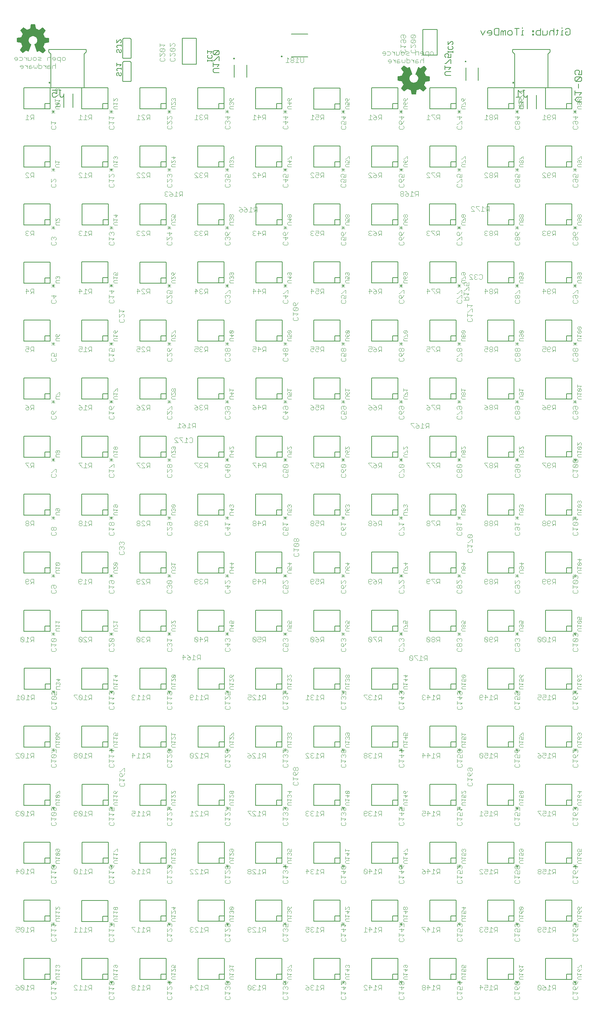
<source format=gbo>
G75*
%MOIN*%
%OFA0B0*%
%FSLAX25Y25*%
%IPPOS*%
%LPD*%
%AMOC8*
5,1,8,0,0,1.08239X$1,22.5*
%
%ADD10C,0.00600*%
%ADD11C,0.00500*%
%ADD12C,0.00300*%
%ADD13C,0.00400*%
%ADD14C,0.00787*%
%ADD15C,0.00200*%
D10*
X0066692Y0924706D02*
X0068828Y0924706D01*
X0069896Y0925774D01*
X0069896Y0927910D02*
X0067760Y0928978D01*
X0066692Y0928978D01*
X0065623Y0927910D01*
X0065623Y0925774D01*
X0066692Y0924706D01*
X0069896Y0927910D02*
X0069896Y0931114D01*
X0065623Y0931114D01*
X0064506Y0933692D02*
X0064506Y0965582D01*
X0062538Y0967550D01*
X0062538Y0969912D01*
X0097971Y0969912D01*
X0097971Y0967550D01*
X0096002Y0965582D01*
X0096002Y0933692D01*
X0064506Y0933692D01*
X0072072Y0931114D02*
X0074208Y0931114D01*
X0073140Y0931114D02*
X0073140Y0925774D01*
X0074208Y0924706D01*
X0075276Y0924706D01*
X0076344Y0925774D01*
X0132710Y0940465D02*
X0132710Y0957465D01*
X0132712Y0957525D01*
X0132717Y0957586D01*
X0132726Y0957645D01*
X0132739Y0957704D01*
X0132755Y0957763D01*
X0132775Y0957820D01*
X0132798Y0957875D01*
X0132825Y0957930D01*
X0132854Y0957982D01*
X0132887Y0958033D01*
X0132923Y0958082D01*
X0132961Y0958128D01*
X0133003Y0958172D01*
X0133047Y0958214D01*
X0133093Y0958252D01*
X0133142Y0958288D01*
X0133193Y0958321D01*
X0133245Y0958350D01*
X0133300Y0958377D01*
X0133355Y0958400D01*
X0133412Y0958420D01*
X0133471Y0958436D01*
X0133530Y0958449D01*
X0133589Y0958458D01*
X0133650Y0958463D01*
X0133710Y0958465D01*
X0139710Y0958465D01*
X0139770Y0958463D01*
X0139831Y0958458D01*
X0139890Y0958449D01*
X0139949Y0958436D01*
X0140008Y0958420D01*
X0140065Y0958400D01*
X0140120Y0958377D01*
X0140175Y0958350D01*
X0140227Y0958321D01*
X0140278Y0958288D01*
X0140327Y0958252D01*
X0140373Y0958214D01*
X0140417Y0958172D01*
X0140459Y0958128D01*
X0140497Y0958082D01*
X0140533Y0958033D01*
X0140566Y0957982D01*
X0140595Y0957930D01*
X0140622Y0957875D01*
X0140645Y0957820D01*
X0140665Y0957763D01*
X0140681Y0957704D01*
X0140694Y0957645D01*
X0140703Y0957586D01*
X0140708Y0957525D01*
X0140710Y0957465D01*
X0140710Y0940465D01*
X0140708Y0940405D01*
X0140703Y0940344D01*
X0140694Y0940285D01*
X0140681Y0940226D01*
X0140665Y0940167D01*
X0140645Y0940110D01*
X0140622Y0940055D01*
X0140595Y0940000D01*
X0140566Y0939948D01*
X0140533Y0939897D01*
X0140497Y0939848D01*
X0140459Y0939802D01*
X0140417Y0939758D01*
X0140373Y0939716D01*
X0140327Y0939678D01*
X0140278Y0939642D01*
X0140227Y0939609D01*
X0140175Y0939580D01*
X0140120Y0939553D01*
X0140065Y0939530D01*
X0140008Y0939510D01*
X0139949Y0939494D01*
X0139890Y0939481D01*
X0139831Y0939472D01*
X0139770Y0939467D01*
X0139710Y0939465D01*
X0133710Y0939465D01*
X0133650Y0939467D01*
X0133589Y0939472D01*
X0133530Y0939481D01*
X0133471Y0939494D01*
X0133412Y0939510D01*
X0133355Y0939530D01*
X0133300Y0939553D01*
X0133245Y0939580D01*
X0133193Y0939609D01*
X0133142Y0939642D01*
X0133093Y0939678D01*
X0133047Y0939716D01*
X0133003Y0939758D01*
X0132961Y0939802D01*
X0132923Y0939848D01*
X0132887Y0939897D01*
X0132854Y0939948D01*
X0132825Y0940000D01*
X0132798Y0940055D01*
X0132775Y0940110D01*
X0132755Y0940167D01*
X0132739Y0940226D01*
X0132726Y0940285D01*
X0132717Y0940344D01*
X0132712Y0940405D01*
X0132710Y0940465D01*
X0133720Y0961485D02*
X0139720Y0961485D01*
X0139780Y0961487D01*
X0139841Y0961492D01*
X0139900Y0961501D01*
X0139959Y0961514D01*
X0140018Y0961530D01*
X0140075Y0961550D01*
X0140130Y0961573D01*
X0140185Y0961600D01*
X0140237Y0961629D01*
X0140288Y0961662D01*
X0140337Y0961698D01*
X0140383Y0961736D01*
X0140427Y0961778D01*
X0140469Y0961822D01*
X0140507Y0961868D01*
X0140543Y0961917D01*
X0140576Y0961968D01*
X0140605Y0962020D01*
X0140632Y0962075D01*
X0140655Y0962130D01*
X0140675Y0962187D01*
X0140691Y0962246D01*
X0140704Y0962305D01*
X0140713Y0962364D01*
X0140718Y0962425D01*
X0140720Y0962485D01*
X0140720Y0979485D01*
X0140718Y0979545D01*
X0140713Y0979606D01*
X0140704Y0979665D01*
X0140691Y0979724D01*
X0140675Y0979783D01*
X0140655Y0979840D01*
X0140632Y0979895D01*
X0140605Y0979950D01*
X0140576Y0980002D01*
X0140543Y0980053D01*
X0140507Y0980102D01*
X0140469Y0980148D01*
X0140427Y0980192D01*
X0140383Y0980234D01*
X0140337Y0980272D01*
X0140288Y0980308D01*
X0140237Y0980341D01*
X0140185Y0980370D01*
X0140130Y0980397D01*
X0140075Y0980420D01*
X0140018Y0980440D01*
X0139959Y0980456D01*
X0139900Y0980469D01*
X0139841Y0980478D01*
X0139780Y0980483D01*
X0139720Y0980485D01*
X0133720Y0980485D01*
X0133660Y0980483D01*
X0133599Y0980478D01*
X0133540Y0980469D01*
X0133481Y0980456D01*
X0133422Y0980440D01*
X0133365Y0980420D01*
X0133310Y0980397D01*
X0133255Y0980370D01*
X0133203Y0980341D01*
X0133152Y0980308D01*
X0133103Y0980272D01*
X0133057Y0980234D01*
X0133013Y0980192D01*
X0132971Y0980148D01*
X0132933Y0980102D01*
X0132897Y0980053D01*
X0132864Y0980002D01*
X0132835Y0979950D01*
X0132808Y0979895D01*
X0132785Y0979840D01*
X0132765Y0979783D01*
X0132749Y0979724D01*
X0132736Y0979665D01*
X0132727Y0979606D01*
X0132722Y0979545D01*
X0132720Y0979485D01*
X0132720Y0962485D01*
X0132722Y0962425D01*
X0132727Y0962364D01*
X0132736Y0962305D01*
X0132749Y0962246D01*
X0132765Y0962187D01*
X0132785Y0962130D01*
X0132808Y0962075D01*
X0132835Y0962020D01*
X0132864Y0961968D01*
X0132897Y0961917D01*
X0132933Y0961868D01*
X0132971Y0961822D01*
X0133013Y0961778D01*
X0133057Y0961736D01*
X0133103Y0961698D01*
X0133152Y0961662D01*
X0133203Y0961629D01*
X0133255Y0961600D01*
X0133310Y0961573D01*
X0133365Y0961550D01*
X0133422Y0961530D01*
X0133481Y0961514D01*
X0133540Y0961501D01*
X0133599Y0961492D01*
X0133660Y0961487D01*
X0133720Y0961485D01*
X0189248Y0956071D02*
X0189248Y0980669D01*
X0202870Y0980669D01*
X0202870Y0956071D01*
X0189248Y0956071D01*
X0418063Y0964431D02*
X0418063Y0989029D01*
X0431685Y0989029D01*
X0431685Y0964431D01*
X0418063Y0964431D01*
X0473061Y0987750D02*
X0475196Y0983480D01*
X0477331Y0987750D01*
X0479506Y0986683D02*
X0479506Y0985615D01*
X0483777Y0985615D01*
X0483777Y0984548D02*
X0483777Y0986683D01*
X0482709Y0987750D01*
X0480574Y0987750D01*
X0479506Y0986683D01*
X0480574Y0983480D02*
X0482709Y0983480D01*
X0483777Y0984548D01*
X0485952Y0984548D02*
X0485952Y0988818D01*
X0487020Y0989885D01*
X0490222Y0989885D01*
X0490222Y0983480D01*
X0487020Y0983480D01*
X0485952Y0984548D01*
X0492397Y0983480D02*
X0492397Y0986683D01*
X0493465Y0987750D01*
X0494533Y0986683D01*
X0494533Y0983480D01*
X0496668Y0983480D02*
X0496668Y0987750D01*
X0495600Y0987750D01*
X0494533Y0986683D01*
X0498843Y0986683D02*
X0499911Y0987750D01*
X0502046Y0987750D01*
X0503113Y0986683D01*
X0503113Y0984548D01*
X0502046Y0983480D01*
X0499911Y0983480D01*
X0498843Y0984548D01*
X0498843Y0986683D01*
X0505288Y0989885D02*
X0509559Y0989885D01*
X0507424Y0989885D02*
X0507424Y0983480D01*
X0511721Y0983480D02*
X0513856Y0983480D01*
X0512788Y0983480D02*
X0512788Y0987750D01*
X0513856Y0987750D01*
X0512788Y0989885D02*
X0512788Y0990953D01*
X0522456Y0987750D02*
X0522456Y0986683D01*
X0523524Y0986683D01*
X0523524Y0987750D01*
X0522456Y0987750D01*
X0522456Y0984548D02*
X0522456Y0983480D01*
X0523524Y0983480D01*
X0523524Y0984548D01*
X0522456Y0984548D01*
X0525699Y0984548D02*
X0525699Y0986683D01*
X0526767Y0987750D01*
X0529970Y0987750D01*
X0529970Y0989885D02*
X0529970Y0983480D01*
X0526767Y0983480D01*
X0525699Y0984548D01*
X0532145Y0983480D02*
X0532145Y0987750D01*
X0532145Y0983480D02*
X0535347Y0983480D01*
X0536415Y0984548D01*
X0536415Y0987750D01*
X0538590Y0986683D02*
X0538590Y0983480D01*
X0538590Y0986683D02*
X0539658Y0987750D01*
X0541793Y0987750D01*
X0542861Y0986683D01*
X0545022Y0987750D02*
X0547158Y0987750D01*
X0546090Y0988818D02*
X0546090Y0984548D01*
X0545022Y0983480D01*
X0542861Y0983480D02*
X0542861Y0989885D01*
X0550387Y0989885D02*
X0550387Y0990953D01*
X0550387Y0987750D02*
X0550387Y0983480D01*
X0551455Y0983480D02*
X0549319Y0983480D01*
X0550387Y0987750D02*
X0551455Y0987750D01*
X0553630Y0986683D02*
X0555765Y0986683D01*
X0553630Y0986683D02*
X0553630Y0984548D01*
X0554697Y0983480D01*
X0556832Y0983480D01*
X0557900Y0984548D01*
X0557900Y0988818D01*
X0556832Y0989885D01*
X0554697Y0989885D01*
X0553630Y0988818D01*
X0538915Y0969912D02*
X0503482Y0969912D01*
X0503482Y0967550D01*
X0505451Y0965582D01*
X0505451Y0933692D01*
X0536947Y0933692D01*
X0536947Y0965582D01*
X0538915Y0967550D01*
X0538915Y0969912D01*
X0562690Y0949210D02*
X0562690Y0947075D01*
X0563758Y0946007D01*
X0565893Y0946007D02*
X0566960Y0948142D01*
X0566960Y0949210D01*
X0565893Y0950277D01*
X0563758Y0950277D01*
X0562690Y0949210D01*
X0565893Y0946007D02*
X0569095Y0946007D01*
X0569095Y0950277D01*
X0568028Y0943832D02*
X0563758Y0939561D01*
X0562690Y0940629D01*
X0562690Y0942764D01*
X0563758Y0943832D01*
X0568028Y0943832D01*
X0569095Y0942764D01*
X0569095Y0940629D01*
X0568028Y0939561D01*
X0563758Y0939561D01*
X0565893Y0937386D02*
X0565893Y0933116D01*
X0562690Y0930941D02*
X0562690Y0926670D01*
X0562690Y0928806D02*
X0569095Y0928806D01*
X0566960Y0926670D01*
X0564825Y0924495D02*
X0569095Y0924495D01*
X0564825Y0924495D02*
X0562690Y0922360D01*
X0564825Y0920225D01*
X0569095Y0920225D01*
X0517289Y0925774D02*
X0516221Y0924706D01*
X0515152Y0924706D01*
X0514084Y0925774D01*
X0514084Y0931114D01*
X0515152Y0931114D02*
X0513016Y0931114D01*
X0510841Y0928978D02*
X0508704Y0931114D01*
X0508704Y0924706D01*
X0506568Y0924706D02*
X0510841Y0924706D01*
D11*
X0517404Y0926462D02*
X0517404Y0913628D01*
X0525986Y0913628D02*
X0525986Y0926462D01*
X0534800Y0933430D02*
X0534800Y0913430D01*
X0554800Y0913430D01*
X0554800Y0918430D01*
X0559800Y0918430D01*
X0559800Y0933430D01*
X0534800Y0933430D01*
X0554800Y0913430D02*
X0559800Y0913430D01*
X0559800Y0918430D01*
X0559805Y0878340D02*
X0534805Y0878340D01*
X0534805Y0858340D01*
X0554805Y0858340D01*
X0554805Y0863340D01*
X0559805Y0863340D01*
X0559805Y0878340D01*
X0559805Y0863340D02*
X0559805Y0858340D01*
X0554805Y0858340D01*
X0559815Y0823190D02*
X0534815Y0823190D01*
X0534815Y0803190D01*
X0554815Y0803190D01*
X0554815Y0808190D01*
X0559815Y0808190D01*
X0559815Y0823190D01*
X0559815Y0808190D02*
X0559815Y0803190D01*
X0554815Y0803190D01*
X0559795Y0768080D02*
X0534795Y0768080D01*
X0534795Y0748080D01*
X0554795Y0748080D01*
X0554795Y0753080D01*
X0559795Y0753080D01*
X0559795Y0768080D01*
X0559795Y0753080D02*
X0559795Y0748080D01*
X0554795Y0748080D01*
X0559815Y0712965D02*
X0534815Y0712965D01*
X0534815Y0692965D01*
X0554815Y0692965D01*
X0554815Y0697965D01*
X0559815Y0697965D01*
X0559815Y0712965D01*
X0559815Y0697965D02*
X0559815Y0692965D01*
X0554815Y0692965D01*
X0559800Y0657850D02*
X0534800Y0657850D01*
X0534800Y0637850D01*
X0554800Y0637850D01*
X0554800Y0642850D01*
X0559800Y0642850D01*
X0559800Y0657850D01*
X0559800Y0642850D02*
X0559800Y0637850D01*
X0554800Y0637850D01*
X0559820Y0602750D02*
X0534820Y0602750D01*
X0534820Y0582750D01*
X0554820Y0582750D01*
X0554820Y0587750D01*
X0559820Y0587750D01*
X0559820Y0602750D01*
X0559820Y0587750D02*
X0559820Y0582750D01*
X0554820Y0582750D01*
X0559795Y0547620D02*
X0534795Y0547620D01*
X0534795Y0527620D01*
X0554795Y0527620D01*
X0554795Y0532620D01*
X0559795Y0532620D01*
X0559795Y0547620D01*
X0559795Y0532620D02*
X0559795Y0527620D01*
X0554795Y0527620D01*
X0559810Y0492500D02*
X0534810Y0492500D01*
X0534810Y0472500D01*
X0554810Y0472500D01*
X0554810Y0477500D01*
X0559810Y0477500D01*
X0559810Y0492500D01*
X0559810Y0477500D02*
X0559810Y0472500D01*
X0554810Y0472500D01*
X0559810Y0437385D02*
X0534810Y0437385D01*
X0534810Y0417385D01*
X0554810Y0417385D01*
X0554810Y0422385D01*
X0559810Y0422385D01*
X0559810Y0437385D01*
X0559810Y0422385D02*
X0559810Y0417385D01*
X0554810Y0417385D01*
X0559840Y0382265D02*
X0534840Y0382265D01*
X0534840Y0362265D01*
X0554840Y0362265D01*
X0554840Y0367265D01*
X0559840Y0367265D01*
X0559840Y0382265D01*
X0559840Y0367265D02*
X0559840Y0362265D01*
X0554840Y0362265D01*
X0559835Y0327145D02*
X0534835Y0327145D01*
X0534835Y0307145D01*
X0554835Y0307145D01*
X0554835Y0312145D01*
X0559835Y0312145D01*
X0559835Y0327145D01*
X0559835Y0312145D02*
X0559835Y0307145D01*
X0554835Y0307145D01*
X0559840Y0272030D02*
X0534840Y0272030D01*
X0534840Y0252030D01*
X0554840Y0252030D01*
X0554840Y0257030D01*
X0559840Y0257030D01*
X0559840Y0272030D01*
X0559840Y0257030D02*
X0559840Y0252030D01*
X0554840Y0252030D01*
X0559865Y0216895D02*
X0534865Y0216895D01*
X0534865Y0196895D01*
X0554865Y0196895D01*
X0554865Y0201895D01*
X0559865Y0201895D01*
X0559865Y0216895D01*
X0559865Y0201895D02*
X0559865Y0196895D01*
X0554865Y0196895D01*
X0559845Y0161800D02*
X0534845Y0161800D01*
X0534845Y0141800D01*
X0554845Y0141800D01*
X0554845Y0146800D01*
X0559845Y0146800D01*
X0559845Y0161800D01*
X0559845Y0146800D02*
X0559845Y0141800D01*
X0554845Y0141800D01*
X0559815Y0106670D02*
X0534815Y0106670D01*
X0534815Y0086670D01*
X0554815Y0086670D01*
X0554815Y0091670D01*
X0559815Y0091670D01*
X0559815Y0106670D01*
X0559815Y0091670D02*
X0559815Y0086670D01*
X0554815Y0086670D01*
X0504530Y0086640D02*
X0504530Y0091640D01*
X0499530Y0091640D01*
X0499530Y0086640D01*
X0504530Y0086640D01*
X0499530Y0086640D02*
X0479530Y0086640D01*
X0479530Y0106640D01*
X0504530Y0106640D01*
X0504530Y0091640D01*
X0504555Y0141800D02*
X0499555Y0141800D01*
X0499555Y0146800D01*
X0504555Y0146800D01*
X0504555Y0161800D01*
X0479555Y0161800D01*
X0479555Y0141800D01*
X0499555Y0141800D01*
X0504555Y0141800D02*
X0504555Y0146800D01*
X0504565Y0196900D02*
X0499565Y0196900D01*
X0499565Y0201900D01*
X0504565Y0201900D01*
X0504565Y0216900D01*
X0479565Y0216900D01*
X0479565Y0196900D01*
X0499565Y0196900D01*
X0504565Y0196900D02*
X0504565Y0201900D01*
X0504530Y0252030D02*
X0499530Y0252030D01*
X0499530Y0257030D01*
X0504530Y0257030D01*
X0504530Y0272030D01*
X0479530Y0272030D01*
X0479530Y0252030D01*
X0499530Y0252030D01*
X0504530Y0252030D02*
X0504530Y0257030D01*
X0504550Y0307140D02*
X0499550Y0307140D01*
X0499550Y0312140D01*
X0504550Y0312140D01*
X0504550Y0327140D01*
X0479550Y0327140D01*
X0479550Y0307140D01*
X0499550Y0307140D01*
X0504550Y0307140D02*
X0504550Y0312140D01*
X0504555Y0362270D02*
X0499555Y0362270D01*
X0499555Y0367270D01*
X0504555Y0367270D01*
X0504555Y0382270D01*
X0479555Y0382270D01*
X0479555Y0362270D01*
X0499555Y0362270D01*
X0504555Y0362270D02*
X0504555Y0367270D01*
X0504690Y0417380D02*
X0499690Y0417380D01*
X0499690Y0422380D01*
X0504690Y0422380D01*
X0504690Y0437380D01*
X0479690Y0437380D01*
X0479690Y0417380D01*
X0499690Y0417380D01*
X0504690Y0417380D02*
X0504690Y0422380D01*
X0504700Y0472475D02*
X0499700Y0472475D01*
X0499700Y0477475D01*
X0504700Y0477475D01*
X0504700Y0492475D01*
X0479700Y0492475D01*
X0479700Y0472475D01*
X0499700Y0472475D01*
X0504700Y0472475D02*
X0504700Y0477475D01*
X0504685Y0527605D02*
X0499685Y0527605D01*
X0499685Y0532605D01*
X0504685Y0532605D01*
X0504685Y0547605D01*
X0479685Y0547605D01*
X0479685Y0527605D01*
X0499685Y0527605D01*
X0504685Y0527605D02*
X0504685Y0532605D01*
X0504710Y0582735D02*
X0499710Y0582735D01*
X0499710Y0587735D01*
X0504710Y0587735D01*
X0504710Y0602735D01*
X0479710Y0602735D01*
X0479710Y0582735D01*
X0499710Y0582735D01*
X0504710Y0582735D02*
X0504710Y0587735D01*
X0504695Y0637855D02*
X0499695Y0637855D01*
X0499695Y0642855D01*
X0504695Y0642855D01*
X0504695Y0657855D01*
X0479695Y0657855D01*
X0479695Y0637855D01*
X0499695Y0637855D01*
X0504695Y0637855D02*
X0504695Y0642855D01*
X0504705Y0692970D02*
X0499705Y0692970D01*
X0499705Y0697970D01*
X0504705Y0697970D01*
X0504705Y0712970D01*
X0479705Y0712970D01*
X0479705Y0692970D01*
X0499705Y0692970D01*
X0504705Y0692970D02*
X0504705Y0697970D01*
X0504695Y0748085D02*
X0499695Y0748085D01*
X0499695Y0753085D01*
X0504695Y0753085D01*
X0504695Y0768085D01*
X0479695Y0768085D01*
X0479695Y0748085D01*
X0499695Y0748085D01*
X0504695Y0748085D02*
X0504695Y0753085D01*
X0504695Y0803210D02*
X0499695Y0803210D01*
X0499695Y0808210D01*
X0504695Y0808210D01*
X0504695Y0823210D01*
X0479695Y0823210D01*
X0479695Y0803210D01*
X0499695Y0803210D01*
X0504695Y0803210D02*
X0504695Y0808210D01*
X0504690Y0858330D02*
X0499690Y0858330D01*
X0499690Y0863330D01*
X0504690Y0863330D01*
X0504690Y0878330D01*
X0479690Y0878330D01*
X0479690Y0858330D01*
X0499690Y0858330D01*
X0504690Y0858330D02*
X0504690Y0863330D01*
X0504695Y0913425D02*
X0499695Y0913425D01*
X0499695Y0918425D01*
X0504695Y0918425D01*
X0504695Y0933425D01*
X0479695Y0933425D01*
X0479695Y0913425D01*
X0499695Y0913425D01*
X0504695Y0913425D02*
X0504695Y0918425D01*
X0470771Y0940714D02*
X0470771Y0952526D01*
X0458959Y0952526D02*
X0458959Y0940714D01*
X0449580Y0933420D02*
X0449580Y0918420D01*
X0444580Y0918420D01*
X0444580Y0913420D01*
X0449580Y0913420D01*
X0449580Y0918420D01*
X0444580Y0913420D02*
X0424580Y0913420D01*
X0424580Y0933420D01*
X0449580Y0933420D01*
X0444635Y0945248D02*
X0439933Y0945248D01*
X0438993Y0946188D01*
X0438993Y0948069D01*
X0439933Y0949009D01*
X0444635Y0949009D01*
X0442754Y0950899D02*
X0444635Y0952780D01*
X0438993Y0952780D01*
X0438993Y0950899D02*
X0438993Y0954661D01*
X0438993Y0956550D02*
X0439933Y0956550D01*
X0443695Y0960312D01*
X0444635Y0960312D01*
X0444635Y0956550D01*
X0444635Y0962201D02*
X0441814Y0962201D01*
X0442754Y0964082D01*
X0442754Y0965022D01*
X0441814Y0965963D01*
X0439933Y0965963D01*
X0438993Y0965022D01*
X0438993Y0963142D01*
X0439933Y0962201D01*
X0444635Y0962201D02*
X0444635Y0965963D01*
X0446624Y0966980D02*
X0446624Y0968481D01*
X0446624Y0967731D02*
X0442120Y0967731D01*
X0442120Y0968481D02*
X0442120Y0966980D01*
X0442871Y0970049D02*
X0442120Y0970800D01*
X0442120Y0972301D01*
X0442871Y0973052D01*
X0442120Y0974653D02*
X0445123Y0977656D01*
X0445873Y0977656D01*
X0446624Y0976905D01*
X0446624Y0975404D01*
X0445873Y0974653D01*
X0445873Y0973052D02*
X0446624Y0972301D01*
X0446624Y0970800D01*
X0445873Y0970049D01*
X0442871Y0970049D01*
X0442120Y0974653D02*
X0442120Y0977656D01*
X0394460Y0933440D02*
X0394460Y0918440D01*
X0389460Y0918440D01*
X0389460Y0913440D01*
X0394460Y0913440D01*
X0394460Y0918440D01*
X0389460Y0913440D02*
X0369460Y0913440D01*
X0369460Y0933440D01*
X0394460Y0933440D01*
X0394485Y0878325D02*
X0369485Y0878325D01*
X0369485Y0858325D01*
X0389485Y0858325D01*
X0389485Y0863325D01*
X0394485Y0863325D01*
X0394485Y0878325D01*
X0394485Y0863325D02*
X0394485Y0858325D01*
X0389485Y0858325D01*
X0394455Y0823195D02*
X0369455Y0823195D01*
X0369455Y0803195D01*
X0389455Y0803195D01*
X0389455Y0808195D01*
X0394455Y0808195D01*
X0394455Y0823195D01*
X0394455Y0808195D02*
X0394455Y0803195D01*
X0389455Y0803195D01*
X0394445Y0768095D02*
X0369445Y0768095D01*
X0369445Y0748095D01*
X0389445Y0748095D01*
X0389445Y0753095D01*
X0394445Y0753095D01*
X0394445Y0768095D01*
X0394445Y0753095D02*
X0394445Y0748095D01*
X0389445Y0748095D01*
X0394465Y0712970D02*
X0369465Y0712970D01*
X0369465Y0692970D01*
X0389465Y0692970D01*
X0389465Y0697970D01*
X0394465Y0697970D01*
X0394465Y0712970D01*
X0394465Y0697970D02*
X0394465Y0692970D01*
X0389465Y0692970D01*
X0394465Y0657840D02*
X0369465Y0657840D01*
X0369465Y0637840D01*
X0389465Y0637840D01*
X0389465Y0642840D01*
X0394465Y0642840D01*
X0394465Y0657840D01*
X0394465Y0642840D02*
X0394465Y0637840D01*
X0389465Y0637840D01*
X0394455Y0602730D02*
X0369455Y0602730D01*
X0369455Y0582730D01*
X0389455Y0582730D01*
X0389455Y0587730D01*
X0394455Y0587730D01*
X0394455Y0602730D01*
X0394455Y0587730D02*
X0394455Y0582730D01*
X0389455Y0582730D01*
X0394410Y0547595D02*
X0369410Y0547595D01*
X0369410Y0527595D01*
X0389410Y0527595D01*
X0389410Y0532595D01*
X0394410Y0532595D01*
X0394410Y0547595D01*
X0394410Y0532595D02*
X0394410Y0527595D01*
X0389410Y0527595D01*
X0394490Y0492500D02*
X0369490Y0492500D01*
X0369490Y0472500D01*
X0389490Y0472500D01*
X0389490Y0477500D01*
X0394490Y0477500D01*
X0394490Y0492500D01*
X0394490Y0477500D02*
X0394490Y0472500D01*
X0389490Y0472500D01*
X0394390Y0437385D02*
X0369390Y0437385D01*
X0369390Y0417385D01*
X0389390Y0417385D01*
X0389390Y0422385D01*
X0394390Y0422385D01*
X0394390Y0437385D01*
X0394390Y0422385D02*
X0394390Y0417385D01*
X0389390Y0417385D01*
X0394450Y0382265D02*
X0369450Y0382265D01*
X0369450Y0362265D01*
X0389450Y0362265D01*
X0389450Y0367265D01*
X0394450Y0367265D01*
X0394450Y0382265D01*
X0394450Y0367265D02*
X0394450Y0362265D01*
X0389450Y0362265D01*
X0394450Y0327145D02*
X0369450Y0327145D01*
X0369450Y0307145D01*
X0389450Y0307145D01*
X0389450Y0312145D01*
X0394450Y0312145D01*
X0394450Y0327145D01*
X0394450Y0312145D02*
X0394450Y0307145D01*
X0389450Y0307145D01*
X0394465Y0272030D02*
X0369465Y0272030D01*
X0369465Y0252030D01*
X0389465Y0252030D01*
X0389465Y0257030D01*
X0394465Y0257030D01*
X0394465Y0272030D01*
X0394465Y0257030D02*
X0394465Y0252030D01*
X0389465Y0252030D01*
X0394455Y0216910D02*
X0369455Y0216910D01*
X0369455Y0196910D01*
X0389455Y0196910D01*
X0389455Y0201910D01*
X0394455Y0201910D01*
X0394455Y0216910D01*
X0394455Y0201910D02*
X0394455Y0196910D01*
X0389455Y0196910D01*
X0394450Y0161770D02*
X0369450Y0161770D01*
X0369450Y0141770D01*
X0389450Y0141770D01*
X0389450Y0146770D01*
X0394450Y0146770D01*
X0394450Y0161770D01*
X0394450Y0146770D02*
X0394450Y0141770D01*
X0389450Y0141770D01*
X0394475Y0106660D02*
X0369475Y0106660D01*
X0369475Y0086660D01*
X0389475Y0086660D01*
X0389475Y0091660D01*
X0394475Y0091660D01*
X0394475Y0106660D01*
X0394475Y0091660D02*
X0394475Y0086660D01*
X0389475Y0086660D01*
X0424780Y0086685D02*
X0424780Y0106685D01*
X0449780Y0106685D01*
X0449780Y0091685D01*
X0444780Y0091685D01*
X0444780Y0086685D01*
X0449780Y0086685D01*
X0449780Y0091685D01*
X0444780Y0086685D02*
X0424780Y0086685D01*
X0424760Y0141805D02*
X0424760Y0161805D01*
X0449760Y0161805D01*
X0449760Y0146805D01*
X0444760Y0146805D01*
X0444760Y0141805D01*
X0449760Y0141805D01*
X0449760Y0146805D01*
X0444760Y0141805D02*
X0424760Y0141805D01*
X0424795Y0196910D02*
X0424795Y0216910D01*
X0449795Y0216910D01*
X0449795Y0201910D01*
X0444795Y0201910D01*
X0444795Y0196910D01*
X0449795Y0196910D01*
X0449795Y0201910D01*
X0444795Y0196910D02*
X0424795Y0196910D01*
X0424775Y0252030D02*
X0424775Y0272030D01*
X0449775Y0272030D01*
X0449775Y0257030D01*
X0444775Y0257030D01*
X0444775Y0252030D01*
X0449775Y0252030D01*
X0449775Y0257030D01*
X0444775Y0252030D02*
X0424775Y0252030D01*
X0424780Y0307150D02*
X0424780Y0327150D01*
X0449780Y0327150D01*
X0449780Y0312150D01*
X0444780Y0312150D01*
X0444780Y0307150D01*
X0449780Y0307150D01*
X0449780Y0312150D01*
X0444780Y0307150D02*
X0424780Y0307150D01*
X0424785Y0362265D02*
X0424785Y0382265D01*
X0449785Y0382265D01*
X0449785Y0367265D01*
X0444785Y0367265D01*
X0444785Y0362265D01*
X0449785Y0362265D01*
X0449785Y0367265D01*
X0444785Y0362265D02*
X0424785Y0362265D01*
X0424605Y0417370D02*
X0424605Y0437370D01*
X0449605Y0437370D01*
X0449605Y0422370D01*
X0444605Y0422370D01*
X0444605Y0417370D01*
X0449605Y0417370D01*
X0449605Y0422370D01*
X0444605Y0417370D02*
X0424605Y0417370D01*
X0424570Y0472520D02*
X0424570Y0492520D01*
X0449570Y0492520D01*
X0449570Y0477520D01*
X0444570Y0477520D01*
X0444570Y0472520D01*
X0449570Y0472520D01*
X0449570Y0477520D01*
X0444570Y0472520D02*
X0424570Y0472520D01*
X0424575Y0527600D02*
X0424575Y0547600D01*
X0449575Y0547600D01*
X0449575Y0532600D01*
X0444575Y0532600D01*
X0444575Y0527600D01*
X0449575Y0527600D01*
X0449575Y0532600D01*
X0444575Y0527600D02*
X0424575Y0527600D01*
X0424580Y0582735D02*
X0424580Y0602735D01*
X0449580Y0602735D01*
X0449580Y0587735D01*
X0444580Y0587735D01*
X0444580Y0582735D01*
X0449580Y0582735D01*
X0449580Y0587735D01*
X0444580Y0582735D02*
X0424580Y0582735D01*
X0424605Y0637845D02*
X0424605Y0657845D01*
X0449605Y0657845D01*
X0449605Y0642845D01*
X0444605Y0642845D01*
X0444605Y0637845D01*
X0449605Y0637845D01*
X0449605Y0642845D01*
X0444605Y0637845D02*
X0424605Y0637845D01*
X0424615Y0692960D02*
X0424615Y0712960D01*
X0449615Y0712960D01*
X0449615Y0697960D01*
X0444615Y0697960D01*
X0444615Y0692960D01*
X0449615Y0692960D01*
X0449615Y0697960D01*
X0444615Y0692960D02*
X0424615Y0692960D01*
X0424575Y0748100D02*
X0424575Y0768100D01*
X0449575Y0768100D01*
X0449575Y0753100D01*
X0444575Y0753100D01*
X0444575Y0748100D01*
X0449575Y0748100D01*
X0449575Y0753100D01*
X0444575Y0748100D02*
X0424575Y0748100D01*
X0424540Y0803215D02*
X0424540Y0823215D01*
X0449540Y0823215D01*
X0449540Y0808215D01*
X0444540Y0808215D01*
X0444540Y0803215D01*
X0449540Y0803215D01*
X0449540Y0808215D01*
X0444540Y0803215D02*
X0424540Y0803215D01*
X0424600Y0858320D02*
X0424600Y0878320D01*
X0449600Y0878320D01*
X0449600Y0863320D01*
X0444600Y0863320D01*
X0444600Y0858320D01*
X0449600Y0858320D01*
X0449600Y0863320D01*
X0444600Y0858320D02*
X0424600Y0858320D01*
X0339305Y0858330D02*
X0339305Y0863330D01*
X0334305Y0863330D01*
X0334305Y0858330D01*
X0339305Y0858330D01*
X0334305Y0858330D02*
X0314305Y0858330D01*
X0314305Y0878330D01*
X0339305Y0878330D01*
X0339305Y0863330D01*
X0339310Y0823210D02*
X0314310Y0823210D01*
X0314310Y0803210D01*
X0334310Y0803210D01*
X0334310Y0808210D01*
X0339310Y0808210D01*
X0339310Y0823210D01*
X0339310Y0808210D02*
X0339310Y0803210D01*
X0334310Y0803210D01*
X0339340Y0768090D02*
X0314340Y0768090D01*
X0314340Y0748090D01*
X0334340Y0748090D01*
X0334340Y0753090D01*
X0339340Y0753090D01*
X0339340Y0768090D01*
X0339340Y0753090D02*
X0339340Y0748090D01*
X0334340Y0748090D01*
X0339345Y0712965D02*
X0314345Y0712965D01*
X0314345Y0692965D01*
X0334345Y0692965D01*
X0334345Y0697965D01*
X0339345Y0697965D01*
X0339345Y0712965D01*
X0339345Y0697965D02*
X0339345Y0692965D01*
X0334345Y0692965D01*
X0339375Y0657845D02*
X0314375Y0657845D01*
X0314375Y0637845D01*
X0334375Y0637845D01*
X0334375Y0642845D01*
X0339375Y0642845D01*
X0339375Y0657845D01*
X0339375Y0642845D02*
X0339375Y0637845D01*
X0334375Y0637845D01*
X0339335Y0602735D02*
X0314335Y0602735D01*
X0314335Y0582735D01*
X0334335Y0582735D01*
X0334335Y0587735D01*
X0339335Y0587735D01*
X0339335Y0602735D01*
X0339335Y0587735D02*
X0339335Y0582735D01*
X0334335Y0582735D01*
X0339335Y0547605D02*
X0314335Y0547605D01*
X0314335Y0527605D01*
X0334335Y0527605D01*
X0334335Y0532605D01*
X0339335Y0532605D01*
X0339335Y0547605D01*
X0339335Y0532605D02*
X0339335Y0527605D01*
X0334335Y0527605D01*
X0339335Y0492495D02*
X0314335Y0492495D01*
X0314335Y0472495D01*
X0334335Y0472495D01*
X0334335Y0477495D01*
X0339335Y0477495D01*
X0339335Y0492495D01*
X0339335Y0477495D02*
X0339335Y0472495D01*
X0334335Y0472495D01*
X0339325Y0437355D02*
X0314325Y0437355D01*
X0314325Y0417355D01*
X0334325Y0417355D01*
X0334325Y0422355D01*
X0339325Y0422355D01*
X0339325Y0437355D01*
X0339325Y0422355D02*
X0339325Y0417355D01*
X0334325Y0417355D01*
X0339345Y0382270D02*
X0314345Y0382270D01*
X0314345Y0362270D01*
X0334345Y0362270D01*
X0334345Y0367270D01*
X0339345Y0367270D01*
X0339345Y0382270D01*
X0339345Y0367270D02*
X0339345Y0362270D01*
X0334345Y0362270D01*
X0339345Y0327145D02*
X0314345Y0327145D01*
X0314345Y0307145D01*
X0334345Y0307145D01*
X0334345Y0312145D01*
X0339345Y0312145D01*
X0339345Y0327145D01*
X0339345Y0312145D02*
X0339345Y0307145D01*
X0334345Y0307145D01*
X0339340Y0272030D02*
X0314340Y0272030D01*
X0314340Y0252030D01*
X0334340Y0252030D01*
X0334340Y0257030D01*
X0339340Y0257030D01*
X0339340Y0272030D01*
X0339340Y0257030D02*
X0339340Y0252030D01*
X0334340Y0252030D01*
X0339345Y0216890D02*
X0314345Y0216890D01*
X0314345Y0196890D01*
X0334345Y0196890D01*
X0334345Y0201890D01*
X0339345Y0201890D01*
X0339345Y0216890D01*
X0339345Y0201890D02*
X0339345Y0196890D01*
X0334345Y0196890D01*
X0339330Y0161790D02*
X0314330Y0161790D01*
X0314330Y0141790D01*
X0334330Y0141790D01*
X0334330Y0146790D01*
X0339330Y0146790D01*
X0339330Y0161790D01*
X0339330Y0146790D02*
X0339330Y0141790D01*
X0334330Y0141790D01*
X0339360Y0106660D02*
X0314360Y0106660D01*
X0314360Y0086660D01*
X0334360Y0086660D01*
X0334360Y0091660D01*
X0339360Y0091660D01*
X0339360Y0106660D01*
X0339360Y0091660D02*
X0339360Y0086660D01*
X0334360Y0086660D01*
X0284120Y0086660D02*
X0284120Y0091660D01*
X0279120Y0091660D01*
X0279120Y0086660D01*
X0284120Y0086660D01*
X0284120Y0091660D02*
X0284120Y0106660D01*
X0259120Y0106660D01*
X0259120Y0086660D01*
X0279120Y0086660D01*
X0279110Y0141830D02*
X0259110Y0141830D01*
X0259110Y0161830D01*
X0284110Y0161830D01*
X0284110Y0146830D01*
X0279110Y0146830D01*
X0279110Y0141830D01*
X0284110Y0141830D01*
X0284110Y0146830D01*
X0284105Y0196905D02*
X0279105Y0196905D01*
X0279105Y0201905D01*
X0284105Y0201905D01*
X0284105Y0216905D01*
X0259105Y0216905D01*
X0259105Y0196905D01*
X0279105Y0196905D01*
X0284105Y0196905D02*
X0284105Y0201905D01*
X0284110Y0252030D02*
X0279110Y0252030D01*
X0279110Y0257030D01*
X0284110Y0257030D01*
X0284110Y0272030D01*
X0259110Y0272030D01*
X0259110Y0252030D01*
X0279110Y0252030D01*
X0284110Y0252030D02*
X0284110Y0257030D01*
X0284100Y0307145D02*
X0279100Y0307145D01*
X0279100Y0312145D01*
X0284100Y0312145D01*
X0284100Y0327145D01*
X0259100Y0327145D01*
X0259100Y0307145D01*
X0279100Y0307145D01*
X0284100Y0307145D02*
X0284100Y0312145D01*
X0284110Y0362275D02*
X0279110Y0362275D01*
X0279110Y0367275D01*
X0284110Y0367275D01*
X0284110Y0382275D01*
X0259110Y0382275D01*
X0259110Y0362275D01*
X0279110Y0362275D01*
X0284110Y0362275D02*
X0284110Y0367275D01*
X0284205Y0417375D02*
X0279205Y0417375D01*
X0279205Y0422375D01*
X0284205Y0422375D01*
X0284205Y0437375D01*
X0259205Y0437375D01*
X0259205Y0417375D01*
X0279205Y0417375D01*
X0284205Y0417375D02*
X0284205Y0422375D01*
X0284205Y0472490D02*
X0279205Y0472490D01*
X0279205Y0477490D01*
X0284205Y0477490D01*
X0284205Y0492490D01*
X0259205Y0492490D01*
X0259205Y0472490D01*
X0279205Y0472490D01*
X0284205Y0472490D02*
X0284205Y0477490D01*
X0284215Y0527605D02*
X0279215Y0527605D01*
X0279215Y0532605D01*
X0284215Y0532605D01*
X0284215Y0547605D01*
X0259215Y0547605D01*
X0259215Y0527605D01*
X0279215Y0527605D01*
X0284215Y0527605D02*
X0284215Y0532605D01*
X0284245Y0582720D02*
X0279245Y0582720D01*
X0279245Y0587720D01*
X0284245Y0587720D01*
X0284245Y0602720D01*
X0259245Y0602720D01*
X0259245Y0582720D01*
X0279245Y0582720D01*
X0284245Y0582720D02*
X0284245Y0587720D01*
X0284235Y0637850D02*
X0279235Y0637850D01*
X0279235Y0642850D01*
X0284235Y0642850D01*
X0284235Y0657850D01*
X0259235Y0657850D01*
X0259235Y0637850D01*
X0279235Y0637850D01*
X0284235Y0637850D02*
X0284235Y0642850D01*
X0284250Y0692955D02*
X0279250Y0692955D01*
X0279250Y0697955D01*
X0284250Y0697955D01*
X0284250Y0712955D01*
X0259250Y0712955D01*
X0259250Y0692955D01*
X0279250Y0692955D01*
X0284250Y0692955D02*
X0284250Y0697955D01*
X0284225Y0748085D02*
X0279225Y0748085D01*
X0279225Y0753085D01*
X0284225Y0753085D01*
X0284225Y0768085D01*
X0259225Y0768085D01*
X0259225Y0748085D01*
X0279225Y0748085D01*
X0284225Y0748085D02*
X0284225Y0753085D01*
X0284220Y0803205D02*
X0279220Y0803205D01*
X0279220Y0808205D01*
X0284220Y0808205D01*
X0284220Y0823205D01*
X0259220Y0823205D01*
X0259220Y0803205D01*
X0279220Y0803205D01*
X0284220Y0803205D02*
X0284220Y0808205D01*
X0284205Y0858310D02*
X0279205Y0858310D01*
X0279205Y0863310D01*
X0284205Y0863310D01*
X0284205Y0878310D01*
X0259205Y0878310D01*
X0259205Y0858310D01*
X0279205Y0858310D01*
X0284205Y0858310D02*
X0284205Y0863310D01*
X0284215Y0913445D02*
X0279215Y0913445D01*
X0279215Y0918445D01*
X0284215Y0918445D01*
X0284215Y0933445D01*
X0259215Y0933445D01*
X0259215Y0913445D01*
X0279215Y0913445D01*
X0284215Y0913445D02*
X0284215Y0918445D01*
X0292886Y0962988D02*
X0308594Y0962988D01*
X0308594Y0984622D02*
X0292886Y0984622D01*
X0314365Y0933410D02*
X0314365Y0913410D01*
X0334365Y0913410D01*
X0334365Y0918410D01*
X0339365Y0918410D01*
X0339365Y0933410D01*
X0314365Y0933410D01*
X0334365Y0913410D02*
X0339365Y0913410D01*
X0339365Y0918410D01*
X0250646Y0943504D02*
X0250646Y0955316D01*
X0238834Y0955316D02*
X0238834Y0943504D01*
X0229095Y0933455D02*
X0204095Y0933455D01*
X0204095Y0913455D01*
X0224095Y0913455D01*
X0224095Y0918455D01*
X0229095Y0918455D01*
X0229095Y0933455D01*
X0229095Y0918455D02*
X0229095Y0913455D01*
X0224095Y0913455D01*
X0229110Y0878315D02*
X0204110Y0878315D01*
X0204110Y0858315D01*
X0224110Y0858315D01*
X0224110Y0863315D01*
X0229110Y0863315D01*
X0229110Y0878315D01*
X0229110Y0863315D02*
X0229110Y0858315D01*
X0224110Y0858315D01*
X0229105Y0823215D02*
X0204105Y0823215D01*
X0204105Y0803215D01*
X0224105Y0803215D01*
X0224105Y0808215D01*
X0229105Y0808215D01*
X0229105Y0823215D01*
X0229105Y0808215D02*
X0229105Y0803215D01*
X0224105Y0803215D01*
X0229080Y0768080D02*
X0204080Y0768080D01*
X0204080Y0748080D01*
X0224080Y0748080D01*
X0224080Y0753080D01*
X0229080Y0753080D01*
X0229080Y0768080D01*
X0229080Y0753080D02*
X0229080Y0748080D01*
X0224080Y0748080D01*
X0229105Y0712970D02*
X0204105Y0712970D01*
X0204105Y0692970D01*
X0224105Y0692970D01*
X0224105Y0697970D01*
X0229105Y0697970D01*
X0229105Y0712970D01*
X0229105Y0697970D02*
X0229105Y0692970D01*
X0224105Y0692970D01*
X0229100Y0657830D02*
X0204100Y0657830D01*
X0204100Y0637830D01*
X0224100Y0637830D01*
X0224100Y0642830D01*
X0229100Y0642830D01*
X0229100Y0657830D01*
X0229100Y0642830D02*
X0229100Y0637830D01*
X0224100Y0637830D01*
X0229105Y0602735D02*
X0204105Y0602735D01*
X0204105Y0582735D01*
X0224105Y0582735D01*
X0224105Y0587735D01*
X0229105Y0587735D01*
X0229105Y0602735D01*
X0229105Y0587735D02*
X0229105Y0582735D01*
X0224105Y0582735D01*
X0229070Y0547580D02*
X0204070Y0547580D01*
X0204070Y0527580D01*
X0224070Y0527580D01*
X0224070Y0532580D01*
X0229070Y0532580D01*
X0229070Y0547580D01*
X0229070Y0532580D02*
X0229070Y0527580D01*
X0224070Y0527580D01*
X0229105Y0492490D02*
X0204105Y0492490D01*
X0204105Y0472490D01*
X0224105Y0472490D01*
X0224105Y0477490D01*
X0229105Y0477490D01*
X0229105Y0492490D01*
X0229105Y0477490D02*
X0229105Y0472490D01*
X0224105Y0472490D01*
X0229085Y0437380D02*
X0204085Y0437380D01*
X0204085Y0417380D01*
X0224085Y0417380D01*
X0224085Y0422380D01*
X0229085Y0422380D01*
X0229085Y0437380D01*
X0229085Y0422380D02*
X0229085Y0417380D01*
X0224085Y0417380D01*
X0229255Y0382250D02*
X0204255Y0382250D01*
X0204255Y0362250D01*
X0224255Y0362250D01*
X0224255Y0367250D01*
X0229255Y0367250D01*
X0229255Y0382250D01*
X0229255Y0367250D02*
X0229255Y0362250D01*
X0224255Y0362250D01*
X0229255Y0327145D02*
X0204255Y0327145D01*
X0204255Y0307145D01*
X0224255Y0307145D01*
X0224255Y0312145D01*
X0229255Y0312145D01*
X0229255Y0327145D01*
X0229255Y0312145D02*
X0229255Y0307145D01*
X0224255Y0307145D01*
X0229250Y0272030D02*
X0204250Y0272030D01*
X0204250Y0252030D01*
X0224250Y0252030D01*
X0224250Y0257030D01*
X0229250Y0257030D01*
X0229250Y0272030D01*
X0229250Y0257030D02*
X0229250Y0252030D01*
X0224250Y0252030D01*
X0229255Y0216870D02*
X0204255Y0216870D01*
X0204255Y0196870D01*
X0224255Y0196870D01*
X0224255Y0201870D01*
X0229255Y0201870D01*
X0229255Y0216870D01*
X0229255Y0201870D02*
X0229255Y0196870D01*
X0224255Y0196870D01*
X0229280Y0161750D02*
X0204280Y0161750D01*
X0204280Y0141750D01*
X0224280Y0141750D01*
X0224280Y0146750D01*
X0229280Y0146750D01*
X0229280Y0161750D01*
X0229280Y0146750D02*
X0229280Y0141750D01*
X0224280Y0141750D01*
X0229250Y0106650D02*
X0204250Y0106650D01*
X0204250Y0086650D01*
X0224250Y0086650D01*
X0224250Y0091650D01*
X0229250Y0091650D01*
X0229250Y0106650D01*
X0229250Y0091650D02*
X0229250Y0086650D01*
X0224250Y0086650D01*
X0174005Y0086690D02*
X0174005Y0091690D01*
X0169005Y0091690D01*
X0169005Y0086690D01*
X0174005Y0086690D01*
X0169005Y0086690D02*
X0149005Y0086690D01*
X0149005Y0106690D01*
X0174005Y0106690D01*
X0174005Y0091690D01*
X0173995Y0141810D02*
X0168995Y0141810D01*
X0168995Y0146810D01*
X0173995Y0146810D01*
X0173995Y0161810D01*
X0148995Y0161810D01*
X0148995Y0141810D01*
X0168995Y0141810D01*
X0173995Y0141810D02*
X0173995Y0146810D01*
X0173990Y0196960D02*
X0168990Y0196960D01*
X0168990Y0201960D01*
X0173990Y0201960D01*
X0173990Y0216960D01*
X0148990Y0216960D01*
X0148990Y0196960D01*
X0168990Y0196960D01*
X0173990Y0196960D02*
X0173990Y0201960D01*
X0173980Y0252030D02*
X0168980Y0252030D01*
X0168980Y0257030D01*
X0173980Y0257030D01*
X0173980Y0272030D01*
X0148980Y0272030D01*
X0148980Y0252030D01*
X0168980Y0252030D01*
X0173980Y0252030D02*
X0173980Y0257030D01*
X0173980Y0307140D02*
X0168980Y0307140D01*
X0168980Y0312140D01*
X0173980Y0312140D01*
X0173980Y0327140D01*
X0148980Y0327140D01*
X0148980Y0307140D01*
X0168980Y0307140D01*
X0173980Y0307140D02*
X0173980Y0312140D01*
X0173985Y0362270D02*
X0168985Y0362270D01*
X0168985Y0367270D01*
X0173985Y0367270D01*
X0173985Y0382270D01*
X0148985Y0382270D01*
X0148985Y0362270D01*
X0168985Y0362270D01*
X0173985Y0362270D02*
X0173985Y0367270D01*
X0173980Y0417380D02*
X0168980Y0417380D01*
X0168980Y0422380D01*
X0173980Y0422380D01*
X0173980Y0437380D01*
X0148980Y0437380D01*
X0148980Y0417380D01*
X0168980Y0417380D01*
X0173980Y0417380D02*
X0173980Y0422380D01*
X0173945Y0472475D02*
X0168945Y0472475D01*
X0168945Y0477475D01*
X0173945Y0477475D01*
X0173945Y0492475D01*
X0148945Y0492475D01*
X0148945Y0472475D01*
X0168945Y0472475D01*
X0173945Y0472475D02*
X0173945Y0477475D01*
X0173975Y0527615D02*
X0168975Y0527615D01*
X0168975Y0532615D01*
X0173975Y0532615D01*
X0173975Y0547615D01*
X0148975Y0547615D01*
X0148975Y0527615D01*
X0168975Y0527615D01*
X0173975Y0527615D02*
X0173975Y0532615D01*
X0173990Y0582705D02*
X0168990Y0582705D01*
X0168990Y0587705D01*
X0173990Y0587705D01*
X0173990Y0602705D01*
X0148990Y0602705D01*
X0148990Y0582705D01*
X0168990Y0582705D01*
X0173990Y0582705D02*
X0173990Y0587705D01*
X0173990Y0637825D02*
X0168990Y0637825D01*
X0168990Y0642825D01*
X0173990Y0642825D01*
X0173990Y0657825D01*
X0148990Y0657825D01*
X0148990Y0637825D01*
X0168990Y0637825D01*
X0173990Y0637825D02*
X0173990Y0642825D01*
X0173975Y0692960D02*
X0168975Y0692960D01*
X0168975Y0697960D01*
X0173975Y0697960D01*
X0173975Y0712960D01*
X0148975Y0712960D01*
X0148975Y0692960D01*
X0168975Y0692960D01*
X0173975Y0692960D02*
X0173975Y0697960D01*
X0173960Y0748055D02*
X0168960Y0748055D01*
X0168960Y0753055D01*
X0173960Y0753055D01*
X0173960Y0768055D01*
X0148960Y0768055D01*
X0148960Y0748055D01*
X0168960Y0748055D01*
X0173960Y0748055D02*
X0173960Y0753055D01*
X0173965Y0803210D02*
X0168965Y0803210D01*
X0168965Y0808210D01*
X0173965Y0808210D01*
X0173965Y0823210D01*
X0148965Y0823210D01*
X0148965Y0803210D01*
X0168965Y0803210D01*
X0173965Y0803210D02*
X0173965Y0808210D01*
X0173980Y0858310D02*
X0168980Y0858310D01*
X0168980Y0863310D01*
X0173980Y0863310D01*
X0173980Y0878310D01*
X0148980Y0878310D01*
X0148980Y0858310D01*
X0168980Y0858310D01*
X0173980Y0858310D02*
X0173980Y0863310D01*
X0173990Y0913445D02*
X0168990Y0913445D01*
X0168990Y0918445D01*
X0173990Y0918445D01*
X0173990Y0933445D01*
X0148990Y0933445D01*
X0148990Y0913445D01*
X0168990Y0913445D01*
X0173990Y0913445D02*
X0173990Y0918445D01*
X0213305Y0958620D02*
X0213305Y0960121D01*
X0213305Y0959371D02*
X0217809Y0959371D01*
X0217809Y0960121D02*
X0217809Y0958620D01*
X0218868Y0959340D02*
X0219808Y0959340D01*
X0223570Y0963102D01*
X0224510Y0963102D01*
X0224510Y0959340D01*
X0224510Y0955570D02*
X0218868Y0955570D01*
X0218868Y0953689D02*
X0218868Y0957451D01*
X0217058Y0961689D02*
X0214056Y0961689D01*
X0213305Y0962440D01*
X0213305Y0963941D01*
X0214056Y0964692D01*
X0213305Y0966293D02*
X0213305Y0969296D01*
X0213305Y0967794D02*
X0217809Y0967794D01*
X0216308Y0966293D01*
X0217058Y0964692D02*
X0217809Y0963941D01*
X0217809Y0962440D01*
X0217058Y0961689D01*
X0219808Y0964991D02*
X0223570Y0968753D01*
X0219808Y0968753D01*
X0218868Y0967812D01*
X0218868Y0965932D01*
X0219808Y0964991D01*
X0223570Y0964991D01*
X0224510Y0965932D01*
X0224510Y0967812D01*
X0223570Y0968753D01*
X0224510Y0955570D02*
X0222629Y0953689D01*
X0224510Y0951799D02*
X0219808Y0951799D01*
X0218868Y0950859D01*
X0218868Y0948978D01*
X0219808Y0948038D01*
X0224510Y0948038D01*
X0131464Y0947155D02*
X0131464Y0945654D01*
X0130713Y0944903D01*
X0129963Y0944903D01*
X0129212Y0945654D01*
X0129212Y0947155D01*
X0128461Y0947906D01*
X0127711Y0947906D01*
X0126960Y0947155D01*
X0126960Y0945654D01*
X0127711Y0944903D01*
X0130713Y0947906D02*
X0131464Y0947155D01*
X0131464Y0951008D02*
X0131464Y0952510D01*
X0131464Y0951759D02*
X0127711Y0951759D01*
X0126960Y0951008D01*
X0126960Y0950258D01*
X0127711Y0949507D01*
X0126960Y0954111D02*
X0126960Y0957114D01*
X0126960Y0955612D02*
X0131464Y0955612D01*
X0129963Y0954111D01*
X0129973Y0966923D02*
X0129222Y0967674D01*
X0129222Y0969175D01*
X0128471Y0969926D01*
X0127721Y0969926D01*
X0126970Y0969175D01*
X0126970Y0967674D01*
X0127721Y0966923D01*
X0129973Y0966923D02*
X0130723Y0966923D01*
X0131474Y0967674D01*
X0131474Y0969175D01*
X0130723Y0969926D01*
X0131474Y0973028D02*
X0131474Y0974530D01*
X0131474Y0973779D02*
X0127721Y0973779D01*
X0126970Y0973028D01*
X0126970Y0972278D01*
X0127721Y0971527D01*
X0126970Y0976131D02*
X0126970Y0979134D01*
X0126970Y0976131D02*
X0129973Y0979134D01*
X0130723Y0979134D01*
X0131474Y0978383D01*
X0131474Y0976882D01*
X0130723Y0976131D01*
X0118835Y0933430D02*
X0093835Y0933430D01*
X0093835Y0913430D01*
X0113835Y0913430D01*
X0113835Y0918430D01*
X0118835Y0918430D01*
X0118835Y0933430D01*
X0118835Y0918430D02*
X0118835Y0913430D01*
X0113835Y0913430D01*
X0118860Y0878325D02*
X0093860Y0878325D01*
X0093860Y0858325D01*
X0113860Y0858325D01*
X0113860Y0863325D01*
X0118860Y0863325D01*
X0118860Y0878325D01*
X0118860Y0863325D02*
X0118860Y0858325D01*
X0113860Y0858325D01*
X0118890Y0823205D02*
X0093890Y0823205D01*
X0093890Y0803205D01*
X0113890Y0803205D01*
X0113890Y0808205D01*
X0118890Y0808205D01*
X0118890Y0823205D01*
X0118890Y0808205D02*
X0118890Y0803205D01*
X0113890Y0803205D01*
X0118835Y0768115D02*
X0093835Y0768115D01*
X0093835Y0748115D01*
X0113835Y0748115D01*
X0113835Y0753115D01*
X0118835Y0753115D01*
X0118835Y0768115D01*
X0118835Y0753115D02*
X0118835Y0748115D01*
X0113835Y0748115D01*
X0118865Y0712960D02*
X0093865Y0712960D01*
X0093865Y0692960D01*
X0113865Y0692960D01*
X0113865Y0697960D01*
X0118865Y0697960D01*
X0118865Y0712960D01*
X0118865Y0697960D02*
X0118865Y0692960D01*
X0113865Y0692960D01*
X0118860Y0657845D02*
X0093860Y0657845D01*
X0093860Y0637845D01*
X0113860Y0637845D01*
X0113860Y0642845D01*
X0118860Y0642845D01*
X0118860Y0657845D01*
X0118860Y0642845D02*
X0118860Y0637845D01*
X0113860Y0637845D01*
X0118850Y0602710D02*
X0093850Y0602710D01*
X0093850Y0582710D01*
X0113850Y0582710D01*
X0113850Y0587710D01*
X0118850Y0587710D01*
X0118850Y0602710D01*
X0118850Y0587710D02*
X0118850Y0582710D01*
X0113850Y0582710D01*
X0118870Y0547605D02*
X0093870Y0547605D01*
X0093870Y0527605D01*
X0113870Y0527605D01*
X0113870Y0532605D01*
X0118870Y0532605D01*
X0118870Y0547605D01*
X0118870Y0532605D02*
X0118870Y0527605D01*
X0113870Y0527605D01*
X0118825Y0492475D02*
X0093825Y0492475D01*
X0093825Y0472475D01*
X0113825Y0472475D01*
X0113825Y0477475D01*
X0118825Y0477475D01*
X0118825Y0492475D01*
X0118825Y0477475D02*
X0118825Y0472475D01*
X0113825Y0472475D01*
X0118860Y0437365D02*
X0093860Y0437365D01*
X0093860Y0417365D01*
X0113860Y0417365D01*
X0113860Y0422365D01*
X0118860Y0422365D01*
X0118860Y0437365D01*
X0118860Y0422365D02*
X0118860Y0417365D01*
X0113860Y0417365D01*
X0118865Y0382265D02*
X0093865Y0382265D01*
X0093865Y0362265D01*
X0113865Y0362265D01*
X0113865Y0367265D01*
X0118865Y0367265D01*
X0118865Y0382265D01*
X0118865Y0367265D02*
X0118865Y0362265D01*
X0113865Y0362265D01*
X0118865Y0327140D02*
X0093865Y0327140D01*
X0093865Y0307140D01*
X0113865Y0307140D01*
X0113865Y0312140D01*
X0118865Y0312140D01*
X0118865Y0327140D01*
X0118865Y0312140D02*
X0118865Y0307140D01*
X0113865Y0307140D01*
X0118895Y0272025D02*
X0093895Y0272025D01*
X0093895Y0252025D01*
X0113895Y0252025D01*
X0113895Y0257025D01*
X0118895Y0257025D01*
X0118895Y0272025D01*
X0118895Y0257025D02*
X0118895Y0252025D01*
X0113895Y0252025D01*
X0118895Y0216920D02*
X0093895Y0216920D01*
X0093895Y0196920D01*
X0113895Y0196920D01*
X0113895Y0201920D01*
X0118895Y0201920D01*
X0118895Y0216920D01*
X0118895Y0201920D02*
X0118895Y0196920D01*
X0113895Y0196920D01*
X0118865Y0161740D02*
X0093865Y0161740D01*
X0093865Y0141740D01*
X0113865Y0141740D01*
X0113865Y0146740D01*
X0118865Y0146740D01*
X0118865Y0161740D01*
X0118865Y0146740D02*
X0118865Y0141740D01*
X0113865Y0141740D01*
X0118875Y0106645D02*
X0093875Y0106645D01*
X0093875Y0086645D01*
X0113875Y0086645D01*
X0113875Y0091645D01*
X0118875Y0091645D01*
X0118875Y0106645D01*
X0118875Y0091645D02*
X0118875Y0086645D01*
X0113875Y0086645D01*
X0063765Y0086685D02*
X0063765Y0091685D01*
X0058765Y0091685D01*
X0058765Y0086685D01*
X0063765Y0086685D01*
X0058765Y0086685D02*
X0038765Y0086685D01*
X0038765Y0106685D01*
X0063765Y0106685D01*
X0063765Y0091685D01*
X0063745Y0141820D02*
X0058745Y0141820D01*
X0058745Y0146820D01*
X0063745Y0146820D01*
X0063745Y0161820D01*
X0038745Y0161820D01*
X0038745Y0141820D01*
X0058745Y0141820D01*
X0063745Y0141820D02*
X0063745Y0146820D01*
X0063750Y0196920D02*
X0058750Y0196920D01*
X0058750Y0201920D01*
X0063750Y0201920D01*
X0063750Y0216920D01*
X0038750Y0216920D01*
X0038750Y0196920D01*
X0058750Y0196920D01*
X0063750Y0196920D02*
X0063750Y0201920D01*
X0063745Y0252025D02*
X0058745Y0252025D01*
X0058745Y0257025D01*
X0063745Y0257025D01*
X0063745Y0272025D01*
X0038745Y0272025D01*
X0038745Y0252025D01*
X0058745Y0252025D01*
X0063745Y0252025D02*
X0063745Y0257025D01*
X0063745Y0307145D02*
X0058745Y0307145D01*
X0058745Y0312145D01*
X0063745Y0312145D01*
X0063745Y0327145D01*
X0038745Y0327145D01*
X0038745Y0307145D01*
X0058745Y0307145D01*
X0063745Y0307145D02*
X0063745Y0312145D01*
X0064100Y0362250D02*
X0059100Y0362250D01*
X0059100Y0367250D01*
X0064100Y0367250D01*
X0064100Y0382250D01*
X0039100Y0382250D01*
X0039100Y0362250D01*
X0059100Y0362250D01*
X0064100Y0362250D02*
X0064100Y0367250D01*
X0063745Y0417370D02*
X0058745Y0417370D01*
X0058745Y0422370D01*
X0063745Y0422370D01*
X0063745Y0437370D01*
X0038745Y0437370D01*
X0038745Y0417370D01*
X0058745Y0417370D01*
X0063745Y0417370D02*
X0063745Y0422370D01*
X0063745Y0472485D02*
X0058745Y0472485D01*
X0058745Y0477485D01*
X0063745Y0477485D01*
X0063745Y0492485D01*
X0038745Y0492485D01*
X0038745Y0472485D01*
X0058745Y0472485D01*
X0063745Y0472485D02*
X0063745Y0477485D01*
X0063740Y0527600D02*
X0058740Y0527600D01*
X0058740Y0532600D01*
X0063740Y0532600D01*
X0063740Y0547600D01*
X0038740Y0547600D01*
X0038740Y0527600D01*
X0058740Y0527600D01*
X0063740Y0527600D02*
X0063740Y0532600D01*
X0063750Y0582730D02*
X0058750Y0582730D01*
X0058750Y0587730D01*
X0063750Y0587730D01*
X0063750Y0602730D01*
X0038750Y0602730D01*
X0038750Y0582730D01*
X0058750Y0582730D01*
X0063750Y0582730D02*
X0063750Y0587730D01*
X0063745Y0637845D02*
X0058745Y0637845D01*
X0058745Y0642845D01*
X0063745Y0642845D01*
X0063745Y0657845D01*
X0038745Y0657845D01*
X0038745Y0637845D01*
X0058745Y0637845D01*
X0063745Y0637845D02*
X0063745Y0642845D01*
X0063760Y0692965D02*
X0058760Y0692965D01*
X0058760Y0697965D01*
X0063760Y0697965D01*
X0063760Y0712965D01*
X0038760Y0712965D01*
X0038760Y0692965D01*
X0058760Y0692965D01*
X0063760Y0692965D02*
X0063760Y0697965D01*
X0063745Y0748075D02*
X0058745Y0748075D01*
X0058745Y0753075D01*
X0063745Y0753075D01*
X0063745Y0768075D01*
X0038745Y0768075D01*
X0038745Y0748075D01*
X0058745Y0748075D01*
X0063745Y0748075D02*
X0063745Y0753075D01*
X0063745Y0803185D02*
X0058745Y0803185D01*
X0058745Y0808185D01*
X0063745Y0808185D01*
X0063745Y0823185D01*
X0038745Y0823185D01*
X0038745Y0803185D01*
X0058745Y0803185D01*
X0063745Y0803185D02*
X0063745Y0808185D01*
X0063695Y0858245D02*
X0058695Y0858245D01*
X0058695Y0863245D01*
X0063695Y0863245D01*
X0063695Y0878245D01*
X0038695Y0878245D01*
X0038695Y0858245D01*
X0058695Y0858245D01*
X0063695Y0858245D02*
X0063695Y0863245D01*
X0063665Y0913425D02*
X0058665Y0913425D01*
X0058665Y0918425D01*
X0063665Y0918425D01*
X0063665Y0933425D01*
X0038665Y0933425D01*
X0038665Y0913425D01*
X0058665Y0913425D01*
X0063665Y0913425D02*
X0063665Y0918425D01*
X0076784Y0915038D02*
X0076784Y0927872D01*
X0085366Y0927872D02*
X0085366Y0915038D01*
D12*
X0072518Y0916044D02*
X0069432Y0916044D01*
X0068815Y0915427D01*
X0068815Y0914192D01*
X0069432Y0913575D01*
X0072518Y0913575D01*
X0070667Y0917258D02*
X0070667Y0919727D01*
X0072518Y0919110D02*
X0070667Y0917258D01*
X0072518Y0919110D02*
X0068815Y0919110D01*
X0068845Y0864547D02*
X0068845Y0862078D01*
X0068845Y0863313D02*
X0072548Y0863313D01*
X0071314Y0862078D01*
X0072548Y0860864D02*
X0069462Y0860864D01*
X0068845Y0860247D01*
X0068845Y0859012D01*
X0069462Y0858395D01*
X0072548Y0858395D01*
X0071981Y0809487D02*
X0072598Y0808870D01*
X0072598Y0807635D01*
X0071981Y0807018D01*
X0072598Y0805804D02*
X0069512Y0805804D01*
X0068895Y0805187D01*
X0068895Y0803952D01*
X0069512Y0803335D01*
X0072598Y0803335D01*
X0068895Y0807018D02*
X0071364Y0809487D01*
X0071981Y0809487D01*
X0068895Y0809487D02*
X0068895Y0807018D01*
X0069512Y0754377D02*
X0068895Y0753760D01*
X0068895Y0752525D01*
X0069512Y0751908D01*
X0069512Y0750694D02*
X0072598Y0750694D01*
X0071981Y0751908D02*
X0072598Y0752525D01*
X0072598Y0753760D01*
X0071981Y0754377D01*
X0071364Y0754377D01*
X0070747Y0753760D01*
X0070129Y0754377D01*
X0069512Y0754377D01*
X0070747Y0753760D02*
X0070747Y0753143D01*
X0069512Y0750694D02*
X0068895Y0750077D01*
X0068895Y0748842D01*
X0069512Y0748225D01*
X0072598Y0748225D01*
X0072613Y0699267D02*
X0071996Y0698033D01*
X0070762Y0696798D01*
X0070762Y0698650D01*
X0070144Y0699267D01*
X0069527Y0699267D01*
X0068910Y0698650D01*
X0068910Y0697415D01*
X0069527Y0696798D01*
X0070762Y0696798D01*
X0069527Y0695584D02*
X0072613Y0695584D01*
X0072613Y0693115D02*
X0069527Y0693115D01*
X0068910Y0693732D01*
X0068910Y0694967D01*
X0069527Y0695584D01*
X0071981Y0644147D02*
X0069512Y0641678D01*
X0068895Y0641678D01*
X0069512Y0640464D02*
X0072598Y0640464D01*
X0072598Y0641678D02*
X0072598Y0644147D01*
X0071981Y0644147D01*
X0069512Y0640464D02*
X0068895Y0639847D01*
X0068895Y0638612D01*
X0069512Y0637995D01*
X0072598Y0637995D01*
X0071986Y0589032D02*
X0071369Y0589032D01*
X0070752Y0588415D01*
X0070752Y0587180D01*
X0071369Y0586563D01*
X0071986Y0586563D01*
X0072603Y0587180D01*
X0072603Y0588415D01*
X0071986Y0589032D01*
X0070752Y0588415D02*
X0070134Y0589032D01*
X0069517Y0589032D01*
X0068900Y0588415D01*
X0068900Y0587180D01*
X0069517Y0586563D01*
X0070134Y0586563D01*
X0070752Y0587180D01*
X0069517Y0585349D02*
X0072603Y0585349D01*
X0072603Y0582880D02*
X0069517Y0582880D01*
X0068900Y0583497D01*
X0068900Y0584732D01*
X0069517Y0585349D01*
X0069507Y0533902D02*
X0071976Y0533902D01*
X0072593Y0533285D01*
X0072593Y0532050D01*
X0071976Y0531433D01*
X0071359Y0531433D01*
X0070742Y0532050D01*
X0070742Y0533902D01*
X0069507Y0533902D02*
X0068890Y0533285D01*
X0068890Y0532050D01*
X0069507Y0531433D01*
X0069507Y0530219D02*
X0072593Y0530219D01*
X0072593Y0527750D02*
X0069507Y0527750D01*
X0068890Y0528367D01*
X0068890Y0529602D01*
X0069507Y0530219D01*
X0069512Y0482470D02*
X0068895Y0481853D01*
X0068895Y0480618D01*
X0069512Y0480001D01*
X0071981Y0482470D01*
X0069512Y0482470D01*
X0069512Y0480001D02*
X0071981Y0480001D01*
X0072598Y0480618D01*
X0072598Y0481853D01*
X0071981Y0482470D01*
X0068895Y0478787D02*
X0068895Y0476318D01*
X0068895Y0477553D02*
X0072598Y0477553D01*
X0071364Y0476318D01*
X0072598Y0475104D02*
X0069512Y0475104D01*
X0068895Y0474487D01*
X0068895Y0473252D01*
X0069512Y0472635D01*
X0072598Y0472635D01*
X0068895Y0427355D02*
X0068895Y0424886D01*
X0068895Y0423672D02*
X0068895Y0421203D01*
X0068895Y0422438D02*
X0072598Y0422438D01*
X0071364Y0421203D01*
X0072598Y0419989D02*
X0069512Y0419989D01*
X0068895Y0419372D01*
X0068895Y0418137D01*
X0069512Y0417520D01*
X0072598Y0417520D01*
X0071364Y0424886D02*
X0072598Y0426121D01*
X0068895Y0426121D01*
X0071102Y0372235D02*
X0071102Y0369766D01*
X0072953Y0371618D01*
X0069250Y0371618D01*
X0069867Y0368552D02*
X0069250Y0367935D01*
X0069250Y0366700D01*
X0069867Y0366083D01*
X0069867Y0364869D02*
X0072953Y0364869D01*
X0072336Y0366083D02*
X0072953Y0366700D01*
X0072953Y0367935D01*
X0072336Y0368552D01*
X0071719Y0368552D01*
X0071102Y0367935D01*
X0070484Y0368552D01*
X0069867Y0368552D01*
X0071102Y0367935D02*
X0071102Y0367318D01*
X0069867Y0364869D02*
X0069250Y0364252D01*
X0069250Y0363017D01*
X0069867Y0362400D01*
X0072953Y0362400D01*
X0072598Y0320813D02*
X0071981Y0319579D01*
X0070747Y0318344D01*
X0070747Y0320196D01*
X0070129Y0320813D01*
X0069512Y0320813D01*
X0068895Y0320196D01*
X0068895Y0318962D01*
X0069512Y0318344D01*
X0070747Y0318344D01*
X0071981Y0317130D02*
X0069512Y0314661D01*
X0068895Y0315278D01*
X0068895Y0316513D01*
X0069512Y0317130D01*
X0071981Y0317130D01*
X0072598Y0316513D01*
X0072598Y0315278D01*
X0071981Y0314661D01*
X0069512Y0314661D01*
X0068895Y0313447D02*
X0068895Y0310978D01*
X0068895Y0312213D02*
X0072598Y0312213D01*
X0071364Y0310978D01*
X0072598Y0309764D02*
X0069512Y0309764D01*
X0068895Y0309147D01*
X0068895Y0307912D01*
X0069512Y0307295D01*
X0072598Y0307295D01*
X0072598Y0265693D02*
X0071981Y0265693D01*
X0069512Y0263224D01*
X0068895Y0263224D01*
X0069512Y0262010D02*
X0068895Y0261393D01*
X0068895Y0260158D01*
X0069512Y0259541D01*
X0071981Y0262010D01*
X0069512Y0262010D01*
X0069512Y0259541D02*
X0071981Y0259541D01*
X0072598Y0260158D01*
X0072598Y0261393D01*
X0071981Y0262010D01*
X0072598Y0263224D02*
X0072598Y0265693D01*
X0068895Y0258327D02*
X0068895Y0255858D01*
X0068895Y0257093D02*
X0072598Y0257093D01*
X0071364Y0255858D01*
X0072598Y0254644D02*
X0069512Y0254644D01*
X0068895Y0254027D01*
X0068895Y0252792D01*
X0069512Y0252175D01*
X0072598Y0252175D01*
X0071986Y0210588D02*
X0069517Y0210588D01*
X0068900Y0209971D01*
X0068900Y0208737D01*
X0069517Y0208119D01*
X0069517Y0206905D02*
X0068900Y0206288D01*
X0068900Y0205053D01*
X0069517Y0204436D01*
X0071986Y0206905D01*
X0069517Y0206905D01*
X0070752Y0208737D02*
X0070752Y0210588D01*
X0071986Y0210588D02*
X0072603Y0209971D01*
X0072603Y0208737D01*
X0071986Y0208119D01*
X0071369Y0208119D01*
X0070752Y0208737D01*
X0071986Y0206905D02*
X0072603Y0206288D01*
X0072603Y0205053D01*
X0071986Y0204436D01*
X0069517Y0204436D01*
X0068900Y0203222D02*
X0068900Y0200753D01*
X0068900Y0201988D02*
X0072603Y0201988D01*
X0071369Y0200753D01*
X0072603Y0199539D02*
X0069517Y0199539D01*
X0068900Y0198922D01*
X0068900Y0197687D01*
X0069517Y0197070D01*
X0072603Y0197070D01*
X0071981Y0155488D02*
X0072598Y0154871D01*
X0072598Y0153637D01*
X0071981Y0153019D01*
X0071981Y0155488D02*
X0071364Y0155488D01*
X0068895Y0153019D01*
X0068895Y0155488D01*
X0068895Y0151805D02*
X0068895Y0149336D01*
X0068895Y0148122D02*
X0068895Y0145653D01*
X0068895Y0146888D02*
X0072598Y0146888D01*
X0071364Y0145653D01*
X0072598Y0144439D02*
X0069512Y0144439D01*
X0068895Y0143822D01*
X0068895Y0142587D01*
X0069512Y0141970D01*
X0072598Y0141970D01*
X0071364Y0149336D02*
X0072598Y0150571D01*
X0068895Y0150571D01*
X0069532Y0100353D02*
X0068915Y0099736D01*
X0068915Y0098502D01*
X0069532Y0097884D01*
X0068915Y0096670D02*
X0068915Y0094201D01*
X0068915Y0092987D02*
X0068915Y0090518D01*
X0068915Y0091753D02*
X0072618Y0091753D01*
X0071384Y0090518D01*
X0072618Y0089304D02*
X0069532Y0089304D01*
X0068915Y0088687D01*
X0068915Y0087452D01*
X0069532Y0086835D01*
X0072618Y0086835D01*
X0071384Y0094201D02*
X0072618Y0095436D01*
X0068915Y0095436D01*
X0072001Y0097884D02*
X0072618Y0098502D01*
X0072618Y0099736D01*
X0072001Y0100353D01*
X0071384Y0100353D01*
X0070767Y0099736D01*
X0070149Y0100353D01*
X0069532Y0100353D01*
X0070767Y0099736D02*
X0070767Y0099119D01*
X0124025Y0099696D02*
X0124642Y0100313D01*
X0127111Y0100313D01*
X0127728Y0099696D01*
X0127728Y0098462D01*
X0127111Y0097844D01*
X0126494Y0097844D01*
X0125877Y0098462D01*
X0125877Y0100313D01*
X0124025Y0099696D02*
X0124025Y0098462D01*
X0124642Y0097844D01*
X0124025Y0096630D02*
X0124025Y0094161D01*
X0124025Y0092947D02*
X0124025Y0090478D01*
X0124025Y0091713D02*
X0127728Y0091713D01*
X0126494Y0090478D01*
X0127728Y0089264D02*
X0124642Y0089264D01*
X0124025Y0088647D01*
X0124025Y0087412D01*
X0124642Y0086795D01*
X0127728Y0086795D01*
X0126494Y0094161D02*
X0127728Y0095396D01*
X0124025Y0095396D01*
X0124632Y0141890D02*
X0124015Y0142507D01*
X0124015Y0143742D01*
X0124632Y0144359D01*
X0127718Y0144359D01*
X0126484Y0145573D02*
X0127718Y0146808D01*
X0124015Y0146808D01*
X0124015Y0148042D02*
X0124015Y0145573D01*
X0124015Y0149256D02*
X0124015Y0151725D01*
X0124015Y0150491D02*
X0127718Y0150491D01*
X0126484Y0149256D01*
X0126484Y0152939D02*
X0127101Y0152939D01*
X0127718Y0153557D01*
X0127718Y0154791D01*
X0127101Y0155408D01*
X0126484Y0155408D01*
X0125867Y0154791D01*
X0125867Y0153557D01*
X0126484Y0152939D01*
X0125867Y0153557D02*
X0125249Y0152939D01*
X0124632Y0152939D01*
X0124015Y0153557D01*
X0124015Y0154791D01*
X0124632Y0155408D01*
X0125249Y0155408D01*
X0125867Y0154791D01*
X0124632Y0141890D02*
X0127718Y0141890D01*
X0127748Y0197070D02*
X0124662Y0197070D01*
X0124045Y0197687D01*
X0124045Y0198922D01*
X0124662Y0199539D01*
X0127748Y0199539D01*
X0126514Y0200753D02*
X0127748Y0201988D01*
X0124045Y0201988D01*
X0124045Y0203222D02*
X0124045Y0200753D01*
X0124045Y0204436D02*
X0124045Y0206905D01*
X0124045Y0208119D02*
X0124662Y0208119D01*
X0127131Y0210588D01*
X0127748Y0210588D01*
X0127748Y0208119D01*
X0127748Y0205671D02*
X0124045Y0205671D01*
X0126514Y0204436D02*
X0127748Y0205671D01*
X0127748Y0252175D02*
X0124662Y0252175D01*
X0124045Y0252792D01*
X0124045Y0254027D01*
X0124662Y0254644D01*
X0127748Y0254644D01*
X0126514Y0255858D02*
X0127748Y0257093D01*
X0124045Y0257093D01*
X0124045Y0258327D02*
X0124045Y0255858D01*
X0124045Y0259541D02*
X0124045Y0262010D01*
X0124045Y0260776D02*
X0127748Y0260776D01*
X0126514Y0259541D01*
X0125897Y0263224D02*
X0125897Y0265076D01*
X0125279Y0265693D01*
X0124662Y0265693D01*
X0124045Y0265076D01*
X0124045Y0263842D01*
X0124662Y0263224D01*
X0125897Y0263224D01*
X0127131Y0264459D01*
X0127748Y0265693D01*
X0127718Y0307290D02*
X0124632Y0307290D01*
X0124015Y0307907D01*
X0124015Y0309142D01*
X0124632Y0309759D01*
X0127718Y0309759D01*
X0126484Y0310973D02*
X0127718Y0312208D01*
X0124015Y0312208D01*
X0124015Y0313442D02*
X0124015Y0310973D01*
X0124015Y0314656D02*
X0124015Y0317125D01*
X0124015Y0315891D02*
X0127718Y0315891D01*
X0126484Y0314656D01*
X0125867Y0318339D02*
X0126484Y0319574D01*
X0126484Y0320191D01*
X0125867Y0320808D01*
X0124632Y0320808D01*
X0124015Y0320191D01*
X0124015Y0318957D01*
X0124632Y0318339D01*
X0125867Y0318339D02*
X0127718Y0318339D01*
X0127718Y0320808D01*
X0127718Y0362415D02*
X0124632Y0362415D01*
X0124015Y0363032D01*
X0124015Y0364267D01*
X0124632Y0364884D01*
X0127718Y0364884D01*
X0126484Y0366098D02*
X0127718Y0367333D01*
X0124015Y0367333D01*
X0124015Y0368567D02*
X0124015Y0366098D01*
X0124015Y0369781D02*
X0124015Y0372250D01*
X0124015Y0371016D02*
X0127718Y0371016D01*
X0126484Y0369781D01*
X0125867Y0373464D02*
X0125867Y0375933D01*
X0127718Y0375316D02*
X0124015Y0375316D01*
X0125867Y0373464D02*
X0127718Y0375316D01*
X0127713Y0417515D02*
X0124627Y0417515D01*
X0124010Y0418132D01*
X0124010Y0419367D01*
X0124627Y0419984D01*
X0127713Y0419984D01*
X0127096Y0421198D02*
X0127713Y0421815D01*
X0127713Y0423050D01*
X0127096Y0423667D01*
X0126479Y0423667D01*
X0124010Y0421198D01*
X0124010Y0423667D01*
X0124010Y0424881D02*
X0124010Y0427350D01*
X0124010Y0426116D02*
X0127713Y0426116D01*
X0126479Y0424881D01*
X0127678Y0472625D02*
X0124592Y0472625D01*
X0123975Y0473242D01*
X0123975Y0474477D01*
X0124592Y0475094D01*
X0127678Y0475094D01*
X0127061Y0476308D02*
X0127678Y0476925D01*
X0127678Y0478160D01*
X0127061Y0478777D01*
X0126444Y0478777D01*
X0123975Y0476308D01*
X0123975Y0478777D01*
X0124592Y0479991D02*
X0127061Y0482460D01*
X0124592Y0482460D01*
X0123975Y0481843D01*
X0123975Y0480608D01*
X0124592Y0479991D01*
X0127061Y0479991D01*
X0127678Y0480608D01*
X0127678Y0481843D01*
X0127061Y0482460D01*
X0127723Y0527755D02*
X0124637Y0527755D01*
X0124020Y0528372D01*
X0124020Y0529607D01*
X0124637Y0530224D01*
X0127723Y0530224D01*
X0126489Y0531438D02*
X0127723Y0532673D01*
X0124020Y0532673D01*
X0124020Y0533907D02*
X0124020Y0531438D01*
X0124637Y0535121D02*
X0124020Y0535738D01*
X0124020Y0536973D01*
X0124637Y0537590D01*
X0127106Y0537590D01*
X0127723Y0536973D01*
X0127723Y0535738D01*
X0127106Y0535121D01*
X0126489Y0535121D01*
X0125872Y0535738D01*
X0125872Y0537590D01*
X0124617Y0582860D02*
X0124000Y0583477D01*
X0124000Y0584712D01*
X0124617Y0585329D01*
X0127703Y0585329D01*
X0126469Y0586543D02*
X0127703Y0587778D01*
X0124000Y0587778D01*
X0124000Y0589012D02*
X0124000Y0586543D01*
X0124617Y0582860D02*
X0127703Y0582860D01*
X0127086Y0590226D02*
X0126469Y0590226D01*
X0125852Y0590843D01*
X0125852Y0592078D01*
X0125234Y0592695D01*
X0124617Y0592695D01*
X0124000Y0592078D01*
X0124000Y0590843D01*
X0124617Y0590226D01*
X0125234Y0590226D01*
X0125852Y0590843D01*
X0125852Y0592078D02*
X0126469Y0592695D01*
X0127086Y0592695D01*
X0127703Y0592078D01*
X0127703Y0590843D01*
X0127086Y0590226D01*
X0127713Y0637995D02*
X0124627Y0637995D01*
X0124010Y0638612D01*
X0124010Y0639847D01*
X0124627Y0640464D01*
X0127713Y0640464D01*
X0126479Y0641678D02*
X0127713Y0642913D01*
X0124010Y0642913D01*
X0124010Y0644147D02*
X0124010Y0641678D01*
X0124010Y0645361D02*
X0124627Y0645361D01*
X0127096Y0647830D01*
X0127713Y0647830D01*
X0127713Y0645361D01*
X0127718Y0693110D02*
X0124632Y0693110D01*
X0124015Y0693727D01*
X0124015Y0694962D01*
X0124632Y0695579D01*
X0127718Y0695579D01*
X0126484Y0696793D02*
X0127718Y0698028D01*
X0124015Y0698028D01*
X0124015Y0699262D02*
X0124015Y0696793D01*
X0124632Y0700476D02*
X0124015Y0701093D01*
X0124015Y0702328D01*
X0124632Y0702945D01*
X0125249Y0702945D01*
X0125867Y0702328D01*
X0125867Y0700476D01*
X0124632Y0700476D01*
X0125867Y0700476D02*
X0127101Y0701711D01*
X0127718Y0702945D01*
X0127688Y0748265D02*
X0124602Y0748265D01*
X0123985Y0748882D01*
X0123985Y0750117D01*
X0124602Y0750734D01*
X0127688Y0750734D01*
X0126454Y0751948D02*
X0127688Y0753183D01*
X0123985Y0753183D01*
X0123985Y0754417D02*
X0123985Y0751948D01*
X0124602Y0755631D02*
X0123985Y0756248D01*
X0123985Y0757483D01*
X0124602Y0758100D01*
X0125837Y0758100D01*
X0126454Y0757483D01*
X0126454Y0756866D01*
X0125837Y0755631D01*
X0127688Y0755631D01*
X0127688Y0758100D01*
X0127743Y0803355D02*
X0124657Y0803355D01*
X0124040Y0803972D01*
X0124040Y0805207D01*
X0124657Y0805824D01*
X0127743Y0805824D01*
X0126509Y0807038D02*
X0127743Y0808273D01*
X0124040Y0808273D01*
X0124040Y0809507D02*
X0124040Y0807038D01*
X0125892Y0810721D02*
X0125892Y0813190D01*
X0127743Y0812573D02*
X0124040Y0812573D01*
X0125892Y0810721D02*
X0127743Y0812573D01*
X0127713Y0858475D02*
X0124627Y0858475D01*
X0124010Y0859092D01*
X0124010Y0860327D01*
X0124627Y0860944D01*
X0127713Y0860944D01*
X0126479Y0862158D02*
X0127713Y0863393D01*
X0124010Y0863393D01*
X0124010Y0864627D02*
X0124010Y0862158D01*
X0124627Y0865841D02*
X0124010Y0866458D01*
X0124010Y0867693D01*
X0124627Y0868310D01*
X0125244Y0868310D01*
X0125862Y0867693D01*
X0125862Y0867076D01*
X0125862Y0867693D02*
X0126479Y0868310D01*
X0127096Y0868310D01*
X0127713Y0867693D01*
X0127713Y0866458D01*
X0127096Y0865841D01*
X0127688Y0913580D02*
X0124602Y0913580D01*
X0123985Y0914197D01*
X0123985Y0915432D01*
X0124602Y0916049D01*
X0127688Y0916049D01*
X0126454Y0917263D02*
X0127688Y0918498D01*
X0123985Y0918498D01*
X0123985Y0919732D02*
X0123985Y0917263D01*
X0123985Y0920946D02*
X0126454Y0923415D01*
X0127071Y0923415D01*
X0127688Y0922798D01*
X0127688Y0921563D01*
X0127071Y0920946D01*
X0123985Y0920946D02*
X0123985Y0923415D01*
X0179140Y0922813D02*
X0179140Y0921578D01*
X0179757Y0920961D01*
X0179140Y0919747D02*
X0179140Y0917278D01*
X0181609Y0919747D01*
X0182226Y0919747D01*
X0182843Y0919130D01*
X0182843Y0917895D01*
X0182226Y0917278D01*
X0182843Y0916064D02*
X0179757Y0916064D01*
X0179140Y0915447D01*
X0179140Y0914212D01*
X0179757Y0913595D01*
X0182843Y0913595D01*
X0182226Y0920961D02*
X0182843Y0921578D01*
X0182843Y0922813D01*
X0182226Y0923430D01*
X0181609Y0923430D01*
X0180992Y0922813D01*
X0180374Y0923430D01*
X0179757Y0923430D01*
X0179140Y0922813D01*
X0180992Y0922813D02*
X0180992Y0922196D01*
X0180982Y0868295D02*
X0180982Y0865826D01*
X0182833Y0867678D01*
X0179130Y0867678D01*
X0179130Y0864612D02*
X0179130Y0862143D01*
X0181599Y0864612D01*
X0182216Y0864612D01*
X0182833Y0863995D01*
X0182833Y0862760D01*
X0182216Y0862143D01*
X0182833Y0860929D02*
X0179747Y0860929D01*
X0179130Y0860312D01*
X0179130Y0859077D01*
X0179747Y0858460D01*
X0182833Y0858460D01*
X0182818Y0813195D02*
X0182818Y0810726D01*
X0180967Y0810726D01*
X0181584Y0811961D01*
X0181584Y0812578D01*
X0180967Y0813195D01*
X0179732Y0813195D01*
X0179115Y0812578D01*
X0179115Y0811343D01*
X0179732Y0810726D01*
X0179115Y0809512D02*
X0179115Y0807043D01*
X0181584Y0809512D01*
X0182201Y0809512D01*
X0182818Y0808895D01*
X0182818Y0807660D01*
X0182201Y0807043D01*
X0182818Y0805829D02*
X0179732Y0805829D01*
X0179115Y0805212D01*
X0179115Y0803977D01*
X0179732Y0803360D01*
X0182818Y0803360D01*
X0182813Y0758040D02*
X0182196Y0756806D01*
X0180962Y0755571D01*
X0180962Y0757423D01*
X0180344Y0758040D01*
X0179727Y0758040D01*
X0179110Y0757423D01*
X0179110Y0756188D01*
X0179727Y0755571D01*
X0180962Y0755571D01*
X0181579Y0754357D02*
X0182196Y0754357D01*
X0182813Y0753740D01*
X0182813Y0752505D01*
X0182196Y0751888D01*
X0182813Y0750674D02*
X0179727Y0750674D01*
X0179110Y0750057D01*
X0179110Y0748822D01*
X0179727Y0748205D01*
X0182813Y0748205D01*
X0179110Y0751888D02*
X0181579Y0754357D01*
X0179110Y0754357D02*
X0179110Y0751888D01*
X0182211Y0702945D02*
X0179742Y0700476D01*
X0179125Y0700476D01*
X0179125Y0699262D02*
X0179125Y0696793D01*
X0181594Y0699262D01*
X0182211Y0699262D01*
X0182828Y0698645D01*
X0182828Y0697410D01*
X0182211Y0696793D01*
X0182828Y0695579D02*
X0179742Y0695579D01*
X0179125Y0694962D01*
X0179125Y0693727D01*
X0179742Y0693110D01*
X0182828Y0693110D01*
X0182828Y0700476D02*
X0182828Y0702945D01*
X0182211Y0702945D01*
X0182226Y0647810D02*
X0181609Y0647810D01*
X0180992Y0647193D01*
X0180992Y0645958D01*
X0181609Y0645341D01*
X0182226Y0645341D01*
X0182843Y0645958D01*
X0182843Y0647193D01*
X0182226Y0647810D01*
X0180992Y0647193D02*
X0180374Y0647810D01*
X0179757Y0647810D01*
X0179140Y0647193D01*
X0179140Y0645958D01*
X0179757Y0645341D01*
X0180374Y0645341D01*
X0180992Y0645958D01*
X0181609Y0644127D02*
X0182226Y0644127D01*
X0182843Y0643510D01*
X0182843Y0642275D01*
X0182226Y0641658D01*
X0182843Y0640444D02*
X0179757Y0640444D01*
X0179140Y0639827D01*
X0179140Y0638592D01*
X0179757Y0637975D01*
X0182843Y0637975D01*
X0179140Y0641658D02*
X0181609Y0644127D01*
X0179140Y0644127D02*
X0179140Y0641658D01*
X0179757Y0592690D02*
X0182226Y0592690D01*
X0182843Y0592073D01*
X0182843Y0590838D01*
X0182226Y0590221D01*
X0181609Y0590221D01*
X0180992Y0590838D01*
X0180992Y0592690D01*
X0179757Y0592690D02*
X0179140Y0592073D01*
X0179140Y0590838D01*
X0179757Y0590221D01*
X0179140Y0589007D02*
X0179140Y0586538D01*
X0181609Y0589007D01*
X0182226Y0589007D01*
X0182843Y0588390D01*
X0182843Y0587155D01*
X0182226Y0586538D01*
X0182843Y0585324D02*
X0179757Y0585324D01*
X0179140Y0584707D01*
X0179140Y0583472D01*
X0179757Y0582855D01*
X0182843Y0582855D01*
X0182211Y0537600D02*
X0179742Y0535131D01*
X0179125Y0535748D01*
X0179125Y0536983D01*
X0179742Y0537600D01*
X0182211Y0537600D01*
X0182828Y0536983D01*
X0182828Y0535748D01*
X0182211Y0535131D01*
X0179742Y0535131D01*
X0179742Y0533917D02*
X0179125Y0533300D01*
X0179125Y0532065D01*
X0179742Y0531448D01*
X0179742Y0530234D02*
X0182828Y0530234D01*
X0182211Y0531448D02*
X0182828Y0532065D01*
X0182828Y0533300D01*
X0182211Y0533917D01*
X0181594Y0533917D01*
X0180977Y0533300D01*
X0180359Y0533917D01*
X0179742Y0533917D01*
X0180977Y0533300D02*
X0180977Y0532683D01*
X0179742Y0530234D02*
X0179125Y0529617D01*
X0179125Y0528382D01*
X0179742Y0527765D01*
X0182828Y0527765D01*
X0179095Y0482460D02*
X0179095Y0479991D01*
X0179095Y0481226D02*
X0182798Y0481226D01*
X0181564Y0479991D01*
X0181564Y0478777D02*
X0180947Y0478160D01*
X0180329Y0478777D01*
X0179712Y0478777D01*
X0179095Y0478160D01*
X0179095Y0476925D01*
X0179712Y0476308D01*
X0179712Y0475094D02*
X0182798Y0475094D01*
X0182181Y0476308D02*
X0182798Y0476925D01*
X0182798Y0478160D01*
X0182181Y0478777D01*
X0181564Y0478777D01*
X0180947Y0478160D02*
X0180947Y0477543D01*
X0179712Y0475094D02*
X0179095Y0474477D01*
X0179095Y0473242D01*
X0179712Y0472625D01*
X0182798Y0472625D01*
X0182216Y0427365D02*
X0182833Y0426748D01*
X0182833Y0425513D01*
X0182216Y0424896D01*
X0182216Y0423682D02*
X0181599Y0423682D01*
X0180982Y0423065D01*
X0180364Y0423682D01*
X0179747Y0423682D01*
X0179130Y0423065D01*
X0179130Y0421830D01*
X0179747Y0421213D01*
X0179747Y0419999D02*
X0182833Y0419999D01*
X0182216Y0421213D02*
X0182833Y0421830D01*
X0182833Y0423065D01*
X0182216Y0423682D01*
X0180982Y0423065D02*
X0180982Y0422448D01*
X0179747Y0419999D02*
X0179130Y0419382D01*
X0179130Y0418147D01*
X0179747Y0417530D01*
X0182833Y0417530D01*
X0179130Y0424896D02*
X0181599Y0427365D01*
X0182216Y0427365D01*
X0179130Y0427365D02*
X0179130Y0424896D01*
X0179752Y0375938D02*
X0179135Y0375321D01*
X0179135Y0374087D01*
X0179752Y0373469D01*
X0182221Y0375938D01*
X0179752Y0375938D01*
X0179752Y0373469D02*
X0182221Y0373469D01*
X0182838Y0374087D01*
X0182838Y0375321D01*
X0182221Y0375938D01*
X0182221Y0372255D02*
X0182838Y0371638D01*
X0182838Y0370403D01*
X0182221Y0369786D01*
X0182221Y0372255D02*
X0181604Y0372255D01*
X0179135Y0369786D01*
X0179135Y0372255D01*
X0179135Y0368572D02*
X0179135Y0366103D01*
X0179135Y0367338D02*
X0182838Y0367338D01*
X0181604Y0366103D01*
X0182838Y0364889D02*
X0179752Y0364889D01*
X0179135Y0364272D01*
X0179135Y0363037D01*
X0179752Y0362420D01*
X0182838Y0362420D01*
X0179130Y0320808D02*
X0179130Y0318339D01*
X0179130Y0317125D02*
X0179130Y0314656D01*
X0181599Y0317125D01*
X0182216Y0317125D01*
X0182833Y0316508D01*
X0182833Y0315273D01*
X0182216Y0314656D01*
X0182833Y0312208D02*
X0179130Y0312208D01*
X0179130Y0313442D02*
X0179130Y0310973D01*
X0179747Y0309759D02*
X0182833Y0309759D01*
X0181599Y0310973D02*
X0182833Y0312208D01*
X0179747Y0309759D02*
X0179130Y0309142D01*
X0179130Y0307907D01*
X0179747Y0307290D01*
X0182833Y0307290D01*
X0181599Y0318339D02*
X0182833Y0319574D01*
X0179130Y0319574D01*
X0179130Y0265698D02*
X0179130Y0263229D01*
X0181599Y0265698D01*
X0182216Y0265698D01*
X0182833Y0265081D01*
X0182833Y0263847D01*
X0182216Y0263229D01*
X0182216Y0262015D02*
X0182833Y0261398D01*
X0182833Y0260163D01*
X0182216Y0259546D01*
X0182216Y0262015D02*
X0181599Y0262015D01*
X0179130Y0259546D01*
X0179130Y0262015D01*
X0179130Y0258332D02*
X0179130Y0255863D01*
X0179130Y0257098D02*
X0182833Y0257098D01*
X0181599Y0255863D01*
X0182833Y0254649D02*
X0179747Y0254649D01*
X0179130Y0254032D01*
X0179130Y0252797D01*
X0179747Y0252180D01*
X0182833Y0252180D01*
X0182226Y0210628D02*
X0181609Y0210628D01*
X0180992Y0210011D01*
X0180374Y0210628D01*
X0179757Y0210628D01*
X0179140Y0210011D01*
X0179140Y0208777D01*
X0179757Y0208159D01*
X0179140Y0206945D02*
X0179140Y0204476D01*
X0181609Y0206945D01*
X0182226Y0206945D01*
X0182843Y0206328D01*
X0182843Y0205093D01*
X0182226Y0204476D01*
X0182843Y0202028D02*
X0179140Y0202028D01*
X0179140Y0203262D02*
X0179140Y0200793D01*
X0179757Y0199579D02*
X0182843Y0199579D01*
X0181609Y0200793D02*
X0182843Y0202028D01*
X0179757Y0199579D02*
X0179140Y0198962D01*
X0179140Y0197727D01*
X0179757Y0197110D01*
X0182843Y0197110D01*
X0182226Y0208159D02*
X0182843Y0208777D01*
X0182843Y0210011D01*
X0182226Y0210628D01*
X0180992Y0210011D02*
X0180992Y0209394D01*
X0180997Y0155478D02*
X0180997Y0153009D01*
X0182848Y0154861D01*
X0179145Y0154861D01*
X0179145Y0151795D02*
X0179145Y0149326D01*
X0181614Y0151795D01*
X0182231Y0151795D01*
X0182848Y0151178D01*
X0182848Y0149943D01*
X0182231Y0149326D01*
X0182848Y0146878D02*
X0179145Y0146878D01*
X0179145Y0148112D02*
X0179145Y0145643D01*
X0179762Y0144429D02*
X0182848Y0144429D01*
X0181614Y0145643D02*
X0182848Y0146878D01*
X0179762Y0144429D02*
X0179145Y0143812D01*
X0179145Y0142577D01*
X0179762Y0141960D01*
X0182848Y0141960D01*
X0182858Y0100358D02*
X0182858Y0097889D01*
X0181007Y0097889D01*
X0181624Y0099124D01*
X0181624Y0099741D01*
X0181007Y0100358D01*
X0179772Y0100358D01*
X0179155Y0099741D01*
X0179155Y0098507D01*
X0179772Y0097889D01*
X0179155Y0096675D02*
X0179155Y0094206D01*
X0181624Y0096675D01*
X0182241Y0096675D01*
X0182858Y0096058D01*
X0182858Y0094823D01*
X0182241Y0094206D01*
X0182858Y0091758D02*
X0179155Y0091758D01*
X0179155Y0092992D02*
X0179155Y0090523D01*
X0179772Y0089309D02*
X0182858Y0089309D01*
X0181624Y0090523D02*
X0182858Y0091758D01*
X0179772Y0089309D02*
X0179155Y0088692D01*
X0179155Y0087457D01*
X0179772Y0086840D01*
X0182858Y0086840D01*
X0234400Y0087417D02*
X0234400Y0088652D01*
X0235017Y0089269D01*
X0238103Y0089269D01*
X0236869Y0090483D02*
X0238103Y0091718D01*
X0234400Y0091718D01*
X0234400Y0092952D02*
X0234400Y0090483D01*
X0234400Y0087417D02*
X0235017Y0086800D01*
X0238103Y0086800D01*
X0237486Y0094166D02*
X0238103Y0094783D01*
X0238103Y0096018D01*
X0237486Y0096635D01*
X0236869Y0096635D01*
X0236252Y0096018D01*
X0235634Y0096635D01*
X0235017Y0096635D01*
X0234400Y0096018D01*
X0234400Y0094783D01*
X0235017Y0094166D01*
X0236252Y0095401D02*
X0236252Y0096018D01*
X0236869Y0097849D02*
X0238103Y0099084D01*
X0234400Y0099084D01*
X0234400Y0100318D02*
X0234400Y0097849D01*
X0235047Y0141900D02*
X0234430Y0142517D01*
X0234430Y0143752D01*
X0235047Y0144369D01*
X0238133Y0144369D01*
X0236899Y0145583D02*
X0238133Y0146818D01*
X0234430Y0146818D01*
X0234430Y0148052D02*
X0234430Y0145583D01*
X0235047Y0141900D02*
X0238133Y0141900D01*
X0237516Y0149266D02*
X0238133Y0149883D01*
X0238133Y0151118D01*
X0237516Y0151735D01*
X0236899Y0151735D01*
X0236282Y0151118D01*
X0235664Y0151735D01*
X0235047Y0151735D01*
X0234430Y0151118D01*
X0234430Y0149883D01*
X0235047Y0149266D01*
X0236282Y0150501D02*
X0236282Y0151118D01*
X0237516Y0152949D02*
X0238133Y0153567D01*
X0238133Y0154801D01*
X0237516Y0155418D01*
X0235047Y0152949D01*
X0234430Y0153567D01*
X0234430Y0154801D01*
X0235047Y0155418D01*
X0237516Y0155418D01*
X0237516Y0152949D02*
X0235047Y0152949D01*
X0235022Y0197020D02*
X0234405Y0197637D01*
X0234405Y0198872D01*
X0235022Y0199489D01*
X0238108Y0199489D01*
X0236874Y0200703D02*
X0238108Y0201938D01*
X0234405Y0201938D01*
X0234405Y0203172D02*
X0234405Y0200703D01*
X0234405Y0204386D02*
X0236874Y0206855D01*
X0237491Y0206855D01*
X0238108Y0206238D01*
X0238108Y0205003D01*
X0237491Y0204386D01*
X0234405Y0204386D02*
X0234405Y0206855D01*
X0235022Y0208069D02*
X0234405Y0208687D01*
X0234405Y0209921D01*
X0235022Y0210538D01*
X0237491Y0210538D01*
X0238108Y0209921D01*
X0238108Y0208687D01*
X0237491Y0208069D01*
X0236874Y0208069D01*
X0236257Y0208687D01*
X0236257Y0210538D01*
X0235022Y0197020D02*
X0238108Y0197020D01*
X0238103Y0252180D02*
X0235017Y0252180D01*
X0234400Y0252797D01*
X0234400Y0254032D01*
X0235017Y0254649D01*
X0238103Y0254649D01*
X0236869Y0255863D02*
X0238103Y0257098D01*
X0234400Y0257098D01*
X0234400Y0258332D02*
X0234400Y0255863D01*
X0234400Y0259546D02*
X0236869Y0262015D01*
X0237486Y0262015D01*
X0238103Y0261398D01*
X0238103Y0260163D01*
X0237486Y0259546D01*
X0234400Y0259546D02*
X0234400Y0262015D01*
X0235017Y0263229D02*
X0234400Y0263847D01*
X0234400Y0265081D01*
X0235017Y0265698D01*
X0235634Y0265698D01*
X0236252Y0265081D01*
X0236252Y0263847D01*
X0236869Y0263229D01*
X0237486Y0263229D01*
X0238103Y0263847D01*
X0238103Y0265081D01*
X0237486Y0265698D01*
X0236869Y0265698D01*
X0236252Y0265081D01*
X0236252Y0263847D02*
X0235634Y0263229D01*
X0235017Y0263229D01*
X0235022Y0307295D02*
X0234405Y0307912D01*
X0234405Y0309147D01*
X0235022Y0309764D01*
X0238108Y0309764D01*
X0236874Y0310978D02*
X0238108Y0312213D01*
X0234405Y0312213D01*
X0234405Y0313447D02*
X0234405Y0310978D01*
X0234405Y0314661D02*
X0236874Y0317130D01*
X0237491Y0317130D01*
X0238108Y0316513D01*
X0238108Y0315278D01*
X0237491Y0314661D01*
X0234405Y0314661D02*
X0234405Y0317130D01*
X0234405Y0318344D02*
X0235022Y0318344D01*
X0237491Y0320813D01*
X0238108Y0320813D01*
X0238108Y0318344D01*
X0238108Y0307295D02*
X0235022Y0307295D01*
X0235022Y0362400D02*
X0234405Y0363017D01*
X0234405Y0364252D01*
X0235022Y0364869D01*
X0238108Y0364869D01*
X0236874Y0366083D02*
X0238108Y0367318D01*
X0234405Y0367318D01*
X0234405Y0368552D02*
X0234405Y0366083D01*
X0234405Y0369766D02*
X0236874Y0372235D01*
X0237491Y0372235D01*
X0238108Y0371618D01*
X0238108Y0370383D01*
X0237491Y0369766D01*
X0234405Y0369766D02*
X0234405Y0372235D01*
X0235022Y0373449D02*
X0234405Y0374067D01*
X0234405Y0375301D01*
X0235022Y0375918D01*
X0235639Y0375918D01*
X0236257Y0375301D01*
X0236257Y0373449D01*
X0235022Y0373449D01*
X0236257Y0373449D02*
X0237491Y0374684D01*
X0238108Y0375918D01*
X0238108Y0362400D02*
X0235022Y0362400D01*
X0234852Y0417530D02*
X0234235Y0418147D01*
X0234235Y0419382D01*
X0234852Y0419999D01*
X0237938Y0419999D01*
X0236087Y0421213D02*
X0236087Y0423682D01*
X0236087Y0424896D02*
X0236704Y0426131D01*
X0236704Y0426748D01*
X0236087Y0427365D01*
X0234852Y0427365D01*
X0234235Y0426748D01*
X0234235Y0425513D01*
X0234852Y0424896D01*
X0236087Y0424896D02*
X0237938Y0424896D01*
X0237938Y0427365D01*
X0237938Y0423065D02*
X0234235Y0423065D01*
X0236087Y0421213D02*
X0237938Y0423065D01*
X0237938Y0417530D02*
X0234852Y0417530D01*
X0234872Y0472640D02*
X0234255Y0473257D01*
X0234255Y0474492D01*
X0234872Y0475109D01*
X0237958Y0475109D01*
X0236107Y0476323D02*
X0236107Y0478792D01*
X0236107Y0480006D02*
X0236107Y0482475D01*
X0237958Y0481858D02*
X0236107Y0480006D01*
X0237958Y0478175D02*
X0234255Y0478175D01*
X0236107Y0476323D02*
X0237958Y0478175D01*
X0237958Y0481858D02*
X0234255Y0481858D01*
X0234872Y0472640D02*
X0237958Y0472640D01*
X0237923Y0527730D02*
X0234837Y0527730D01*
X0234220Y0528347D01*
X0234220Y0529582D01*
X0234837Y0530199D01*
X0237923Y0530199D01*
X0236072Y0531413D02*
X0236072Y0533882D01*
X0237306Y0535096D02*
X0237923Y0535713D01*
X0237923Y0536948D01*
X0237306Y0537565D01*
X0236689Y0537565D01*
X0236072Y0536948D01*
X0235454Y0537565D01*
X0234837Y0537565D01*
X0234220Y0536948D01*
X0234220Y0535713D01*
X0234837Y0535096D01*
X0236072Y0536331D02*
X0236072Y0536948D01*
X0237923Y0533265D02*
X0236072Y0531413D01*
X0237923Y0533265D02*
X0234220Y0533265D01*
X0234872Y0582885D02*
X0234255Y0583502D01*
X0234255Y0584737D01*
X0234872Y0585354D01*
X0237958Y0585354D01*
X0236107Y0586568D02*
X0236107Y0589037D01*
X0237341Y0590251D02*
X0237958Y0590868D01*
X0237958Y0592103D01*
X0237341Y0592720D01*
X0236724Y0592720D01*
X0234255Y0590251D01*
X0234255Y0592720D01*
X0234255Y0588420D02*
X0237958Y0588420D01*
X0236107Y0586568D01*
X0234872Y0582885D02*
X0237958Y0582885D01*
X0237953Y0637980D02*
X0234867Y0637980D01*
X0234250Y0638597D01*
X0234250Y0639832D01*
X0234867Y0640449D01*
X0237953Y0640449D01*
X0236102Y0641663D02*
X0236102Y0644132D01*
X0236719Y0645346D02*
X0237953Y0646581D01*
X0234250Y0646581D01*
X0234250Y0647815D02*
X0234250Y0645346D01*
X0234250Y0643515D02*
X0237953Y0643515D01*
X0236102Y0641663D01*
X0234872Y0693120D02*
X0234255Y0693737D01*
X0234255Y0694972D01*
X0234872Y0695589D01*
X0237958Y0695589D01*
X0236107Y0696803D02*
X0236107Y0699272D01*
X0237341Y0700486D02*
X0237958Y0701103D01*
X0237958Y0702338D01*
X0237341Y0702955D01*
X0234872Y0700486D01*
X0234255Y0701103D01*
X0234255Y0702338D01*
X0234872Y0702955D01*
X0237341Y0702955D01*
X0237341Y0700486D02*
X0234872Y0700486D01*
X0234255Y0698655D02*
X0237958Y0698655D01*
X0236107Y0696803D01*
X0234872Y0693120D02*
X0237958Y0693120D01*
X0237933Y0748230D02*
X0234847Y0748230D01*
X0234230Y0748847D01*
X0234230Y0750082D01*
X0234847Y0750699D01*
X0237933Y0750699D01*
X0237316Y0751913D02*
X0237933Y0752530D01*
X0237933Y0753765D01*
X0237316Y0754382D01*
X0236699Y0754382D01*
X0236082Y0753765D01*
X0235464Y0754382D01*
X0234847Y0754382D01*
X0234230Y0753765D01*
X0234230Y0752530D01*
X0234847Y0751913D01*
X0236082Y0753148D02*
X0236082Y0753765D01*
X0236699Y0755596D02*
X0236082Y0756213D01*
X0236082Y0758065D01*
X0237316Y0758065D02*
X0237933Y0757448D01*
X0237933Y0756213D01*
X0237316Y0755596D01*
X0236699Y0755596D01*
X0234847Y0755596D02*
X0234230Y0756213D01*
X0234230Y0757448D01*
X0234847Y0758065D01*
X0237316Y0758065D01*
X0237958Y0803365D02*
X0234872Y0803365D01*
X0234255Y0803982D01*
X0234255Y0805217D01*
X0234872Y0805834D01*
X0237958Y0805834D01*
X0237341Y0807048D02*
X0237958Y0807665D01*
X0237958Y0808900D01*
X0237341Y0809517D01*
X0236724Y0809517D01*
X0236107Y0808900D01*
X0235489Y0809517D01*
X0234872Y0809517D01*
X0234255Y0808900D01*
X0234255Y0807665D01*
X0234872Y0807048D01*
X0236107Y0808283D02*
X0236107Y0808900D01*
X0236724Y0810731D02*
X0237341Y0810731D01*
X0237958Y0811348D01*
X0237958Y0812583D01*
X0237341Y0813200D01*
X0236724Y0813200D01*
X0236107Y0812583D01*
X0236107Y0811348D01*
X0236724Y0810731D01*
X0236107Y0811348D02*
X0235489Y0810731D01*
X0234872Y0810731D01*
X0234255Y0811348D01*
X0234255Y0812583D01*
X0234872Y0813200D01*
X0235489Y0813200D01*
X0236107Y0812583D01*
X0234877Y0858465D02*
X0234260Y0859082D01*
X0234260Y0860317D01*
X0234877Y0860934D01*
X0237963Y0860934D01*
X0237346Y0862148D02*
X0237963Y0862765D01*
X0237963Y0864000D01*
X0237346Y0864617D01*
X0236729Y0864617D01*
X0236112Y0864000D01*
X0235494Y0864617D01*
X0234877Y0864617D01*
X0234260Y0864000D01*
X0234260Y0862765D01*
X0234877Y0862148D01*
X0236112Y0863383D02*
X0236112Y0864000D01*
X0234877Y0865831D02*
X0237346Y0868300D01*
X0237963Y0868300D01*
X0237963Y0865831D01*
X0234877Y0865831D02*
X0234260Y0865831D01*
X0234877Y0858465D02*
X0237963Y0858465D01*
X0237948Y0913605D02*
X0234862Y0913605D01*
X0234245Y0914222D01*
X0234245Y0915457D01*
X0234862Y0916074D01*
X0237948Y0916074D01*
X0237331Y0917288D02*
X0237948Y0917905D01*
X0237948Y0919140D01*
X0237331Y0919757D01*
X0236714Y0919757D01*
X0236097Y0919140D01*
X0235479Y0919757D01*
X0234862Y0919757D01*
X0234245Y0919140D01*
X0234245Y0917905D01*
X0234862Y0917288D01*
X0236097Y0918523D02*
X0236097Y0919140D01*
X0236097Y0920971D02*
X0236097Y0922823D01*
X0235479Y0923440D01*
X0234862Y0923440D01*
X0234245Y0922823D01*
X0234245Y0921588D01*
X0234862Y0920971D01*
X0236097Y0920971D01*
X0237331Y0922206D01*
X0237948Y0923440D01*
X0289365Y0922813D02*
X0289982Y0923430D01*
X0290599Y0923430D01*
X0291217Y0922813D01*
X0291217Y0920961D01*
X0289982Y0920961D01*
X0289365Y0921578D01*
X0289365Y0922813D01*
X0291217Y0920961D02*
X0292451Y0922196D01*
X0293068Y0923430D01*
X0291217Y0919747D02*
X0291217Y0917278D01*
X0293068Y0919130D01*
X0289365Y0919130D01*
X0289982Y0916064D02*
X0293068Y0916064D01*
X0293068Y0913595D02*
X0289982Y0913595D01*
X0289365Y0914212D01*
X0289365Y0915447D01*
X0289982Y0916064D01*
X0292441Y0868295D02*
X0289972Y0865826D01*
X0289355Y0865826D01*
X0289355Y0863995D02*
X0293058Y0863995D01*
X0291207Y0862143D01*
X0291207Y0864612D01*
X0293058Y0865826D02*
X0293058Y0868295D01*
X0292441Y0868295D01*
X0293058Y0860929D02*
X0289972Y0860929D01*
X0289355Y0860312D01*
X0289355Y0859077D01*
X0289972Y0858460D01*
X0293058Y0858460D01*
X0292456Y0813190D02*
X0291839Y0813190D01*
X0291222Y0812573D01*
X0291222Y0811338D01*
X0291839Y0810721D01*
X0292456Y0810721D01*
X0293073Y0811338D01*
X0293073Y0812573D01*
X0292456Y0813190D01*
X0291222Y0812573D02*
X0290604Y0813190D01*
X0289987Y0813190D01*
X0289370Y0812573D01*
X0289370Y0811338D01*
X0289987Y0810721D01*
X0290604Y0810721D01*
X0291222Y0811338D01*
X0291222Y0809507D02*
X0291222Y0807038D01*
X0293073Y0808890D01*
X0289370Y0808890D01*
X0289987Y0805824D02*
X0293073Y0805824D01*
X0293073Y0803355D02*
X0289987Y0803355D01*
X0289370Y0803972D01*
X0289370Y0805207D01*
X0289987Y0805824D01*
X0289992Y0758070D02*
X0292461Y0758070D01*
X0293078Y0757453D01*
X0293078Y0756218D01*
X0292461Y0755601D01*
X0291844Y0755601D01*
X0291227Y0756218D01*
X0291227Y0758070D01*
X0289992Y0758070D02*
X0289375Y0757453D01*
X0289375Y0756218D01*
X0289992Y0755601D01*
X0291227Y0754387D02*
X0291227Y0751918D01*
X0293078Y0753770D01*
X0289375Y0753770D01*
X0289992Y0750704D02*
X0293078Y0750704D01*
X0293078Y0748235D02*
X0289992Y0748235D01*
X0289375Y0748852D01*
X0289375Y0750087D01*
X0289992Y0750704D01*
X0290017Y0702940D02*
X0289400Y0702323D01*
X0289400Y0701088D01*
X0290017Y0700471D01*
X0292486Y0702940D01*
X0290017Y0702940D01*
X0290017Y0700471D02*
X0292486Y0700471D01*
X0293103Y0701088D01*
X0293103Y0702323D01*
X0292486Y0702940D01*
X0293103Y0699257D02*
X0293103Y0696788D01*
X0291252Y0696788D01*
X0291869Y0698023D01*
X0291869Y0698640D01*
X0291252Y0699257D01*
X0290017Y0699257D01*
X0289400Y0698640D01*
X0289400Y0697405D01*
X0290017Y0696788D01*
X0290017Y0695574D02*
X0293103Y0695574D01*
X0293103Y0693105D02*
X0290017Y0693105D01*
X0289400Y0693722D01*
X0289400Y0694957D01*
X0290017Y0695574D01*
X0289385Y0647835D02*
X0289385Y0645366D01*
X0289385Y0646601D02*
X0293088Y0646601D01*
X0291854Y0645366D01*
X0291237Y0644152D02*
X0290002Y0644152D01*
X0289385Y0643535D01*
X0289385Y0642300D01*
X0290002Y0641683D01*
X0290002Y0640469D02*
X0293088Y0640469D01*
X0293088Y0641683D02*
X0291237Y0641683D01*
X0291854Y0642918D01*
X0291854Y0643535D01*
X0291237Y0644152D01*
X0293088Y0644152D02*
X0293088Y0641683D01*
X0290002Y0640469D02*
X0289385Y0639852D01*
X0289385Y0638617D01*
X0290002Y0638000D01*
X0293088Y0638000D01*
X0292481Y0592705D02*
X0291864Y0592705D01*
X0289395Y0590236D01*
X0289395Y0592705D01*
X0292481Y0592705D02*
X0293098Y0592088D01*
X0293098Y0590853D01*
X0292481Y0590236D01*
X0293098Y0589022D02*
X0293098Y0586553D01*
X0291247Y0586553D01*
X0291864Y0587788D01*
X0291864Y0588405D01*
X0291247Y0589022D01*
X0290012Y0589022D01*
X0289395Y0588405D01*
X0289395Y0587170D01*
X0290012Y0586553D01*
X0290012Y0585339D02*
X0293098Y0585339D01*
X0293098Y0582870D02*
X0290012Y0582870D01*
X0289395Y0583487D01*
X0289395Y0584722D01*
X0290012Y0585339D01*
X0289982Y0537590D02*
X0289365Y0536973D01*
X0289365Y0535738D01*
X0289982Y0535121D01*
X0289982Y0533907D02*
X0289365Y0533290D01*
X0289365Y0532055D01*
X0289982Y0531438D01*
X0289982Y0530224D02*
X0293068Y0530224D01*
X0293068Y0531438D02*
X0291217Y0531438D01*
X0291834Y0532673D01*
X0291834Y0533290D01*
X0291217Y0533907D01*
X0289982Y0533907D01*
X0291217Y0536356D02*
X0291217Y0536973D01*
X0290599Y0537590D01*
X0289982Y0537590D01*
X0291217Y0536973D02*
X0291834Y0537590D01*
X0292451Y0537590D01*
X0293068Y0536973D01*
X0293068Y0535738D01*
X0292451Y0535121D01*
X0293068Y0533907D02*
X0293068Y0531438D01*
X0289982Y0530224D02*
X0289365Y0529607D01*
X0289365Y0528372D01*
X0289982Y0527755D01*
X0293068Y0527755D01*
X0291207Y0482475D02*
X0291207Y0480006D01*
X0293058Y0481858D01*
X0289355Y0481858D01*
X0289972Y0478792D02*
X0289355Y0478175D01*
X0289355Y0476940D01*
X0289972Y0476323D01*
X0289972Y0475109D02*
X0293058Y0475109D01*
X0293058Y0476323D02*
X0291207Y0476323D01*
X0291824Y0477558D01*
X0291824Y0478175D01*
X0291207Y0478792D01*
X0289972Y0478792D01*
X0293058Y0478792D02*
X0293058Y0476323D01*
X0289972Y0475109D02*
X0289355Y0474492D01*
X0289355Y0473257D01*
X0289972Y0472640D01*
X0293058Y0472640D01*
X0293058Y0427360D02*
X0293058Y0424891D01*
X0291207Y0424891D01*
X0291824Y0426126D01*
X0291824Y0426743D01*
X0291207Y0427360D01*
X0289972Y0427360D01*
X0289355Y0426743D01*
X0289355Y0425508D01*
X0289972Y0424891D01*
X0289972Y0423677D02*
X0289355Y0423060D01*
X0289355Y0421825D01*
X0289972Y0421208D01*
X0289972Y0419994D02*
X0293058Y0419994D01*
X0293058Y0421208D02*
X0291207Y0421208D01*
X0291824Y0422443D01*
X0291824Y0423060D01*
X0291207Y0423677D01*
X0289972Y0423677D01*
X0293058Y0423677D02*
X0293058Y0421208D01*
X0289972Y0419994D02*
X0289355Y0419377D01*
X0289355Y0418142D01*
X0289972Y0417525D01*
X0293058Y0417525D01*
X0292346Y0375943D02*
X0291729Y0375943D01*
X0289260Y0373474D01*
X0289260Y0375943D01*
X0292346Y0375943D02*
X0292963Y0375326D01*
X0292963Y0374092D01*
X0292346Y0373474D01*
X0292346Y0372260D02*
X0291729Y0372260D01*
X0291112Y0371643D01*
X0290494Y0372260D01*
X0289877Y0372260D01*
X0289260Y0371643D01*
X0289260Y0370408D01*
X0289877Y0369791D01*
X0289260Y0368577D02*
X0289260Y0366108D01*
X0289260Y0367343D02*
X0292963Y0367343D01*
X0291729Y0366108D01*
X0292963Y0364894D02*
X0289877Y0364894D01*
X0289260Y0364277D01*
X0289260Y0363042D01*
X0289877Y0362425D01*
X0292963Y0362425D01*
X0292346Y0369791D02*
X0292963Y0370408D01*
X0292963Y0371643D01*
X0292346Y0372260D01*
X0291112Y0371643D02*
X0291112Y0371026D01*
X0291719Y0320813D02*
X0291102Y0320196D01*
X0290484Y0320813D01*
X0289867Y0320813D01*
X0289250Y0320196D01*
X0289250Y0318962D01*
X0289867Y0318344D01*
X0289867Y0317130D02*
X0289250Y0316513D01*
X0289250Y0315278D01*
X0289867Y0314661D01*
X0289250Y0313447D02*
X0289250Y0310978D01*
X0289250Y0312213D02*
X0292953Y0312213D01*
X0291719Y0310978D01*
X0292953Y0309764D02*
X0289867Y0309764D01*
X0289250Y0309147D01*
X0289250Y0307912D01*
X0289867Y0307295D01*
X0292953Y0307295D01*
X0292336Y0314661D02*
X0292953Y0315278D01*
X0292953Y0316513D01*
X0292336Y0317130D01*
X0291719Y0317130D01*
X0291102Y0316513D01*
X0290484Y0317130D01*
X0289867Y0317130D01*
X0291102Y0316513D02*
X0291102Y0315896D01*
X0292336Y0318344D02*
X0292953Y0318962D01*
X0292953Y0320196D01*
X0292336Y0320813D01*
X0291719Y0320813D01*
X0291102Y0320196D02*
X0291102Y0319579D01*
X0291112Y0265698D02*
X0291112Y0263229D01*
X0292963Y0265081D01*
X0289260Y0265081D01*
X0289877Y0262015D02*
X0289260Y0261398D01*
X0289260Y0260163D01*
X0289877Y0259546D01*
X0289260Y0258332D02*
X0289260Y0255863D01*
X0289260Y0257098D02*
X0292963Y0257098D01*
X0291729Y0255863D01*
X0292963Y0254649D02*
X0289877Y0254649D01*
X0289260Y0254032D01*
X0289260Y0252797D01*
X0289877Y0252180D01*
X0292963Y0252180D01*
X0292346Y0259546D02*
X0292963Y0260163D01*
X0292963Y0261398D01*
X0292346Y0262015D01*
X0291729Y0262015D01*
X0291112Y0261398D01*
X0290494Y0262015D01*
X0289877Y0262015D01*
X0291112Y0261398D02*
X0291112Y0260781D01*
X0291107Y0210573D02*
X0289872Y0210573D01*
X0289255Y0209956D01*
X0289255Y0208722D01*
X0289872Y0208104D01*
X0289872Y0206890D02*
X0289255Y0206273D01*
X0289255Y0205038D01*
X0289872Y0204421D01*
X0289255Y0203207D02*
X0289255Y0200738D01*
X0289255Y0201973D02*
X0292958Y0201973D01*
X0291724Y0200738D01*
X0292958Y0199524D02*
X0289872Y0199524D01*
X0289255Y0198907D01*
X0289255Y0197672D01*
X0289872Y0197055D01*
X0292958Y0197055D01*
X0292341Y0204421D02*
X0292958Y0205038D01*
X0292958Y0206273D01*
X0292341Y0206890D01*
X0291724Y0206890D01*
X0291107Y0206273D01*
X0290489Y0206890D01*
X0289872Y0206890D01*
X0291107Y0206273D02*
X0291107Y0205656D01*
X0291107Y0208104D02*
X0291724Y0209339D01*
X0291724Y0209956D01*
X0291107Y0210573D01*
X0292958Y0210573D02*
X0292958Y0208104D01*
X0291107Y0208104D01*
X0290494Y0155498D02*
X0291112Y0154881D01*
X0291112Y0153029D01*
X0289877Y0153029D01*
X0289260Y0153647D01*
X0289260Y0154881D01*
X0289877Y0155498D01*
X0290494Y0155498D01*
X0292346Y0154264D02*
X0291112Y0153029D01*
X0291729Y0151815D02*
X0291112Y0151198D01*
X0290494Y0151815D01*
X0289877Y0151815D01*
X0289260Y0151198D01*
X0289260Y0149963D01*
X0289877Y0149346D01*
X0289260Y0148132D02*
X0289260Y0145663D01*
X0289260Y0146898D02*
X0292963Y0146898D01*
X0291729Y0145663D01*
X0292963Y0144449D02*
X0289877Y0144449D01*
X0289260Y0143832D01*
X0289260Y0142597D01*
X0289877Y0141980D01*
X0292963Y0141980D01*
X0292346Y0149346D02*
X0292963Y0149963D01*
X0292963Y0151198D01*
X0292346Y0151815D01*
X0291729Y0151815D01*
X0291112Y0151198D02*
X0291112Y0150581D01*
X0292346Y0154264D02*
X0292963Y0155498D01*
X0292973Y0100328D02*
X0292356Y0100328D01*
X0289887Y0097859D01*
X0289270Y0097859D01*
X0289887Y0096645D02*
X0289270Y0096028D01*
X0289270Y0094793D01*
X0289887Y0094176D01*
X0289270Y0092962D02*
X0289270Y0090493D01*
X0289270Y0091728D02*
X0292973Y0091728D01*
X0291739Y0090493D01*
X0292973Y0089279D02*
X0289887Y0089279D01*
X0289270Y0088662D01*
X0289270Y0087427D01*
X0289887Y0086810D01*
X0292973Y0086810D01*
X0292356Y0094176D02*
X0292973Y0094793D01*
X0292973Y0096028D01*
X0292356Y0096645D01*
X0291739Y0096645D01*
X0291122Y0096028D01*
X0290504Y0096645D01*
X0289887Y0096645D01*
X0291122Y0096028D02*
X0291122Y0095411D01*
X0292973Y0097859D02*
X0292973Y0100328D01*
X0344510Y0099711D02*
X0344510Y0098477D01*
X0345127Y0097859D01*
X0346362Y0096645D02*
X0346362Y0094176D01*
X0348213Y0096028D01*
X0344510Y0096028D01*
X0344510Y0092962D02*
X0344510Y0090493D01*
X0344510Y0091728D02*
X0348213Y0091728D01*
X0346979Y0090493D01*
X0348213Y0089279D02*
X0345127Y0089279D01*
X0344510Y0088662D01*
X0344510Y0087427D01*
X0345127Y0086810D01*
X0348213Y0086810D01*
X0347596Y0097859D02*
X0348213Y0098477D01*
X0348213Y0099711D01*
X0347596Y0100328D01*
X0346979Y0100328D01*
X0346362Y0099711D01*
X0345744Y0100328D01*
X0345127Y0100328D01*
X0344510Y0099711D01*
X0346362Y0099711D02*
X0346362Y0099094D01*
X0345097Y0141940D02*
X0344480Y0142557D01*
X0344480Y0143792D01*
X0345097Y0144409D01*
X0348183Y0144409D01*
X0346949Y0145623D02*
X0348183Y0146858D01*
X0344480Y0146858D01*
X0344480Y0148092D02*
X0344480Y0145623D01*
X0345097Y0141940D02*
X0348183Y0141940D01*
X0346332Y0149306D02*
X0346332Y0151775D01*
X0347566Y0152989D02*
X0348183Y0153607D01*
X0348183Y0154841D01*
X0347566Y0155458D01*
X0346949Y0155458D01*
X0344480Y0152989D01*
X0344480Y0155458D01*
X0344480Y0151158D02*
X0348183Y0151158D01*
X0346332Y0149306D01*
X0345112Y0197040D02*
X0344495Y0197657D01*
X0344495Y0198892D01*
X0345112Y0199509D01*
X0348198Y0199509D01*
X0346964Y0200723D02*
X0348198Y0201958D01*
X0344495Y0201958D01*
X0344495Y0203192D02*
X0344495Y0200723D01*
X0345112Y0197040D02*
X0348198Y0197040D01*
X0346347Y0204406D02*
X0346347Y0206875D01*
X0346964Y0208089D02*
X0348198Y0209324D01*
X0344495Y0209324D01*
X0344495Y0210558D02*
X0344495Y0208089D01*
X0344495Y0206258D02*
X0348198Y0206258D01*
X0346347Y0204406D01*
X0345107Y0252180D02*
X0344490Y0252797D01*
X0344490Y0254032D01*
X0345107Y0254649D01*
X0348193Y0254649D01*
X0346959Y0255863D02*
X0348193Y0257098D01*
X0344490Y0257098D01*
X0344490Y0258332D02*
X0344490Y0255863D01*
X0345107Y0252180D02*
X0348193Y0252180D01*
X0346342Y0259546D02*
X0346342Y0262015D01*
X0347576Y0263229D02*
X0348193Y0263847D01*
X0348193Y0265081D01*
X0347576Y0265698D01*
X0345107Y0263229D01*
X0344490Y0263847D01*
X0344490Y0265081D01*
X0345107Y0265698D01*
X0347576Y0265698D01*
X0347576Y0263229D02*
X0345107Y0263229D01*
X0344490Y0261398D02*
X0348193Y0261398D01*
X0346342Y0259546D01*
X0345112Y0307295D02*
X0344495Y0307912D01*
X0344495Y0309147D01*
X0345112Y0309764D01*
X0348198Y0309764D01*
X0346964Y0310978D02*
X0348198Y0312213D01*
X0344495Y0312213D01*
X0344495Y0313447D02*
X0344495Y0310978D01*
X0345112Y0307295D02*
X0348198Y0307295D01*
X0347581Y0314661D02*
X0348198Y0315278D01*
X0348198Y0316513D01*
X0347581Y0317130D01*
X0346964Y0317130D01*
X0346347Y0316513D01*
X0345729Y0317130D01*
X0345112Y0317130D01*
X0344495Y0316513D01*
X0344495Y0315278D01*
X0345112Y0314661D01*
X0346347Y0315896D02*
X0346347Y0316513D01*
X0346964Y0318344D02*
X0346347Y0318962D01*
X0346347Y0320813D01*
X0347581Y0320813D02*
X0348198Y0320196D01*
X0348198Y0318962D01*
X0347581Y0318344D01*
X0346964Y0318344D01*
X0345112Y0318344D02*
X0344495Y0318962D01*
X0344495Y0320196D01*
X0345112Y0320813D01*
X0347581Y0320813D01*
X0348198Y0362420D02*
X0345112Y0362420D01*
X0344495Y0363037D01*
X0344495Y0364272D01*
X0345112Y0364889D01*
X0348198Y0364889D01*
X0346964Y0366103D02*
X0348198Y0367338D01*
X0344495Y0367338D01*
X0344495Y0368572D02*
X0344495Y0366103D01*
X0345112Y0369786D02*
X0344495Y0370403D01*
X0344495Y0371638D01*
X0345112Y0372255D01*
X0345729Y0372255D01*
X0346347Y0371638D01*
X0346347Y0371021D01*
X0346347Y0371638D02*
X0346964Y0372255D01*
X0347581Y0372255D01*
X0348198Y0371638D01*
X0348198Y0370403D01*
X0347581Y0369786D01*
X0347581Y0373469D02*
X0346964Y0373469D01*
X0346347Y0374087D01*
X0346347Y0375321D01*
X0345729Y0375938D01*
X0345112Y0375938D01*
X0344495Y0375321D01*
X0344495Y0374087D01*
X0345112Y0373469D01*
X0345729Y0373469D01*
X0346347Y0374087D01*
X0346347Y0375321D02*
X0346964Y0375938D01*
X0347581Y0375938D01*
X0348198Y0375321D01*
X0348198Y0374087D01*
X0347581Y0373469D01*
X0348178Y0417505D02*
X0345092Y0417505D01*
X0344475Y0418122D01*
X0344475Y0419357D01*
X0345092Y0419974D01*
X0348178Y0419974D01*
X0346327Y0421188D02*
X0346327Y0423040D01*
X0345709Y0423657D01*
X0345092Y0423657D01*
X0344475Y0423040D01*
X0344475Y0421805D01*
X0345092Y0421188D01*
X0346327Y0421188D01*
X0347561Y0422423D01*
X0348178Y0423657D01*
X0348178Y0424871D02*
X0346327Y0424871D01*
X0346944Y0426106D01*
X0346944Y0426723D01*
X0346327Y0427340D01*
X0345092Y0427340D01*
X0344475Y0426723D01*
X0344475Y0425488D01*
X0345092Y0424871D01*
X0348178Y0424871D02*
X0348178Y0427340D01*
X0348188Y0472645D02*
X0345102Y0472645D01*
X0344485Y0473262D01*
X0344485Y0474497D01*
X0345102Y0475114D01*
X0348188Y0475114D01*
X0346337Y0476328D02*
X0346337Y0478180D01*
X0345719Y0478797D01*
X0345102Y0478797D01*
X0344485Y0478180D01*
X0344485Y0476945D01*
X0345102Y0476328D01*
X0346337Y0476328D01*
X0347571Y0477563D01*
X0348188Y0478797D01*
X0346337Y0480011D02*
X0346337Y0482480D01*
X0348188Y0481863D02*
X0346337Y0480011D01*
X0348188Y0481863D02*
X0344485Y0481863D01*
X0345102Y0527755D02*
X0344485Y0528372D01*
X0344485Y0529607D01*
X0345102Y0530224D01*
X0348188Y0530224D01*
X0346337Y0531438D02*
X0346337Y0533290D01*
X0345719Y0533907D01*
X0345102Y0533907D01*
X0344485Y0533290D01*
X0344485Y0532055D01*
X0345102Y0531438D01*
X0346337Y0531438D01*
X0347571Y0532673D01*
X0348188Y0533907D01*
X0347571Y0535121D02*
X0348188Y0535738D01*
X0348188Y0536973D01*
X0347571Y0537590D01*
X0346954Y0537590D01*
X0346337Y0536973D01*
X0345719Y0537590D01*
X0345102Y0537590D01*
X0344485Y0536973D01*
X0344485Y0535738D01*
X0345102Y0535121D01*
X0346337Y0536356D02*
X0346337Y0536973D01*
X0345102Y0527755D02*
X0348188Y0527755D01*
X0348188Y0582885D02*
X0345102Y0582885D01*
X0344485Y0583502D01*
X0344485Y0584737D01*
X0345102Y0585354D01*
X0348188Y0585354D01*
X0346337Y0586568D02*
X0346337Y0588420D01*
X0345719Y0589037D01*
X0345102Y0589037D01*
X0344485Y0588420D01*
X0344485Y0587185D01*
X0345102Y0586568D01*
X0346337Y0586568D01*
X0347571Y0587803D01*
X0348188Y0589037D01*
X0347571Y0590251D02*
X0348188Y0590868D01*
X0348188Y0592103D01*
X0347571Y0592720D01*
X0346954Y0592720D01*
X0344485Y0590251D01*
X0344485Y0592720D01*
X0345142Y0637995D02*
X0344525Y0638612D01*
X0344525Y0639847D01*
X0345142Y0640464D01*
X0348228Y0640464D01*
X0346377Y0641678D02*
X0346377Y0643530D01*
X0345759Y0644147D01*
X0345142Y0644147D01*
X0344525Y0643530D01*
X0344525Y0642295D01*
X0345142Y0641678D01*
X0346377Y0641678D01*
X0347611Y0642913D01*
X0348228Y0644147D01*
X0346994Y0645361D02*
X0348228Y0646596D01*
X0344525Y0646596D01*
X0344525Y0647830D02*
X0344525Y0645361D01*
X0345142Y0637995D02*
X0348228Y0637995D01*
X0348198Y0693115D02*
X0345112Y0693115D01*
X0344495Y0693732D01*
X0344495Y0694967D01*
X0345112Y0695584D01*
X0348198Y0695584D01*
X0346347Y0696798D02*
X0346347Y0698650D01*
X0345729Y0699267D01*
X0345112Y0699267D01*
X0344495Y0698650D01*
X0344495Y0697415D01*
X0345112Y0696798D01*
X0346347Y0696798D01*
X0347581Y0698033D01*
X0348198Y0699267D01*
X0347581Y0700481D02*
X0348198Y0701098D01*
X0348198Y0702333D01*
X0347581Y0702950D01*
X0345112Y0700481D01*
X0344495Y0701098D01*
X0344495Y0702333D01*
X0345112Y0702950D01*
X0347581Y0702950D01*
X0347581Y0700481D02*
X0345112Y0700481D01*
X0345107Y0748240D02*
X0344490Y0748857D01*
X0344490Y0750092D01*
X0345107Y0750709D01*
X0348193Y0750709D01*
X0348193Y0751923D02*
X0346342Y0751923D01*
X0346959Y0753158D01*
X0346959Y0753775D01*
X0346342Y0754392D01*
X0345107Y0754392D01*
X0344490Y0753775D01*
X0344490Y0752540D01*
X0345107Y0751923D01*
X0348193Y0751923D02*
X0348193Y0754392D01*
X0347576Y0755606D02*
X0346959Y0755606D01*
X0346342Y0756223D01*
X0346342Y0758075D01*
X0347576Y0758075D02*
X0348193Y0757458D01*
X0348193Y0756223D01*
X0347576Y0755606D01*
X0345107Y0755606D02*
X0344490Y0756223D01*
X0344490Y0757458D01*
X0345107Y0758075D01*
X0347576Y0758075D01*
X0348193Y0748240D02*
X0345107Y0748240D01*
X0345077Y0803360D02*
X0344460Y0803977D01*
X0344460Y0805212D01*
X0345077Y0805829D01*
X0348163Y0805829D01*
X0348163Y0807043D02*
X0346312Y0807043D01*
X0346929Y0808278D01*
X0346929Y0808895D01*
X0346312Y0809512D01*
X0345077Y0809512D01*
X0344460Y0808895D01*
X0344460Y0807660D01*
X0345077Y0807043D01*
X0348163Y0807043D02*
X0348163Y0809512D01*
X0347546Y0810726D02*
X0346929Y0810726D01*
X0346312Y0811343D01*
X0346312Y0812578D01*
X0345694Y0813195D01*
X0345077Y0813195D01*
X0344460Y0812578D01*
X0344460Y0811343D01*
X0345077Y0810726D01*
X0345694Y0810726D01*
X0346312Y0811343D01*
X0346312Y0812578D02*
X0346929Y0813195D01*
X0347546Y0813195D01*
X0348163Y0812578D01*
X0348163Y0811343D01*
X0347546Y0810726D01*
X0348163Y0803360D02*
X0345077Y0803360D01*
X0345072Y0858480D02*
X0344455Y0859097D01*
X0344455Y0860332D01*
X0345072Y0860949D01*
X0348158Y0860949D01*
X0348158Y0862163D02*
X0346307Y0862163D01*
X0346924Y0863398D01*
X0346924Y0864015D01*
X0346307Y0864632D01*
X0345072Y0864632D01*
X0344455Y0864015D01*
X0344455Y0862780D01*
X0345072Y0862163D01*
X0348158Y0862163D02*
X0348158Y0864632D01*
X0348158Y0865846D02*
X0348158Y0868315D01*
X0347541Y0868315D01*
X0345072Y0865846D01*
X0344455Y0865846D01*
X0345072Y0858480D02*
X0348158Y0858480D01*
X0348218Y0913560D02*
X0345132Y0913560D01*
X0344515Y0914177D01*
X0344515Y0915412D01*
X0345132Y0916029D01*
X0348218Y0916029D01*
X0348218Y0917243D02*
X0346367Y0917243D01*
X0346984Y0918478D01*
X0346984Y0919095D01*
X0346367Y0919712D01*
X0345132Y0919712D01*
X0344515Y0919095D01*
X0344515Y0917860D01*
X0345132Y0917243D01*
X0348218Y0917243D02*
X0348218Y0919712D01*
X0346367Y0920926D02*
X0346367Y0922778D01*
X0345749Y0923395D01*
X0345132Y0923395D01*
X0344515Y0922778D01*
X0344515Y0921543D01*
X0345132Y0920926D01*
X0346367Y0920926D01*
X0347601Y0922161D01*
X0348218Y0923395D01*
X0399610Y0922808D02*
X0400227Y0923425D01*
X0400844Y0923425D01*
X0401462Y0922808D01*
X0401462Y0920956D01*
X0400227Y0920956D01*
X0399610Y0921573D01*
X0399610Y0922808D01*
X0401462Y0920956D02*
X0402696Y0922191D01*
X0403313Y0923425D01*
X0403313Y0919742D02*
X0402696Y0918508D01*
X0401462Y0917273D01*
X0401462Y0919125D01*
X0400844Y0919742D01*
X0400227Y0919742D01*
X0399610Y0919125D01*
X0399610Y0917890D01*
X0400227Y0917273D01*
X0401462Y0917273D01*
X0400227Y0916059D02*
X0403313Y0916059D01*
X0403313Y0913590D02*
X0400227Y0913590D01*
X0399610Y0914207D01*
X0399610Y0915442D01*
X0400227Y0916059D01*
X0402721Y0868310D02*
X0400252Y0865841D01*
X0399635Y0865841D01*
X0400252Y0864627D02*
X0399635Y0864010D01*
X0399635Y0862775D01*
X0400252Y0862158D01*
X0401487Y0862158D01*
X0401487Y0864010D01*
X0400869Y0864627D01*
X0400252Y0864627D01*
X0402721Y0863393D02*
X0401487Y0862158D01*
X0400252Y0860944D02*
X0403338Y0860944D01*
X0403338Y0858475D02*
X0400252Y0858475D01*
X0399635Y0859092D01*
X0399635Y0860327D01*
X0400252Y0860944D01*
X0402721Y0863393D02*
X0403338Y0864627D01*
X0403338Y0865841D02*
X0403338Y0868310D01*
X0402721Y0868310D01*
X0402691Y0813180D02*
X0402074Y0813180D01*
X0401457Y0812563D01*
X0401457Y0811328D01*
X0402074Y0810711D01*
X0402691Y0810711D01*
X0403308Y0811328D01*
X0403308Y0812563D01*
X0402691Y0813180D01*
X0401457Y0812563D02*
X0400839Y0813180D01*
X0400222Y0813180D01*
X0399605Y0812563D01*
X0399605Y0811328D01*
X0400222Y0810711D01*
X0400839Y0810711D01*
X0401457Y0811328D01*
X0400839Y0809497D02*
X0401457Y0808880D01*
X0401457Y0807028D01*
X0400222Y0807028D01*
X0399605Y0807645D01*
X0399605Y0808880D01*
X0400222Y0809497D01*
X0400839Y0809497D01*
X0402691Y0808263D02*
X0401457Y0807028D01*
X0400222Y0805814D02*
X0403308Y0805814D01*
X0403308Y0803345D02*
X0400222Y0803345D01*
X0399605Y0803962D01*
X0399605Y0805197D01*
X0400222Y0805814D01*
X0402691Y0808263D02*
X0403308Y0809497D01*
X0402681Y0758080D02*
X0403298Y0757463D01*
X0403298Y0756228D01*
X0402681Y0755611D01*
X0402064Y0755611D01*
X0401447Y0756228D01*
X0401447Y0758080D01*
X0402681Y0758080D02*
X0400212Y0758080D01*
X0399595Y0757463D01*
X0399595Y0756228D01*
X0400212Y0755611D01*
X0400212Y0754397D02*
X0400829Y0754397D01*
X0401447Y0753780D01*
X0401447Y0751928D01*
X0400212Y0751928D01*
X0399595Y0752545D01*
X0399595Y0753780D01*
X0400212Y0754397D01*
X0402681Y0753163D02*
X0401447Y0751928D01*
X0400212Y0750714D02*
X0403298Y0750714D01*
X0403298Y0748245D02*
X0400212Y0748245D01*
X0399595Y0748862D01*
X0399595Y0750097D01*
X0400212Y0750714D01*
X0402681Y0753163D02*
X0403298Y0754397D01*
X0402701Y0702955D02*
X0400232Y0700486D01*
X0399615Y0701103D01*
X0399615Y0702338D01*
X0400232Y0702955D01*
X0402701Y0702955D01*
X0403318Y0702338D01*
X0403318Y0701103D01*
X0402701Y0700486D01*
X0400232Y0700486D01*
X0402701Y0699272D02*
X0400232Y0696803D01*
X0399615Y0696803D01*
X0400232Y0695589D02*
X0399615Y0694972D01*
X0399615Y0693737D01*
X0400232Y0693120D01*
X0403318Y0693120D01*
X0403318Y0695589D02*
X0400232Y0695589D01*
X0403318Y0696803D02*
X0403318Y0699272D01*
X0402701Y0699272D01*
X0399615Y0647825D02*
X0399615Y0645356D01*
X0399615Y0646591D02*
X0403318Y0646591D01*
X0402084Y0645356D01*
X0402701Y0644142D02*
X0400232Y0641673D01*
X0399615Y0641673D01*
X0400232Y0640459D02*
X0399615Y0639842D01*
X0399615Y0638607D01*
X0400232Y0637990D01*
X0403318Y0637990D01*
X0403318Y0640459D02*
X0400232Y0640459D01*
X0403318Y0641673D02*
X0403318Y0644142D01*
X0402701Y0644142D01*
X0402691Y0592715D02*
X0403308Y0592098D01*
X0403308Y0590863D01*
X0402691Y0590246D01*
X0402691Y0589032D02*
X0400222Y0586563D01*
X0399605Y0586563D01*
X0400222Y0585349D02*
X0399605Y0584732D01*
X0399605Y0583497D01*
X0400222Y0582880D01*
X0403308Y0582880D01*
X0403308Y0585349D02*
X0400222Y0585349D01*
X0403308Y0586563D02*
X0403308Y0589032D01*
X0402691Y0589032D01*
X0399605Y0590246D02*
X0402074Y0592715D01*
X0402691Y0592715D01*
X0399605Y0592715D02*
X0399605Y0590246D01*
X0400177Y0537580D02*
X0399560Y0536963D01*
X0399560Y0535728D01*
X0400177Y0535111D01*
X0401412Y0536346D02*
X0401412Y0536963D01*
X0400794Y0537580D01*
X0400177Y0537580D01*
X0401412Y0536963D02*
X0402029Y0537580D01*
X0402646Y0537580D01*
X0403263Y0536963D01*
X0403263Y0535728D01*
X0402646Y0535111D01*
X0402646Y0533897D02*
X0400177Y0531428D01*
X0399560Y0531428D01*
X0400177Y0530214D02*
X0399560Y0529597D01*
X0399560Y0528362D01*
X0400177Y0527745D01*
X0403263Y0527745D01*
X0403263Y0530214D02*
X0400177Y0530214D01*
X0403263Y0531428D02*
X0403263Y0533897D01*
X0402646Y0533897D01*
X0401492Y0482485D02*
X0401492Y0480016D01*
X0403343Y0481868D01*
X0399640Y0481868D01*
X0402726Y0478802D02*
X0400257Y0476333D01*
X0399640Y0476333D01*
X0400257Y0475119D02*
X0399640Y0474502D01*
X0399640Y0473267D01*
X0400257Y0472650D01*
X0403343Y0472650D01*
X0403343Y0475119D02*
X0400257Y0475119D01*
X0403343Y0476333D02*
X0403343Y0478802D01*
X0402726Y0478802D01*
X0403243Y0427370D02*
X0403243Y0424901D01*
X0401392Y0424901D01*
X0402009Y0426136D01*
X0402009Y0426753D01*
X0401392Y0427370D01*
X0400157Y0427370D01*
X0399540Y0426753D01*
X0399540Y0425518D01*
X0400157Y0424901D01*
X0402626Y0423687D02*
X0400157Y0421218D01*
X0399540Y0421218D01*
X0400157Y0420004D02*
X0399540Y0419387D01*
X0399540Y0418152D01*
X0400157Y0417535D01*
X0403243Y0417535D01*
X0403243Y0420004D02*
X0400157Y0420004D01*
X0403243Y0421218D02*
X0403243Y0423687D01*
X0402626Y0423687D01*
X0401452Y0375933D02*
X0401452Y0373464D01*
X0403303Y0375316D01*
X0399600Y0375316D01*
X0401452Y0372250D02*
X0401452Y0369781D01*
X0403303Y0371633D01*
X0399600Y0371633D01*
X0399600Y0368567D02*
X0399600Y0366098D01*
X0399600Y0367333D02*
X0403303Y0367333D01*
X0402069Y0366098D01*
X0403303Y0364884D02*
X0400217Y0364884D01*
X0399600Y0364267D01*
X0399600Y0363032D01*
X0400217Y0362415D01*
X0403303Y0362415D01*
X0403303Y0320813D02*
X0403303Y0318344D01*
X0401452Y0318344D01*
X0402069Y0319579D01*
X0402069Y0320196D01*
X0401452Y0320813D01*
X0400217Y0320813D01*
X0399600Y0320196D01*
X0399600Y0318962D01*
X0400217Y0318344D01*
X0401452Y0317130D02*
X0401452Y0314661D01*
X0403303Y0316513D01*
X0399600Y0316513D01*
X0399600Y0313447D02*
X0399600Y0310978D01*
X0399600Y0312213D02*
X0403303Y0312213D01*
X0402069Y0310978D01*
X0403303Y0309764D02*
X0400217Y0309764D01*
X0399600Y0309147D01*
X0399600Y0307912D01*
X0400217Y0307295D01*
X0403303Y0307295D01*
X0403318Y0265698D02*
X0402701Y0264464D01*
X0401467Y0263229D01*
X0401467Y0265081D01*
X0400849Y0265698D01*
X0400232Y0265698D01*
X0399615Y0265081D01*
X0399615Y0263847D01*
X0400232Y0263229D01*
X0401467Y0263229D01*
X0401467Y0262015D02*
X0401467Y0259546D01*
X0403318Y0261398D01*
X0399615Y0261398D01*
X0399615Y0258332D02*
X0399615Y0255863D01*
X0399615Y0257098D02*
X0403318Y0257098D01*
X0402084Y0255863D01*
X0403318Y0254649D02*
X0400232Y0254649D01*
X0399615Y0254032D01*
X0399615Y0252797D01*
X0400232Y0252180D01*
X0403318Y0252180D01*
X0403308Y0210578D02*
X0402691Y0210578D01*
X0400222Y0208109D01*
X0399605Y0208109D01*
X0399605Y0206278D02*
X0403308Y0206278D01*
X0401457Y0204426D01*
X0401457Y0206895D01*
X0403308Y0208109D02*
X0403308Y0210578D01*
X0399605Y0203212D02*
X0399605Y0200743D01*
X0399605Y0201978D02*
X0403308Y0201978D01*
X0402074Y0200743D01*
X0403308Y0199529D02*
X0400222Y0199529D01*
X0399605Y0198912D01*
X0399605Y0197677D01*
X0400222Y0197060D01*
X0403308Y0197060D01*
X0402686Y0155438D02*
X0402069Y0155438D01*
X0401452Y0154821D01*
X0401452Y0153587D01*
X0402069Y0152969D01*
X0402686Y0152969D01*
X0403303Y0153587D01*
X0403303Y0154821D01*
X0402686Y0155438D01*
X0401452Y0154821D02*
X0400834Y0155438D01*
X0400217Y0155438D01*
X0399600Y0154821D01*
X0399600Y0153587D01*
X0400217Y0152969D01*
X0400834Y0152969D01*
X0401452Y0153587D01*
X0401452Y0151755D02*
X0401452Y0149286D01*
X0403303Y0151138D01*
X0399600Y0151138D01*
X0399600Y0148072D02*
X0399600Y0145603D01*
X0399600Y0146838D02*
X0403303Y0146838D01*
X0402069Y0145603D01*
X0403303Y0144389D02*
X0400217Y0144389D01*
X0399600Y0143772D01*
X0399600Y0142537D01*
X0400217Y0141920D01*
X0403303Y0141920D01*
X0402711Y0100328D02*
X0403328Y0099711D01*
X0403328Y0098477D01*
X0402711Y0097859D01*
X0402094Y0097859D01*
X0401477Y0098477D01*
X0401477Y0100328D01*
X0402711Y0100328D02*
X0400242Y0100328D01*
X0399625Y0099711D01*
X0399625Y0098477D01*
X0400242Y0097859D01*
X0401477Y0096645D02*
X0401477Y0094176D01*
X0403328Y0096028D01*
X0399625Y0096028D01*
X0399625Y0092962D02*
X0399625Y0090493D01*
X0399625Y0091728D02*
X0403328Y0091728D01*
X0402094Y0090493D01*
X0403328Y0089279D02*
X0400242Y0089279D01*
X0399625Y0088662D01*
X0399625Y0087427D01*
X0400242Y0086810D01*
X0403328Y0086810D01*
X0454930Y0087452D02*
X0454930Y0088687D01*
X0455547Y0089304D01*
X0458633Y0089304D01*
X0457399Y0090518D02*
X0458633Y0091753D01*
X0454930Y0091753D01*
X0454930Y0092987D02*
X0454930Y0090518D01*
X0454930Y0087452D02*
X0455547Y0086835D01*
X0458633Y0086835D01*
X0458633Y0094201D02*
X0456782Y0094201D01*
X0457399Y0095436D01*
X0457399Y0096053D01*
X0456782Y0096670D01*
X0455547Y0096670D01*
X0454930Y0096053D01*
X0454930Y0094818D01*
X0455547Y0094201D01*
X0458633Y0094201D02*
X0458633Y0096670D01*
X0458633Y0097884D02*
X0456782Y0097884D01*
X0457399Y0099119D01*
X0457399Y0099736D01*
X0456782Y0100353D01*
X0455547Y0100353D01*
X0454930Y0099736D01*
X0454930Y0098502D01*
X0455547Y0097884D01*
X0458633Y0097884D02*
X0458633Y0100353D01*
X0458613Y0141955D02*
X0455527Y0141955D01*
X0454910Y0142572D01*
X0454910Y0143807D01*
X0455527Y0144424D01*
X0458613Y0144424D01*
X0457379Y0145638D02*
X0458613Y0146873D01*
X0454910Y0146873D01*
X0454910Y0148107D02*
X0454910Y0145638D01*
X0455527Y0149321D02*
X0454910Y0149938D01*
X0454910Y0151173D01*
X0455527Y0151790D01*
X0456762Y0151790D01*
X0457379Y0151173D01*
X0457379Y0150556D01*
X0456762Y0149321D01*
X0458613Y0149321D01*
X0458613Y0151790D01*
X0456762Y0153004D02*
X0458613Y0154856D01*
X0454910Y0154856D01*
X0456762Y0155473D02*
X0456762Y0153004D01*
X0455562Y0197060D02*
X0454945Y0197677D01*
X0454945Y0198912D01*
X0455562Y0199529D01*
X0458648Y0199529D01*
X0457414Y0200743D02*
X0458648Y0201978D01*
X0454945Y0201978D01*
X0454945Y0203212D02*
X0454945Y0200743D01*
X0455562Y0197060D02*
X0458648Y0197060D01*
X0458648Y0204426D02*
X0456797Y0204426D01*
X0457414Y0205661D01*
X0457414Y0206278D01*
X0456797Y0206895D01*
X0455562Y0206895D01*
X0454945Y0206278D01*
X0454945Y0205043D01*
X0455562Y0204426D01*
X0458648Y0204426D02*
X0458648Y0206895D01*
X0458031Y0208109D02*
X0458648Y0208727D01*
X0458648Y0209961D01*
X0458031Y0210578D01*
X0457414Y0210578D01*
X0456797Y0209961D01*
X0456179Y0210578D01*
X0455562Y0210578D01*
X0454945Y0209961D01*
X0454945Y0208727D01*
X0455562Y0208109D01*
X0456797Y0209344D02*
X0456797Y0209961D01*
X0455542Y0252180D02*
X0454925Y0252797D01*
X0454925Y0254032D01*
X0455542Y0254649D01*
X0458628Y0254649D01*
X0457394Y0255863D02*
X0458628Y0257098D01*
X0454925Y0257098D01*
X0454925Y0258332D02*
X0454925Y0255863D01*
X0455542Y0252180D02*
X0458628Y0252180D01*
X0458628Y0259546D02*
X0456777Y0259546D01*
X0457394Y0260781D01*
X0457394Y0261398D01*
X0456777Y0262015D01*
X0455542Y0262015D01*
X0454925Y0261398D01*
X0454925Y0260163D01*
X0455542Y0259546D01*
X0458628Y0259546D02*
X0458628Y0262015D01*
X0458011Y0263229D02*
X0458628Y0263847D01*
X0458628Y0265081D01*
X0458011Y0265698D01*
X0457394Y0265698D01*
X0454925Y0263229D01*
X0454925Y0265698D01*
X0455547Y0307300D02*
X0454930Y0307917D01*
X0454930Y0309152D01*
X0455547Y0309769D01*
X0458633Y0309769D01*
X0457399Y0310983D02*
X0458633Y0312218D01*
X0454930Y0312218D01*
X0454930Y0313452D02*
X0454930Y0310983D01*
X0455547Y0307300D02*
X0458633Y0307300D01*
X0458633Y0314666D02*
X0456782Y0314666D01*
X0457399Y0315901D01*
X0457399Y0316518D01*
X0456782Y0317135D01*
X0455547Y0317135D01*
X0454930Y0316518D01*
X0454930Y0315283D01*
X0455547Y0314666D01*
X0458633Y0314666D02*
X0458633Y0317135D01*
X0457399Y0318349D02*
X0458633Y0319584D01*
X0454930Y0319584D01*
X0454930Y0320818D02*
X0454930Y0318349D01*
X0455552Y0362415D02*
X0454935Y0363032D01*
X0454935Y0364267D01*
X0455552Y0364884D01*
X0458638Y0364884D01*
X0457404Y0366098D02*
X0458638Y0367333D01*
X0454935Y0367333D01*
X0454935Y0368567D02*
X0454935Y0366098D01*
X0455552Y0362415D02*
X0458638Y0362415D01*
X0458638Y0369781D02*
X0456787Y0369781D01*
X0457404Y0371016D01*
X0457404Y0371633D01*
X0456787Y0372250D01*
X0455552Y0372250D01*
X0454935Y0371633D01*
X0454935Y0370398D01*
X0455552Y0369781D01*
X0458638Y0369781D02*
X0458638Y0372250D01*
X0458021Y0373464D02*
X0458638Y0374082D01*
X0458638Y0375316D01*
X0458021Y0375933D01*
X0455552Y0373464D01*
X0454935Y0374082D01*
X0454935Y0375316D01*
X0455552Y0375933D01*
X0458021Y0375933D01*
X0458021Y0373464D02*
X0455552Y0373464D01*
X0455372Y0417520D02*
X0454755Y0418137D01*
X0454755Y0419372D01*
X0455372Y0419989D01*
X0458458Y0419989D01*
X0457841Y0421203D02*
X0457224Y0421203D01*
X0456607Y0421820D01*
X0456607Y0423055D01*
X0455989Y0423672D01*
X0455372Y0423672D01*
X0454755Y0423055D01*
X0454755Y0421820D01*
X0455372Y0421203D01*
X0455989Y0421203D01*
X0456607Y0421820D01*
X0456607Y0423055D02*
X0457224Y0423672D01*
X0457841Y0423672D01*
X0458458Y0423055D01*
X0458458Y0421820D01*
X0457841Y0421203D01*
X0458458Y0417520D02*
X0455372Y0417520D01*
X0455372Y0424886D02*
X0454755Y0425503D01*
X0454755Y0426738D01*
X0455372Y0427355D01*
X0456607Y0427355D01*
X0457224Y0426738D01*
X0457224Y0426121D01*
X0456607Y0424886D01*
X0458458Y0424886D01*
X0458458Y0427355D01*
X0458423Y0472670D02*
X0455337Y0472670D01*
X0454720Y0473287D01*
X0454720Y0474522D01*
X0455337Y0475139D01*
X0458423Y0475139D01*
X0457806Y0476353D02*
X0457189Y0476353D01*
X0456572Y0476970D01*
X0456572Y0478205D01*
X0455954Y0478822D01*
X0455337Y0478822D01*
X0454720Y0478205D01*
X0454720Y0476970D01*
X0455337Y0476353D01*
X0455954Y0476353D01*
X0456572Y0476970D01*
X0456572Y0478205D02*
X0457189Y0478822D01*
X0457806Y0478822D01*
X0458423Y0478205D01*
X0458423Y0476970D01*
X0457806Y0476353D01*
X0456572Y0480036D02*
X0456572Y0482505D01*
X0458423Y0481888D02*
X0456572Y0480036D01*
X0458423Y0481888D02*
X0454720Y0481888D01*
X0455342Y0527750D02*
X0454725Y0528367D01*
X0454725Y0529602D01*
X0455342Y0530219D01*
X0458428Y0530219D01*
X0457811Y0531433D02*
X0457194Y0531433D01*
X0456577Y0532050D01*
X0456577Y0533285D01*
X0455959Y0533902D01*
X0455342Y0533902D01*
X0454725Y0533285D01*
X0454725Y0532050D01*
X0455342Y0531433D01*
X0455959Y0531433D01*
X0456577Y0532050D01*
X0456577Y0533285D02*
X0457194Y0533902D01*
X0457811Y0533902D01*
X0458428Y0533285D01*
X0458428Y0532050D01*
X0457811Y0531433D01*
X0457811Y0535116D02*
X0458428Y0535733D01*
X0458428Y0536968D01*
X0457811Y0537585D01*
X0457194Y0537585D01*
X0456577Y0536968D01*
X0455959Y0537585D01*
X0455342Y0537585D01*
X0454725Y0536968D01*
X0454725Y0535733D01*
X0455342Y0535116D01*
X0456577Y0536351D02*
X0456577Y0536968D01*
X0455342Y0527750D02*
X0458428Y0527750D01*
X0458433Y0582885D02*
X0455347Y0582885D01*
X0454730Y0583502D01*
X0454730Y0584737D01*
X0455347Y0585354D01*
X0458433Y0585354D01*
X0457816Y0586568D02*
X0457199Y0586568D01*
X0456582Y0587185D01*
X0456582Y0588420D01*
X0455964Y0589037D01*
X0455347Y0589037D01*
X0454730Y0588420D01*
X0454730Y0587185D01*
X0455347Y0586568D01*
X0455964Y0586568D01*
X0456582Y0587185D01*
X0456582Y0588420D02*
X0457199Y0589037D01*
X0457816Y0589037D01*
X0458433Y0588420D01*
X0458433Y0587185D01*
X0457816Y0586568D01*
X0457816Y0590251D02*
X0458433Y0590868D01*
X0458433Y0592103D01*
X0457816Y0592720D01*
X0457199Y0592720D01*
X0454730Y0590251D01*
X0454730Y0592720D01*
X0455372Y0637995D02*
X0454755Y0638612D01*
X0454755Y0639847D01*
X0455372Y0640464D01*
X0458458Y0640464D01*
X0457841Y0641678D02*
X0457224Y0641678D01*
X0456607Y0642295D01*
X0456607Y0643530D01*
X0455989Y0644147D01*
X0455372Y0644147D01*
X0454755Y0643530D01*
X0454755Y0642295D01*
X0455372Y0641678D01*
X0455989Y0641678D01*
X0456607Y0642295D01*
X0456607Y0643530D02*
X0457224Y0644147D01*
X0457841Y0644147D01*
X0458458Y0643530D01*
X0458458Y0642295D01*
X0457841Y0641678D01*
X0458458Y0637995D02*
X0455372Y0637995D01*
X0454755Y0645361D02*
X0454755Y0647830D01*
X0454755Y0646596D02*
X0458458Y0646596D01*
X0457224Y0645361D01*
X0458468Y0693110D02*
X0455382Y0693110D01*
X0454765Y0693727D01*
X0454765Y0694962D01*
X0455382Y0695579D01*
X0458468Y0695579D01*
X0457851Y0696793D02*
X0457234Y0696793D01*
X0456617Y0697410D01*
X0456617Y0698645D01*
X0455999Y0699262D01*
X0455382Y0699262D01*
X0454765Y0698645D01*
X0454765Y0697410D01*
X0455382Y0696793D01*
X0455999Y0696793D01*
X0456617Y0697410D01*
X0456617Y0698645D02*
X0457234Y0699262D01*
X0457851Y0699262D01*
X0458468Y0698645D01*
X0458468Y0697410D01*
X0457851Y0696793D01*
X0457851Y0700476D02*
X0455382Y0700476D01*
X0457851Y0702945D01*
X0455382Y0702945D01*
X0454765Y0702328D01*
X0454765Y0701093D01*
X0455382Y0700476D01*
X0457851Y0700476D02*
X0458468Y0701093D01*
X0458468Y0702328D01*
X0457851Y0702945D01*
X0458428Y0748250D02*
X0455342Y0748250D01*
X0454725Y0748867D01*
X0454725Y0750102D01*
X0455342Y0750719D01*
X0458428Y0750719D01*
X0458428Y0751933D02*
X0458428Y0754402D01*
X0457811Y0754402D01*
X0455342Y0751933D01*
X0454725Y0751933D01*
X0455342Y0755616D02*
X0454725Y0756233D01*
X0454725Y0757468D01*
X0455342Y0758085D01*
X0457811Y0758085D01*
X0458428Y0757468D01*
X0458428Y0756233D01*
X0457811Y0755616D01*
X0457194Y0755616D01*
X0456577Y0756233D01*
X0456577Y0758085D01*
X0455307Y0803365D02*
X0454690Y0803982D01*
X0454690Y0805217D01*
X0455307Y0805834D01*
X0458393Y0805834D01*
X0458393Y0807048D02*
X0458393Y0809517D01*
X0457776Y0809517D01*
X0455307Y0807048D01*
X0454690Y0807048D01*
X0455307Y0803365D02*
X0458393Y0803365D01*
X0457776Y0810731D02*
X0457159Y0810731D01*
X0456542Y0811348D01*
X0456542Y0812583D01*
X0455924Y0813200D01*
X0455307Y0813200D01*
X0454690Y0812583D01*
X0454690Y0811348D01*
X0455307Y0810731D01*
X0455924Y0810731D01*
X0456542Y0811348D01*
X0456542Y0812583D02*
X0457159Y0813200D01*
X0457776Y0813200D01*
X0458393Y0812583D01*
X0458393Y0811348D01*
X0457776Y0810731D01*
X0458453Y0858470D02*
X0455367Y0858470D01*
X0454750Y0859087D01*
X0454750Y0860322D01*
X0455367Y0860939D01*
X0458453Y0860939D01*
X0458453Y0862153D02*
X0458453Y0864622D01*
X0457836Y0864622D01*
X0455367Y0862153D01*
X0454750Y0862153D01*
X0454750Y0865836D02*
X0455367Y0865836D01*
X0457836Y0868305D01*
X0458453Y0868305D01*
X0458453Y0865836D01*
X0458433Y0913570D02*
X0455347Y0913570D01*
X0454730Y0914187D01*
X0454730Y0915422D01*
X0455347Y0916039D01*
X0458433Y0916039D01*
X0458433Y0917253D02*
X0458433Y0919722D01*
X0457816Y0919722D01*
X0455347Y0917253D01*
X0454730Y0917253D01*
X0455347Y0920936D02*
X0454730Y0921553D01*
X0454730Y0922788D01*
X0455347Y0923405D01*
X0455964Y0923405D01*
X0456582Y0922788D01*
X0456582Y0920936D01*
X0455347Y0920936D01*
X0456582Y0920936D02*
X0457816Y0922171D01*
X0458433Y0923405D01*
X0509845Y0922793D02*
X0510462Y0923410D01*
X0511079Y0923410D01*
X0511697Y0922793D01*
X0511697Y0920941D01*
X0510462Y0920941D01*
X0509845Y0921558D01*
X0509845Y0922793D01*
X0511697Y0920941D02*
X0512931Y0922176D01*
X0513548Y0923410D01*
X0512931Y0919727D02*
X0512314Y0919727D01*
X0511697Y0919110D01*
X0511697Y0917875D01*
X0512314Y0917258D01*
X0512931Y0917258D01*
X0513548Y0917875D01*
X0513548Y0919110D01*
X0512931Y0919727D01*
X0511697Y0919110D02*
X0511079Y0919727D01*
X0510462Y0919727D01*
X0509845Y0919110D01*
X0509845Y0917875D01*
X0510462Y0917258D01*
X0511079Y0917258D01*
X0511697Y0917875D01*
X0510462Y0916044D02*
X0513548Y0916044D01*
X0513548Y0913575D02*
X0510462Y0913575D01*
X0509845Y0914192D01*
X0509845Y0915427D01*
X0510462Y0916044D01*
X0512926Y0868315D02*
X0510457Y0865846D01*
X0509840Y0865846D01*
X0510457Y0864632D02*
X0509840Y0864015D01*
X0509840Y0862780D01*
X0510457Y0862163D01*
X0511074Y0862163D01*
X0511692Y0862780D01*
X0511692Y0864015D01*
X0511074Y0864632D01*
X0510457Y0864632D01*
X0511692Y0864015D02*
X0512309Y0864632D01*
X0512926Y0864632D01*
X0513543Y0864015D01*
X0513543Y0862780D01*
X0512926Y0862163D01*
X0512309Y0862163D01*
X0511692Y0862780D01*
X0510457Y0860949D02*
X0513543Y0860949D01*
X0513543Y0858480D02*
X0510457Y0858480D01*
X0509840Y0859097D01*
X0509840Y0860332D01*
X0510457Y0860949D01*
X0513543Y0865846D02*
X0513543Y0868315D01*
X0512926Y0868315D01*
X0512931Y0813195D02*
X0512314Y0813195D01*
X0511697Y0812578D01*
X0511697Y0811343D01*
X0512314Y0810726D01*
X0512931Y0810726D01*
X0513548Y0811343D01*
X0513548Y0812578D01*
X0512931Y0813195D01*
X0511697Y0812578D02*
X0511079Y0813195D01*
X0510462Y0813195D01*
X0509845Y0812578D01*
X0509845Y0811343D01*
X0510462Y0810726D01*
X0511079Y0810726D01*
X0511697Y0811343D01*
X0512314Y0809512D02*
X0511697Y0808895D01*
X0511697Y0807660D01*
X0512314Y0807043D01*
X0512931Y0807043D01*
X0513548Y0807660D01*
X0513548Y0808895D01*
X0512931Y0809512D01*
X0512314Y0809512D01*
X0511697Y0808895D02*
X0511079Y0809512D01*
X0510462Y0809512D01*
X0509845Y0808895D01*
X0509845Y0807660D01*
X0510462Y0807043D01*
X0511079Y0807043D01*
X0511697Y0807660D01*
X0510462Y0805829D02*
X0513548Y0805829D01*
X0513548Y0803360D02*
X0510462Y0803360D01*
X0509845Y0803977D01*
X0509845Y0805212D01*
X0510462Y0805829D01*
X0510462Y0758070D02*
X0512931Y0758070D01*
X0513548Y0757453D01*
X0513548Y0756218D01*
X0512931Y0755601D01*
X0512314Y0755601D01*
X0511697Y0756218D01*
X0511697Y0758070D01*
X0510462Y0758070D02*
X0509845Y0757453D01*
X0509845Y0756218D01*
X0510462Y0755601D01*
X0510462Y0754387D02*
X0509845Y0753770D01*
X0509845Y0752535D01*
X0510462Y0751918D01*
X0511079Y0751918D01*
X0511697Y0752535D01*
X0511697Y0753770D01*
X0511079Y0754387D01*
X0510462Y0754387D01*
X0511697Y0753770D02*
X0512314Y0754387D01*
X0512931Y0754387D01*
X0513548Y0753770D01*
X0513548Y0752535D01*
X0512931Y0751918D01*
X0512314Y0751918D01*
X0511697Y0752535D01*
X0510462Y0750704D02*
X0513548Y0750704D01*
X0513548Y0748235D02*
X0510462Y0748235D01*
X0509845Y0748852D01*
X0509845Y0750087D01*
X0510462Y0750704D01*
X0510472Y0702955D02*
X0509855Y0702338D01*
X0509855Y0701103D01*
X0510472Y0700486D01*
X0512941Y0702955D01*
X0510472Y0702955D01*
X0510472Y0700486D02*
X0512941Y0700486D01*
X0513558Y0701103D01*
X0513558Y0702338D01*
X0512941Y0702955D01*
X0512941Y0699272D02*
X0513558Y0698655D01*
X0513558Y0697420D01*
X0512941Y0696803D01*
X0512324Y0696803D01*
X0511707Y0697420D01*
X0511707Y0699272D01*
X0512941Y0699272D02*
X0510472Y0699272D01*
X0509855Y0698655D01*
X0509855Y0697420D01*
X0510472Y0696803D01*
X0510472Y0695589D02*
X0513558Y0695589D01*
X0513558Y0693120D02*
X0510472Y0693120D01*
X0509855Y0693737D01*
X0509855Y0694972D01*
X0510472Y0695589D01*
X0509845Y0647840D02*
X0509845Y0645371D01*
X0509845Y0646606D02*
X0513548Y0646606D01*
X0512314Y0645371D01*
X0512931Y0644157D02*
X0513548Y0643540D01*
X0513548Y0642305D01*
X0512931Y0641688D01*
X0512314Y0641688D01*
X0511697Y0642305D01*
X0511697Y0644157D01*
X0512931Y0644157D02*
X0510462Y0644157D01*
X0509845Y0643540D01*
X0509845Y0642305D01*
X0510462Y0641688D01*
X0510462Y0640474D02*
X0513548Y0640474D01*
X0513548Y0638005D02*
X0510462Y0638005D01*
X0509845Y0638622D01*
X0509845Y0639857D01*
X0510462Y0640474D01*
X0509860Y0592720D02*
X0509860Y0590251D01*
X0512329Y0592720D01*
X0512946Y0592720D01*
X0513563Y0592103D01*
X0513563Y0590868D01*
X0512946Y0590251D01*
X0512946Y0589037D02*
X0513563Y0588420D01*
X0513563Y0587185D01*
X0512946Y0586568D01*
X0512329Y0586568D01*
X0511712Y0587185D01*
X0511712Y0589037D01*
X0512946Y0589037D02*
X0510477Y0589037D01*
X0509860Y0588420D01*
X0509860Y0587185D01*
X0510477Y0586568D01*
X0510477Y0585354D02*
X0513563Y0585354D01*
X0513563Y0582885D02*
X0510477Y0582885D01*
X0509860Y0583502D01*
X0509860Y0584737D01*
X0510477Y0585354D01*
X0510452Y0537590D02*
X0509835Y0536973D01*
X0509835Y0535738D01*
X0510452Y0535121D01*
X0510452Y0533907D02*
X0512921Y0533907D01*
X0513538Y0533290D01*
X0513538Y0532055D01*
X0512921Y0531438D01*
X0512304Y0531438D01*
X0511687Y0532055D01*
X0511687Y0533907D01*
X0510452Y0533907D02*
X0509835Y0533290D01*
X0509835Y0532055D01*
X0510452Y0531438D01*
X0510452Y0530224D02*
X0513538Y0530224D01*
X0513538Y0527755D02*
X0510452Y0527755D01*
X0509835Y0528372D01*
X0509835Y0529607D01*
X0510452Y0530224D01*
X0512921Y0535121D02*
X0513538Y0535738D01*
X0513538Y0536973D01*
X0512921Y0537590D01*
X0512304Y0537590D01*
X0511687Y0536973D01*
X0511069Y0537590D01*
X0510452Y0537590D01*
X0511687Y0536973D02*
X0511687Y0536356D01*
X0511702Y0482460D02*
X0511702Y0479991D01*
X0513553Y0481843D01*
X0509850Y0481843D01*
X0510467Y0478777D02*
X0512936Y0478777D01*
X0513553Y0478160D01*
X0513553Y0476925D01*
X0512936Y0476308D01*
X0512319Y0476308D01*
X0511702Y0476925D01*
X0511702Y0478777D01*
X0510467Y0478777D02*
X0509850Y0478160D01*
X0509850Y0476925D01*
X0510467Y0476308D01*
X0510467Y0475094D02*
X0513553Y0475094D01*
X0513553Y0472625D02*
X0510467Y0472625D01*
X0509850Y0473242D01*
X0509850Y0474477D01*
X0510467Y0475094D01*
X0510457Y0427365D02*
X0509840Y0426748D01*
X0509840Y0425513D01*
X0510457Y0424896D01*
X0510457Y0423682D02*
X0512926Y0423682D01*
X0513543Y0423065D01*
X0513543Y0421830D01*
X0512926Y0421213D01*
X0512309Y0421213D01*
X0511692Y0421830D01*
X0511692Y0423682D01*
X0511692Y0424896D02*
X0512309Y0426131D01*
X0512309Y0426748D01*
X0511692Y0427365D01*
X0510457Y0427365D01*
X0511692Y0424896D02*
X0513543Y0424896D01*
X0513543Y0427365D01*
X0510457Y0423682D02*
X0509840Y0423065D01*
X0509840Y0421830D01*
X0510457Y0421213D01*
X0510457Y0419999D02*
X0513543Y0419999D01*
X0513543Y0417530D02*
X0510457Y0417530D01*
X0509840Y0418147D01*
X0509840Y0419382D01*
X0510457Y0419999D01*
X0510322Y0375938D02*
X0510939Y0375938D01*
X0511557Y0375321D01*
X0511557Y0373469D01*
X0510322Y0373469D01*
X0509705Y0374087D01*
X0509705Y0375321D01*
X0510322Y0375938D01*
X0512791Y0374704D02*
X0511557Y0373469D01*
X0511557Y0372255D02*
X0510322Y0372255D01*
X0509705Y0371638D01*
X0509705Y0370403D01*
X0510322Y0369786D01*
X0511557Y0369786D02*
X0512174Y0371021D01*
X0512174Y0371638D01*
X0511557Y0372255D01*
X0513408Y0372255D02*
X0513408Y0369786D01*
X0511557Y0369786D01*
X0509705Y0368572D02*
X0509705Y0366103D01*
X0509705Y0367338D02*
X0513408Y0367338D01*
X0512174Y0366103D01*
X0513408Y0364889D02*
X0510322Y0364889D01*
X0509705Y0364272D01*
X0509705Y0363037D01*
X0510322Y0362420D01*
X0513408Y0362420D01*
X0512791Y0374704D02*
X0513408Y0375938D01*
X0513403Y0320808D02*
X0512786Y0320808D01*
X0510317Y0318339D01*
X0509700Y0318339D01*
X0510317Y0317125D02*
X0509700Y0316508D01*
X0509700Y0315273D01*
X0510317Y0314656D01*
X0511552Y0314656D02*
X0512169Y0315891D01*
X0512169Y0316508D01*
X0511552Y0317125D01*
X0510317Y0317125D01*
X0511552Y0314656D02*
X0513403Y0314656D01*
X0513403Y0317125D01*
X0513403Y0318339D02*
X0513403Y0320808D01*
X0509700Y0313442D02*
X0509700Y0310973D01*
X0509700Y0312208D02*
X0513403Y0312208D01*
X0512169Y0310973D01*
X0513403Y0309759D02*
X0510317Y0309759D01*
X0509700Y0309142D01*
X0509700Y0307907D01*
X0510317Y0307290D01*
X0513403Y0307290D01*
X0512766Y0265698D02*
X0512149Y0265698D01*
X0511532Y0265081D01*
X0511532Y0263847D01*
X0512149Y0263229D01*
X0512766Y0263229D01*
X0513383Y0263847D01*
X0513383Y0265081D01*
X0512766Y0265698D01*
X0511532Y0265081D02*
X0510914Y0265698D01*
X0510297Y0265698D01*
X0509680Y0265081D01*
X0509680Y0263847D01*
X0510297Y0263229D01*
X0510914Y0263229D01*
X0511532Y0263847D01*
X0511532Y0262015D02*
X0510297Y0262015D01*
X0509680Y0261398D01*
X0509680Y0260163D01*
X0510297Y0259546D01*
X0511532Y0259546D02*
X0512149Y0260781D01*
X0512149Y0261398D01*
X0511532Y0262015D01*
X0513383Y0262015D02*
X0513383Y0259546D01*
X0511532Y0259546D01*
X0509680Y0258332D02*
X0509680Y0255863D01*
X0509680Y0257098D02*
X0513383Y0257098D01*
X0512149Y0255863D01*
X0513383Y0254649D02*
X0510297Y0254649D01*
X0509680Y0254032D01*
X0509680Y0252797D01*
X0510297Y0252180D01*
X0513383Y0252180D01*
X0512801Y0210568D02*
X0513418Y0209951D01*
X0513418Y0208717D01*
X0512801Y0208099D01*
X0512184Y0208099D01*
X0511567Y0208717D01*
X0511567Y0210568D01*
X0512801Y0210568D02*
X0510332Y0210568D01*
X0509715Y0209951D01*
X0509715Y0208717D01*
X0510332Y0208099D01*
X0510332Y0206885D02*
X0509715Y0206268D01*
X0509715Y0205033D01*
X0510332Y0204416D01*
X0511567Y0204416D02*
X0512184Y0205651D01*
X0512184Y0206268D01*
X0511567Y0206885D01*
X0510332Y0206885D01*
X0511567Y0204416D02*
X0513418Y0204416D01*
X0513418Y0206885D01*
X0513418Y0201968D02*
X0509715Y0201968D01*
X0509715Y0203202D02*
X0509715Y0200733D01*
X0510332Y0199519D02*
X0513418Y0199519D01*
X0512184Y0200733D02*
X0513418Y0201968D01*
X0510332Y0199519D02*
X0509715Y0198902D01*
X0509715Y0197667D01*
X0510332Y0197050D01*
X0513418Y0197050D01*
X0512791Y0155468D02*
X0510322Y0152999D01*
X0509705Y0153617D01*
X0509705Y0154851D01*
X0510322Y0155468D01*
X0512791Y0155468D01*
X0513408Y0154851D01*
X0513408Y0153617D01*
X0512791Y0152999D01*
X0510322Y0152999D01*
X0510322Y0151785D02*
X0510939Y0151785D01*
X0511557Y0151168D01*
X0511557Y0149316D01*
X0510322Y0149316D01*
X0509705Y0149933D01*
X0509705Y0151168D01*
X0510322Y0151785D01*
X0512791Y0150551D02*
X0511557Y0149316D01*
X0512791Y0150551D02*
X0513408Y0151785D01*
X0513408Y0146868D02*
X0509705Y0146868D01*
X0509705Y0148102D02*
X0509705Y0145633D01*
X0510322Y0144419D02*
X0513408Y0144419D01*
X0512174Y0145633D02*
X0513408Y0146868D01*
X0510322Y0144419D02*
X0509705Y0143802D01*
X0509705Y0142567D01*
X0510322Y0141950D01*
X0513408Y0141950D01*
X0509680Y0100308D02*
X0509680Y0097839D01*
X0509680Y0099074D02*
X0513383Y0099074D01*
X0512149Y0097839D01*
X0513383Y0096625D02*
X0512766Y0095391D01*
X0511532Y0094156D01*
X0511532Y0096008D01*
X0510914Y0096625D01*
X0510297Y0096625D01*
X0509680Y0096008D01*
X0509680Y0094773D01*
X0510297Y0094156D01*
X0511532Y0094156D01*
X0509680Y0092942D02*
X0509680Y0090473D01*
X0509680Y0091708D02*
X0513383Y0091708D01*
X0512149Y0090473D01*
X0513383Y0089259D02*
X0510297Y0089259D01*
X0509680Y0088642D01*
X0509680Y0087407D01*
X0510297Y0086790D01*
X0513383Y0086790D01*
X0564965Y0087437D02*
X0564965Y0088672D01*
X0565582Y0089289D01*
X0568668Y0089289D01*
X0567434Y0090503D02*
X0568668Y0091738D01*
X0564965Y0091738D01*
X0564965Y0092972D02*
X0564965Y0090503D01*
X0564965Y0087437D02*
X0565582Y0086820D01*
X0568668Y0086820D01*
X0566817Y0094186D02*
X0566817Y0096038D01*
X0566199Y0096655D01*
X0565582Y0096655D01*
X0564965Y0096038D01*
X0564965Y0094803D01*
X0565582Y0094186D01*
X0566817Y0094186D01*
X0568051Y0095421D01*
X0568668Y0096655D01*
X0568668Y0097869D02*
X0568668Y0100338D01*
X0568051Y0100338D01*
X0565582Y0097869D01*
X0564965Y0097869D01*
X0565612Y0141950D02*
X0564995Y0142567D01*
X0564995Y0143802D01*
X0565612Y0144419D01*
X0568698Y0144419D01*
X0567464Y0145633D02*
X0568698Y0146868D01*
X0564995Y0146868D01*
X0564995Y0148102D02*
X0564995Y0145633D01*
X0565612Y0141950D02*
X0568698Y0141950D01*
X0566847Y0149316D02*
X0566847Y0151168D01*
X0566229Y0151785D01*
X0565612Y0151785D01*
X0564995Y0151168D01*
X0564995Y0149933D01*
X0565612Y0149316D01*
X0566847Y0149316D01*
X0568081Y0150551D01*
X0568698Y0151785D01*
X0566847Y0152999D02*
X0566847Y0154851D01*
X0566229Y0155468D01*
X0565612Y0155468D01*
X0564995Y0154851D01*
X0564995Y0153617D01*
X0565612Y0152999D01*
X0566847Y0152999D01*
X0568081Y0154234D01*
X0568698Y0155468D01*
X0568718Y0197045D02*
X0565632Y0197045D01*
X0565015Y0197662D01*
X0565015Y0198897D01*
X0565632Y0199514D01*
X0568718Y0199514D01*
X0567484Y0200728D02*
X0568718Y0201963D01*
X0565015Y0201963D01*
X0565015Y0203197D02*
X0565015Y0200728D01*
X0565632Y0204411D02*
X0565015Y0205028D01*
X0565015Y0206263D01*
X0565632Y0206880D01*
X0566249Y0206880D01*
X0566867Y0206263D01*
X0566867Y0204411D01*
X0565632Y0204411D01*
X0566867Y0204411D02*
X0568101Y0205646D01*
X0568718Y0206880D01*
X0568718Y0208094D02*
X0566867Y0208094D01*
X0567484Y0209329D01*
X0567484Y0209946D01*
X0566867Y0210563D01*
X0565632Y0210563D01*
X0565015Y0209946D01*
X0565015Y0208712D01*
X0565632Y0208094D01*
X0568718Y0208094D02*
X0568718Y0210563D01*
X0568693Y0252180D02*
X0565607Y0252180D01*
X0564990Y0252797D01*
X0564990Y0254032D01*
X0565607Y0254649D01*
X0568693Y0254649D01*
X0567459Y0255863D02*
X0568693Y0257098D01*
X0564990Y0257098D01*
X0564990Y0258332D02*
X0564990Y0255863D01*
X0565607Y0259546D02*
X0564990Y0260163D01*
X0564990Y0261398D01*
X0565607Y0262015D01*
X0566224Y0262015D01*
X0566842Y0261398D01*
X0566842Y0259546D01*
X0565607Y0259546D01*
X0566842Y0259546D02*
X0568076Y0260781D01*
X0568693Y0262015D01*
X0566842Y0263229D02*
X0566842Y0265698D01*
X0568693Y0265081D02*
X0566842Y0263229D01*
X0568693Y0265081D02*
X0564990Y0265081D01*
X0565602Y0307295D02*
X0564985Y0307912D01*
X0564985Y0309147D01*
X0565602Y0309764D01*
X0568688Y0309764D01*
X0567454Y0310978D02*
X0568688Y0312213D01*
X0564985Y0312213D01*
X0564985Y0313447D02*
X0564985Y0310978D01*
X0565602Y0307295D02*
X0568688Y0307295D01*
X0566837Y0314661D02*
X0566837Y0316513D01*
X0566219Y0317130D01*
X0565602Y0317130D01*
X0564985Y0316513D01*
X0564985Y0315278D01*
X0565602Y0314661D01*
X0566837Y0314661D01*
X0568071Y0315896D01*
X0568688Y0317130D01*
X0568071Y0318344D02*
X0568688Y0318962D01*
X0568688Y0320196D01*
X0568071Y0320813D01*
X0567454Y0320813D01*
X0566837Y0320196D01*
X0566219Y0320813D01*
X0565602Y0320813D01*
X0564985Y0320196D01*
X0564985Y0318962D01*
X0565602Y0318344D01*
X0566837Y0319579D02*
X0566837Y0320196D01*
X0565607Y0362415D02*
X0564990Y0363032D01*
X0564990Y0364267D01*
X0565607Y0364884D01*
X0568693Y0364884D01*
X0567459Y0366098D02*
X0568693Y0367333D01*
X0564990Y0367333D01*
X0564990Y0368567D02*
X0564990Y0366098D01*
X0565607Y0362415D02*
X0568693Y0362415D01*
X0566842Y0369781D02*
X0566842Y0371633D01*
X0566224Y0372250D01*
X0565607Y0372250D01*
X0564990Y0371633D01*
X0564990Y0370398D01*
X0565607Y0369781D01*
X0566842Y0369781D01*
X0568076Y0371016D01*
X0568693Y0372250D01*
X0568076Y0373464D02*
X0568693Y0374082D01*
X0568693Y0375316D01*
X0568076Y0375933D01*
X0567459Y0375933D01*
X0564990Y0373464D01*
X0564990Y0375933D01*
X0565577Y0417535D02*
X0564960Y0418152D01*
X0564960Y0419387D01*
X0565577Y0420004D01*
X0568663Y0420004D01*
X0567429Y0421218D02*
X0568663Y0422453D01*
X0564960Y0422453D01*
X0564960Y0423687D02*
X0564960Y0421218D01*
X0565577Y0417535D02*
X0568663Y0417535D01*
X0568046Y0424901D02*
X0568663Y0425518D01*
X0568663Y0426753D01*
X0568046Y0427370D01*
X0565577Y0424901D01*
X0564960Y0425518D01*
X0564960Y0426753D01*
X0565577Y0427370D01*
X0568046Y0427370D01*
X0568663Y0428584D02*
X0566812Y0428584D01*
X0567429Y0429819D01*
X0567429Y0430436D01*
X0566812Y0431053D01*
X0565577Y0431053D01*
X0564960Y0430436D01*
X0564960Y0429202D01*
X0565577Y0428584D01*
X0568663Y0428584D02*
X0568663Y0431053D01*
X0568046Y0424901D02*
X0565577Y0424901D01*
X0565577Y0472650D02*
X0564960Y0473267D01*
X0564960Y0474502D01*
X0565577Y0475119D01*
X0568663Y0475119D01*
X0567429Y0476333D02*
X0568663Y0477568D01*
X0564960Y0477568D01*
X0564960Y0478802D02*
X0564960Y0476333D01*
X0565577Y0472650D02*
X0568663Y0472650D01*
X0568046Y0480016D02*
X0568663Y0480633D01*
X0568663Y0481868D01*
X0568046Y0482485D01*
X0565577Y0480016D01*
X0564960Y0480633D01*
X0564960Y0481868D01*
X0565577Y0482485D01*
X0568046Y0482485D01*
X0566812Y0483699D02*
X0566812Y0486168D01*
X0568663Y0485551D02*
X0566812Y0483699D01*
X0568663Y0485551D02*
X0564960Y0485551D01*
X0565577Y0480016D02*
X0568046Y0480016D01*
X0568648Y0527770D02*
X0565562Y0527770D01*
X0564945Y0528387D01*
X0564945Y0529622D01*
X0565562Y0530239D01*
X0568648Y0530239D01*
X0567414Y0531453D02*
X0568648Y0532688D01*
X0564945Y0532688D01*
X0564945Y0533922D02*
X0564945Y0531453D01*
X0565562Y0535136D02*
X0564945Y0535753D01*
X0564945Y0536988D01*
X0565562Y0537605D01*
X0568031Y0537605D01*
X0565562Y0535136D01*
X0568031Y0535136D01*
X0568648Y0535753D01*
X0568648Y0536988D01*
X0568031Y0537605D01*
X0568031Y0538819D02*
X0568648Y0539437D01*
X0568648Y0540671D01*
X0568031Y0541288D01*
X0567414Y0541288D01*
X0566797Y0540671D01*
X0566179Y0541288D01*
X0565562Y0541288D01*
X0564945Y0540671D01*
X0564945Y0539437D01*
X0565562Y0538819D01*
X0566797Y0540054D02*
X0566797Y0540671D01*
X0565587Y0582900D02*
X0564970Y0583517D01*
X0564970Y0584752D01*
X0565587Y0585369D01*
X0568673Y0585369D01*
X0567439Y0586583D02*
X0568673Y0587818D01*
X0564970Y0587818D01*
X0564970Y0589052D02*
X0564970Y0586583D01*
X0565587Y0582900D02*
X0568673Y0582900D01*
X0568056Y0590266D02*
X0568673Y0590883D01*
X0568673Y0592118D01*
X0568056Y0592735D01*
X0565587Y0590266D01*
X0564970Y0590883D01*
X0564970Y0592118D01*
X0565587Y0592735D01*
X0568056Y0592735D01*
X0568056Y0593949D02*
X0568673Y0594567D01*
X0568673Y0595801D01*
X0568056Y0596418D01*
X0567439Y0596418D01*
X0564970Y0593949D01*
X0564970Y0596418D01*
X0565587Y0590266D02*
X0568056Y0590266D01*
X0568653Y0638000D02*
X0565567Y0638000D01*
X0564950Y0638617D01*
X0564950Y0639852D01*
X0565567Y0640469D01*
X0568653Y0640469D01*
X0567419Y0641683D02*
X0568653Y0642918D01*
X0564950Y0642918D01*
X0564950Y0644152D02*
X0564950Y0641683D01*
X0565567Y0645366D02*
X0564950Y0645983D01*
X0564950Y0647218D01*
X0565567Y0647835D01*
X0568036Y0647835D01*
X0565567Y0645366D01*
X0568036Y0645366D01*
X0568653Y0645983D01*
X0568653Y0647218D01*
X0568036Y0647835D01*
X0567419Y0649049D02*
X0568653Y0650284D01*
X0564950Y0650284D01*
X0564950Y0651518D02*
X0564950Y0649049D01*
X0565582Y0693115D02*
X0564965Y0693732D01*
X0564965Y0694967D01*
X0565582Y0695584D01*
X0568668Y0695584D01*
X0567434Y0696798D02*
X0568668Y0698033D01*
X0564965Y0698033D01*
X0564965Y0699267D02*
X0564965Y0696798D01*
X0565582Y0693115D02*
X0568668Y0693115D01*
X0568051Y0700481D02*
X0568668Y0701098D01*
X0568668Y0702333D01*
X0568051Y0702950D01*
X0565582Y0700481D01*
X0564965Y0701098D01*
X0564965Y0702333D01*
X0565582Y0702950D01*
X0568051Y0702950D01*
X0568051Y0704164D02*
X0568668Y0704782D01*
X0568668Y0706016D01*
X0568051Y0706633D01*
X0565582Y0704164D01*
X0564965Y0704782D01*
X0564965Y0706016D01*
X0565582Y0706633D01*
X0568051Y0706633D01*
X0568051Y0704164D02*
X0565582Y0704164D01*
X0565582Y0700481D02*
X0568051Y0700481D01*
X0568648Y0748230D02*
X0565562Y0748230D01*
X0564945Y0748847D01*
X0564945Y0750082D01*
X0565562Y0750699D01*
X0568648Y0750699D01*
X0568031Y0751913D02*
X0567414Y0751913D01*
X0566797Y0752530D01*
X0566797Y0754382D01*
X0568031Y0754382D02*
X0568648Y0753765D01*
X0568648Y0752530D01*
X0568031Y0751913D01*
X0565562Y0751913D02*
X0564945Y0752530D01*
X0564945Y0753765D01*
X0565562Y0754382D01*
X0568031Y0754382D01*
X0568031Y0755596D02*
X0567414Y0755596D01*
X0566797Y0756213D01*
X0566797Y0758065D01*
X0568031Y0758065D02*
X0568648Y0757448D01*
X0568648Y0756213D01*
X0568031Y0755596D01*
X0565562Y0755596D02*
X0564945Y0756213D01*
X0564945Y0757448D01*
X0565562Y0758065D01*
X0568031Y0758065D01*
X0568668Y0803340D02*
X0565582Y0803340D01*
X0564965Y0803957D01*
X0564965Y0805192D01*
X0565582Y0805809D01*
X0568668Y0805809D01*
X0568051Y0807023D02*
X0567434Y0807023D01*
X0566817Y0807640D01*
X0566817Y0809492D01*
X0568051Y0809492D02*
X0568668Y0808875D01*
X0568668Y0807640D01*
X0568051Y0807023D01*
X0565582Y0807023D02*
X0564965Y0807640D01*
X0564965Y0808875D01*
X0565582Y0809492D01*
X0568051Y0809492D01*
X0568051Y0810706D02*
X0567434Y0810706D01*
X0566817Y0811323D01*
X0566817Y0812558D01*
X0566199Y0813175D01*
X0565582Y0813175D01*
X0564965Y0812558D01*
X0564965Y0811323D01*
X0565582Y0810706D01*
X0566199Y0810706D01*
X0566817Y0811323D01*
X0566817Y0812558D02*
X0567434Y0813175D01*
X0568051Y0813175D01*
X0568668Y0812558D01*
X0568668Y0811323D01*
X0568051Y0810706D01*
X0568658Y0858490D02*
X0565572Y0858490D01*
X0564955Y0859107D01*
X0564955Y0860342D01*
X0565572Y0860959D01*
X0568658Y0860959D01*
X0568041Y0862173D02*
X0567424Y0862173D01*
X0566807Y0862790D01*
X0566807Y0864642D01*
X0568041Y0864642D02*
X0568658Y0864025D01*
X0568658Y0862790D01*
X0568041Y0862173D01*
X0565572Y0862173D02*
X0564955Y0862790D01*
X0564955Y0864025D01*
X0565572Y0864642D01*
X0568041Y0864642D01*
X0568658Y0865856D02*
X0568658Y0868325D01*
X0568041Y0868325D01*
X0565572Y0865856D01*
X0564955Y0865856D01*
X0565567Y0913580D02*
X0564950Y0914197D01*
X0564950Y0915432D01*
X0565567Y0916049D01*
X0568653Y0916049D01*
X0568036Y0917263D02*
X0567419Y0917263D01*
X0566802Y0917880D01*
X0566802Y0919732D01*
X0566802Y0920946D02*
X0566802Y0922798D01*
X0566184Y0923415D01*
X0565567Y0923415D01*
X0564950Y0922798D01*
X0564950Y0921563D01*
X0565567Y0920946D01*
X0566802Y0920946D01*
X0568036Y0922181D01*
X0568653Y0923415D01*
X0568036Y0919732D02*
X0568653Y0919115D01*
X0568653Y0917880D01*
X0568036Y0917263D01*
X0565567Y0917263D02*
X0564950Y0917880D01*
X0564950Y0919115D01*
X0565567Y0919732D01*
X0568036Y0919732D01*
X0568653Y0913580D02*
X0565567Y0913580D01*
D13*
X0031209Y0077352D02*
X0031976Y0076585D01*
X0033511Y0076585D01*
X0034278Y0077352D01*
X0034278Y0078887D01*
X0031976Y0078887D01*
X0031209Y0078120D01*
X0031209Y0077352D01*
X0034278Y0078887D02*
X0032744Y0080422D01*
X0031209Y0081189D01*
X0035813Y0080422D02*
X0038882Y0077352D01*
X0038115Y0076585D01*
X0036580Y0076585D01*
X0035813Y0077352D01*
X0035813Y0080422D01*
X0036580Y0081189D01*
X0038115Y0081189D01*
X0038882Y0080422D01*
X0038882Y0077352D01*
X0040417Y0076585D02*
X0043486Y0076585D01*
X0041951Y0076585D02*
X0041951Y0081189D01*
X0043486Y0079654D01*
X0045021Y0078887D02*
X0045788Y0078120D01*
X0048090Y0078120D01*
X0046555Y0078120D02*
X0045021Y0076585D01*
X0045021Y0078887D02*
X0045021Y0080422D01*
X0045788Y0081189D01*
X0048090Y0081189D01*
X0048090Y0076585D01*
X0064675Y0076863D02*
X0064675Y0079932D01*
X0064675Y0078397D02*
X0069279Y0078397D01*
X0067744Y0076863D01*
X0064675Y0075328D02*
X0064675Y0072259D01*
X0064675Y0073794D02*
X0069279Y0073794D01*
X0067744Y0072259D01*
X0068512Y0070724D02*
X0069279Y0069957D01*
X0069279Y0068422D01*
X0068512Y0067655D01*
X0065442Y0067655D01*
X0064675Y0068422D01*
X0064675Y0069957D01*
X0065442Y0070724D01*
X0064675Y0081467D02*
X0067744Y0084536D01*
X0068512Y0084536D01*
X0069279Y0083769D01*
X0069279Y0082234D01*
X0068512Y0081467D01*
X0068169Y0082652D02*
X0065100Y0085722D01*
X0064675Y0084536D02*
X0064675Y0081467D01*
X0065100Y0082652D02*
X0068169Y0085722D01*
X0066634Y0085722D02*
X0066634Y0082652D01*
X0068169Y0084187D02*
X0065100Y0084187D01*
X0086319Y0080382D02*
X0087086Y0081149D01*
X0088621Y0081149D01*
X0089388Y0080382D01*
X0086319Y0080382D02*
X0086319Y0079614D01*
X0089388Y0076545D01*
X0086319Y0076545D01*
X0090923Y0076545D02*
X0093992Y0076545D01*
X0092458Y0076545D02*
X0092458Y0081149D01*
X0093992Y0079614D01*
X0095527Y0076545D02*
X0098596Y0076545D01*
X0097061Y0076545D02*
X0097061Y0081149D01*
X0098596Y0079614D01*
X0100131Y0078847D02*
X0100898Y0078080D01*
X0103200Y0078080D01*
X0101665Y0078080D02*
X0100131Y0076545D01*
X0100131Y0078847D02*
X0100131Y0080382D01*
X0100898Y0081149D01*
X0103200Y0081149D01*
X0103200Y0076545D01*
X0119785Y0076823D02*
X0119785Y0079892D01*
X0119785Y0078357D02*
X0124389Y0078357D01*
X0122854Y0076823D01*
X0119785Y0075288D02*
X0119785Y0072219D01*
X0119785Y0073754D02*
X0124389Y0073754D01*
X0122854Y0072219D01*
X0123622Y0070684D02*
X0124389Y0069917D01*
X0124389Y0068382D01*
X0123622Y0067615D01*
X0120552Y0067615D01*
X0119785Y0068382D01*
X0119785Y0069917D01*
X0120552Y0070684D01*
X0120552Y0081427D02*
X0121320Y0081427D01*
X0122087Y0082194D01*
X0122087Y0083729D01*
X0121320Y0084496D01*
X0120552Y0084496D01*
X0119785Y0083729D01*
X0119785Y0082194D01*
X0120552Y0081427D01*
X0120210Y0082612D02*
X0123279Y0085682D01*
X0123622Y0084496D02*
X0122854Y0084496D01*
X0122087Y0083729D01*
X0121744Y0082612D02*
X0121744Y0085682D01*
X0120210Y0085682D02*
X0123279Y0082612D01*
X0124389Y0082194D02*
X0124389Y0083729D01*
X0123622Y0084496D01*
X0123279Y0084147D02*
X0120210Y0084147D01*
X0122087Y0082194D02*
X0122854Y0081427D01*
X0123622Y0081427D01*
X0124389Y0082194D01*
X0141449Y0080427D02*
X0141449Y0079659D01*
X0142216Y0078892D01*
X0143751Y0078892D01*
X0144518Y0079659D01*
X0144518Y0080427D01*
X0143751Y0081194D01*
X0142216Y0081194D01*
X0141449Y0080427D01*
X0142216Y0078892D02*
X0141449Y0078125D01*
X0141449Y0077357D01*
X0142216Y0076590D01*
X0143751Y0076590D01*
X0144518Y0077357D01*
X0144518Y0078125D01*
X0143751Y0078892D01*
X0146053Y0076590D02*
X0149122Y0076590D01*
X0147588Y0076590D02*
X0147588Y0081194D01*
X0149122Y0079659D01*
X0150657Y0076590D02*
X0153726Y0076590D01*
X0152191Y0076590D02*
X0152191Y0081194D01*
X0153726Y0079659D01*
X0155261Y0078892D02*
X0156028Y0078125D01*
X0158330Y0078125D01*
X0156795Y0078125D02*
X0155261Y0076590D01*
X0155261Y0078892D02*
X0155261Y0080427D01*
X0156028Y0081194D01*
X0158330Y0081194D01*
X0158330Y0076590D01*
X0174915Y0076868D02*
X0177984Y0079937D01*
X0178752Y0079937D01*
X0179519Y0079170D01*
X0179519Y0077635D01*
X0178752Y0076868D01*
X0179519Y0073799D02*
X0174915Y0073799D01*
X0174915Y0075333D02*
X0174915Y0072264D01*
X0175682Y0070729D02*
X0174915Y0069962D01*
X0174915Y0068427D01*
X0175682Y0067660D01*
X0178752Y0067660D01*
X0179519Y0068427D01*
X0179519Y0069962D01*
X0178752Y0070729D01*
X0177984Y0072264D02*
X0179519Y0073799D01*
X0174915Y0076868D02*
X0174915Y0079937D01*
X0175340Y0082657D02*
X0178409Y0085727D01*
X0176874Y0085727D02*
X0176874Y0082657D01*
X0177217Y0081472D02*
X0177217Y0084541D01*
X0178409Y0084192D02*
X0175340Y0084192D01*
X0174915Y0083774D02*
X0179519Y0083774D01*
X0177217Y0081472D01*
X0178409Y0082657D02*
X0175340Y0085727D01*
X0196694Y0078852D02*
X0199763Y0078852D01*
X0197461Y0081154D01*
X0197461Y0076550D01*
X0201298Y0076550D02*
X0204367Y0076550D01*
X0201298Y0079619D01*
X0201298Y0080387D01*
X0202065Y0081154D01*
X0203600Y0081154D01*
X0204367Y0080387D01*
X0207436Y0081154D02*
X0207436Y0076550D01*
X0205902Y0076550D02*
X0208971Y0076550D01*
X0210506Y0076550D02*
X0212040Y0078085D01*
X0211273Y0078085D02*
X0213575Y0078085D01*
X0213575Y0076550D02*
X0213575Y0081154D01*
X0211273Y0081154D01*
X0210506Y0080387D01*
X0210506Y0078852D01*
X0211273Y0078085D01*
X0208971Y0079619D02*
X0207436Y0081154D01*
X0230160Y0082199D02*
X0230927Y0081432D01*
X0233997Y0084501D01*
X0230927Y0084501D01*
X0230160Y0083734D01*
X0230160Y0082199D01*
X0230585Y0082617D02*
X0233654Y0085687D01*
X0233997Y0084501D02*
X0234764Y0083734D01*
X0234764Y0082199D01*
X0233997Y0081432D01*
X0230927Y0081432D01*
X0230927Y0079897D02*
X0230160Y0079130D01*
X0230160Y0077595D01*
X0230927Y0076828D01*
X0230160Y0075293D02*
X0230160Y0072224D01*
X0230160Y0073759D02*
X0234764Y0073759D01*
X0233229Y0072224D01*
X0233997Y0070689D02*
X0234764Y0069922D01*
X0234764Y0068387D01*
X0233997Y0067620D01*
X0230927Y0067620D01*
X0230160Y0068387D01*
X0230160Y0069922D01*
X0230927Y0070689D01*
X0233997Y0076828D02*
X0234764Y0077595D01*
X0234764Y0079130D01*
X0233997Y0079897D01*
X0233229Y0079897D01*
X0232462Y0079130D01*
X0231695Y0079897D01*
X0230927Y0079897D01*
X0232462Y0079130D02*
X0232462Y0078362D01*
X0232119Y0082617D02*
X0232119Y0085687D01*
X0230585Y0085687D02*
X0233654Y0082617D01*
X0233654Y0084152D02*
X0230585Y0084152D01*
X0251564Y0080397D02*
X0254633Y0077327D01*
X0253866Y0076560D01*
X0252331Y0076560D01*
X0251564Y0077327D01*
X0251564Y0080397D01*
X0252331Y0081164D01*
X0253866Y0081164D01*
X0254633Y0080397D01*
X0254633Y0077327D01*
X0256168Y0077327D02*
X0256935Y0076560D01*
X0258470Y0076560D01*
X0259237Y0077327D01*
X0260772Y0076560D02*
X0263841Y0076560D01*
X0262306Y0076560D02*
X0262306Y0081164D01*
X0263841Y0079629D01*
X0265376Y0078862D02*
X0266143Y0078095D01*
X0268445Y0078095D01*
X0266910Y0078095D02*
X0265376Y0076560D01*
X0265376Y0078862D02*
X0265376Y0080397D01*
X0266143Y0081164D01*
X0268445Y0081164D01*
X0268445Y0076560D01*
X0259237Y0080397D02*
X0258470Y0081164D01*
X0256935Y0081164D01*
X0256168Y0080397D01*
X0256168Y0079629D01*
X0256935Y0078862D01*
X0256168Y0078095D01*
X0256168Y0077327D01*
X0256935Y0078862D02*
X0257703Y0078862D01*
X0285030Y0079140D02*
X0285030Y0077605D01*
X0285797Y0076838D01*
X0285030Y0075303D02*
X0285030Y0072234D01*
X0285030Y0073769D02*
X0289634Y0073769D01*
X0288099Y0072234D01*
X0288867Y0070699D02*
X0289634Y0069932D01*
X0289634Y0068397D01*
X0288867Y0067630D01*
X0285797Y0067630D01*
X0285030Y0068397D01*
X0285030Y0069932D01*
X0285797Y0070699D01*
X0288867Y0076838D02*
X0289634Y0077605D01*
X0289634Y0079140D01*
X0288867Y0079907D01*
X0288099Y0079907D01*
X0287332Y0079140D01*
X0286565Y0079907D01*
X0285797Y0079907D01*
X0285030Y0079140D01*
X0287332Y0079140D02*
X0287332Y0078372D01*
X0287332Y0081442D02*
X0287332Y0083744D01*
X0286565Y0084511D01*
X0285797Y0084511D01*
X0285030Y0083744D01*
X0285030Y0082209D01*
X0285797Y0081442D01*
X0287332Y0081442D01*
X0288867Y0082976D01*
X0289634Y0084511D01*
X0288524Y0084162D02*
X0285455Y0084162D01*
X0285455Y0085697D02*
X0288524Y0082627D01*
X0286989Y0082627D02*
X0286989Y0085697D01*
X0288524Y0085697D02*
X0285455Y0082627D01*
X0306804Y0081164D02*
X0308339Y0080397D01*
X0309873Y0078862D01*
X0307571Y0078862D01*
X0306804Y0078095D01*
X0306804Y0077327D01*
X0307571Y0076560D01*
X0309106Y0076560D01*
X0309873Y0077327D01*
X0309873Y0078862D01*
X0311408Y0079629D02*
X0312175Y0078862D01*
X0311408Y0078095D01*
X0311408Y0077327D01*
X0312175Y0076560D01*
X0313710Y0076560D01*
X0314477Y0077327D01*
X0316012Y0076560D02*
X0319081Y0076560D01*
X0317546Y0076560D02*
X0317546Y0081164D01*
X0319081Y0079629D01*
X0320616Y0078862D02*
X0321383Y0078095D01*
X0323685Y0078095D01*
X0322150Y0078095D02*
X0320616Y0076560D01*
X0320616Y0078862D02*
X0320616Y0080397D01*
X0321383Y0081164D01*
X0323685Y0081164D01*
X0323685Y0076560D01*
X0314477Y0080397D02*
X0313710Y0081164D01*
X0312175Y0081164D01*
X0311408Y0080397D01*
X0311408Y0079629D01*
X0312175Y0078862D02*
X0312943Y0078862D01*
X0340270Y0079140D02*
X0344874Y0079140D01*
X0342572Y0076838D01*
X0342572Y0079907D01*
X0344107Y0081442D02*
X0344874Y0082209D01*
X0344874Y0083744D01*
X0344107Y0084511D01*
X0343339Y0084511D01*
X0340270Y0081442D01*
X0340270Y0084511D01*
X0340695Y0084162D02*
X0343764Y0084162D01*
X0343764Y0085697D02*
X0340695Y0082627D01*
X0342229Y0082627D02*
X0342229Y0085697D01*
X0340695Y0085697D02*
X0343764Y0082627D01*
X0340270Y0075303D02*
X0340270Y0072234D01*
X0340270Y0073769D02*
X0344874Y0073769D01*
X0343339Y0072234D01*
X0344107Y0070699D02*
X0344874Y0069932D01*
X0344874Y0068397D01*
X0344107Y0067630D01*
X0341037Y0067630D01*
X0340270Y0068397D01*
X0340270Y0069932D01*
X0341037Y0070699D01*
X0361919Y0076560D02*
X0364988Y0076560D01*
X0361919Y0079629D01*
X0361919Y0080397D01*
X0362686Y0081164D01*
X0364221Y0081164D01*
X0364988Y0080397D01*
X0366523Y0078862D02*
X0369592Y0078862D01*
X0367290Y0081164D01*
X0367290Y0076560D01*
X0371127Y0076560D02*
X0374196Y0076560D01*
X0372661Y0076560D02*
X0372661Y0081164D01*
X0374196Y0079629D01*
X0375731Y0078862D02*
X0376498Y0078095D01*
X0378800Y0078095D01*
X0377265Y0078095D02*
X0375731Y0076560D01*
X0375731Y0078862D02*
X0375731Y0080397D01*
X0376498Y0081164D01*
X0378800Y0081164D01*
X0378800Y0076560D01*
X0395385Y0075303D02*
X0395385Y0072234D01*
X0395385Y0073769D02*
X0399989Y0073769D01*
X0398454Y0072234D01*
X0399222Y0070699D02*
X0399989Y0069932D01*
X0399989Y0068397D01*
X0399222Y0067630D01*
X0396152Y0067630D01*
X0395385Y0068397D01*
X0395385Y0069932D01*
X0396152Y0070699D01*
X0397687Y0076838D02*
X0397687Y0079907D01*
X0398454Y0081442D02*
X0399222Y0081442D01*
X0399989Y0082209D01*
X0399989Y0083744D01*
X0399222Y0084511D01*
X0398454Y0084511D01*
X0397687Y0083744D01*
X0397687Y0082209D01*
X0398454Y0081442D01*
X0397687Y0082209D02*
X0396920Y0081442D01*
X0396152Y0081442D01*
X0395385Y0082209D01*
X0395385Y0083744D01*
X0396152Y0084511D01*
X0396920Y0084511D01*
X0397687Y0083744D01*
X0397344Y0082627D02*
X0397344Y0085697D01*
X0395810Y0085697D02*
X0398879Y0082627D01*
X0398879Y0084162D02*
X0395810Y0084162D01*
X0395810Y0082627D02*
X0398879Y0085697D01*
X0399989Y0079140D02*
X0397687Y0076838D01*
X0395385Y0079140D02*
X0399989Y0079140D01*
X0417224Y0079654D02*
X0417991Y0078887D01*
X0419526Y0078887D01*
X0420293Y0079654D01*
X0420293Y0080422D01*
X0419526Y0081189D01*
X0417991Y0081189D01*
X0417224Y0080422D01*
X0417224Y0079654D01*
X0417991Y0078887D02*
X0417224Y0078120D01*
X0417224Y0077352D01*
X0417991Y0076585D01*
X0419526Y0076585D01*
X0420293Y0077352D01*
X0420293Y0078120D01*
X0419526Y0078887D01*
X0421828Y0078887D02*
X0424897Y0078887D01*
X0422595Y0081189D01*
X0422595Y0076585D01*
X0426432Y0076585D02*
X0429501Y0076585D01*
X0427966Y0076585D02*
X0427966Y0081189D01*
X0429501Y0079654D01*
X0431036Y0078887D02*
X0431803Y0078120D01*
X0434105Y0078120D01*
X0432570Y0078120D02*
X0431036Y0076585D01*
X0431036Y0078887D02*
X0431036Y0080422D01*
X0431803Y0081189D01*
X0434105Y0081189D01*
X0434105Y0076585D01*
X0450690Y0077630D02*
X0451457Y0076863D01*
X0450690Y0077630D02*
X0450690Y0079165D01*
X0451457Y0079932D01*
X0452992Y0079932D01*
X0453759Y0079165D01*
X0453759Y0078397D01*
X0452992Y0076863D01*
X0455294Y0076863D01*
X0455294Y0079932D01*
X0452992Y0081467D02*
X0452992Y0084536D01*
X0452649Y0085722D02*
X0452649Y0082652D01*
X0452992Y0081467D02*
X0455294Y0083769D01*
X0450690Y0083769D01*
X0451115Y0084187D02*
X0454184Y0084187D01*
X0454184Y0085722D02*
X0451115Y0082652D01*
X0454184Y0082652D02*
X0451115Y0085722D01*
X0450690Y0075328D02*
X0450690Y0072259D01*
X0450690Y0073794D02*
X0455294Y0073794D01*
X0453759Y0072259D01*
X0454527Y0070724D02*
X0455294Y0069957D01*
X0455294Y0068422D01*
X0454527Y0067655D01*
X0451457Y0067655D01*
X0450690Y0068422D01*
X0450690Y0069957D01*
X0451457Y0070724D01*
X0471974Y0078842D02*
X0475043Y0078842D01*
X0472741Y0081144D01*
X0472741Y0076540D01*
X0476578Y0077307D02*
X0477345Y0076540D01*
X0478880Y0076540D01*
X0479647Y0077307D01*
X0479647Y0078842D02*
X0478113Y0079609D01*
X0477345Y0079609D01*
X0476578Y0078842D01*
X0476578Y0077307D01*
X0479647Y0078842D02*
X0479647Y0081144D01*
X0476578Y0081144D01*
X0482716Y0081144D02*
X0482716Y0076540D01*
X0481182Y0076540D02*
X0484251Y0076540D01*
X0485786Y0076540D02*
X0487320Y0078075D01*
X0486553Y0078075D02*
X0488855Y0078075D01*
X0488855Y0076540D02*
X0488855Y0081144D01*
X0486553Y0081144D01*
X0485786Y0080377D01*
X0485786Y0078842D01*
X0486553Y0078075D01*
X0484251Y0079609D02*
X0482716Y0081144D01*
X0505440Y0082189D02*
X0506207Y0081422D01*
X0509277Y0084491D01*
X0506207Y0084491D01*
X0505440Y0083724D01*
X0505440Y0082189D01*
X0505865Y0082607D02*
X0508934Y0085677D01*
X0509277Y0084491D02*
X0510044Y0083724D01*
X0510044Y0082189D01*
X0509277Y0081422D01*
X0506207Y0081422D01*
X0506207Y0079887D02*
X0506975Y0079887D01*
X0507742Y0079120D01*
X0507742Y0076818D01*
X0506207Y0076818D01*
X0505440Y0077585D01*
X0505440Y0079120D01*
X0506207Y0079887D01*
X0507399Y0082607D02*
X0507399Y0085677D01*
X0505865Y0085677D02*
X0508934Y0082607D01*
X0508934Y0084142D02*
X0505865Y0084142D01*
X0510044Y0079887D02*
X0509277Y0078352D01*
X0507742Y0076818D01*
X0505440Y0075283D02*
X0505440Y0072214D01*
X0505440Y0073749D02*
X0510044Y0073749D01*
X0508509Y0072214D01*
X0509277Y0070679D02*
X0510044Y0069912D01*
X0510044Y0068377D01*
X0509277Y0067610D01*
X0506207Y0067610D01*
X0505440Y0068377D01*
X0505440Y0069912D01*
X0506207Y0070679D01*
X0527259Y0077337D02*
X0528026Y0076570D01*
X0529561Y0076570D01*
X0530328Y0077337D01*
X0527259Y0080407D01*
X0527259Y0077337D01*
X0530328Y0077337D02*
X0530328Y0080407D01*
X0529561Y0081174D01*
X0528026Y0081174D01*
X0527259Y0080407D01*
X0531863Y0081174D02*
X0533398Y0080407D01*
X0534932Y0078872D01*
X0532630Y0078872D01*
X0531863Y0078105D01*
X0531863Y0077337D01*
X0532630Y0076570D01*
X0534165Y0076570D01*
X0534932Y0077337D01*
X0534932Y0078872D01*
X0536467Y0076570D02*
X0539536Y0076570D01*
X0538001Y0076570D02*
X0538001Y0081174D01*
X0539536Y0079639D01*
X0541071Y0078872D02*
X0541838Y0078105D01*
X0544140Y0078105D01*
X0542605Y0078105D02*
X0541071Y0076570D01*
X0541071Y0078872D02*
X0541071Y0080407D01*
X0541838Y0081174D01*
X0544140Y0081174D01*
X0544140Y0076570D01*
X0560725Y0077615D02*
X0560725Y0079150D01*
X0561492Y0079917D01*
X0562260Y0079917D01*
X0563027Y0079150D01*
X0563027Y0076848D01*
X0561492Y0076848D01*
X0560725Y0077615D01*
X0560725Y0075313D02*
X0560725Y0072244D01*
X0560725Y0073779D02*
X0565329Y0073779D01*
X0563794Y0072244D01*
X0564562Y0070709D02*
X0565329Y0069942D01*
X0565329Y0068407D01*
X0564562Y0067640D01*
X0561492Y0067640D01*
X0560725Y0068407D01*
X0560725Y0069942D01*
X0561492Y0070709D01*
X0563027Y0076848D02*
X0564562Y0078382D01*
X0565329Y0079917D01*
X0563027Y0081452D02*
X0563027Y0083754D01*
X0562260Y0084521D01*
X0561492Y0084521D01*
X0560725Y0083754D01*
X0560725Y0082219D01*
X0561492Y0081452D01*
X0563027Y0081452D01*
X0564562Y0082986D01*
X0565329Y0084521D01*
X0564219Y0084172D02*
X0561150Y0084172D01*
X0561150Y0085707D02*
X0564219Y0082637D01*
X0562684Y0082637D02*
X0562684Y0085707D01*
X0564219Y0085707D02*
X0561150Y0082637D01*
X0561522Y0122770D02*
X0560755Y0123537D01*
X0560755Y0125072D01*
X0561522Y0125839D01*
X0560755Y0127374D02*
X0560755Y0130443D01*
X0560755Y0128909D02*
X0565359Y0128909D01*
X0563824Y0127374D01*
X0564592Y0125839D02*
X0565359Y0125072D01*
X0565359Y0123537D01*
X0564592Y0122770D01*
X0561522Y0122770D01*
X0561522Y0131978D02*
X0560755Y0132745D01*
X0560755Y0134280D01*
X0561522Y0135047D01*
X0562290Y0135047D01*
X0563057Y0134280D01*
X0563057Y0131978D01*
X0561522Y0131978D01*
X0563057Y0131978D02*
X0564592Y0133512D01*
X0565359Y0135047D01*
X0565359Y0136582D02*
X0563057Y0136582D01*
X0563824Y0138116D01*
X0563824Y0138884D01*
X0563057Y0139651D01*
X0561522Y0139651D01*
X0560755Y0138884D01*
X0560755Y0137349D01*
X0561522Y0136582D01*
X0561180Y0137767D02*
X0564249Y0140837D01*
X0562714Y0140837D02*
X0562714Y0137767D01*
X0564249Y0137767D02*
X0561180Y0140837D01*
X0561180Y0139302D02*
X0564249Y0139302D01*
X0565359Y0139651D02*
X0565359Y0136582D01*
X0544170Y0136304D02*
X0544170Y0131700D01*
X0544170Y0133235D02*
X0541868Y0133235D01*
X0541101Y0134002D01*
X0541101Y0135537D01*
X0541868Y0136304D01*
X0544170Y0136304D01*
X0542635Y0133235D02*
X0541101Y0131700D01*
X0539566Y0131700D02*
X0536497Y0131700D01*
X0538031Y0131700D02*
X0538031Y0136304D01*
X0539566Y0134769D01*
X0534962Y0134002D02*
X0533428Y0134769D01*
X0532660Y0134769D01*
X0531893Y0134002D01*
X0531893Y0132467D01*
X0532660Y0131700D01*
X0534195Y0131700D01*
X0534962Y0132467D01*
X0534962Y0134002D02*
X0534962Y0136304D01*
X0531893Y0136304D01*
X0530358Y0135537D02*
X0530358Y0134769D01*
X0529591Y0134002D01*
X0527289Y0134002D01*
X0527289Y0132467D02*
X0527289Y0135537D01*
X0528056Y0136304D01*
X0529591Y0136304D01*
X0530358Y0135537D01*
X0530358Y0132467D02*
X0529591Y0131700D01*
X0528056Y0131700D01*
X0527289Y0132467D01*
X0510069Y0131978D02*
X0507767Y0131978D01*
X0508534Y0133512D01*
X0508534Y0134280D01*
X0507767Y0135047D01*
X0506232Y0135047D01*
X0505465Y0134280D01*
X0505465Y0132745D01*
X0506232Y0131978D01*
X0505465Y0130443D02*
X0505465Y0127374D01*
X0505465Y0128909D02*
X0510069Y0128909D01*
X0508534Y0127374D01*
X0509302Y0125839D02*
X0510069Y0125072D01*
X0510069Y0123537D01*
X0509302Y0122770D01*
X0506232Y0122770D01*
X0505465Y0123537D01*
X0505465Y0125072D01*
X0506232Y0125839D01*
X0510069Y0131978D02*
X0510069Y0135047D01*
X0509302Y0136582D02*
X0508534Y0136582D01*
X0507767Y0137349D01*
X0507767Y0139651D01*
X0507424Y0140837D02*
X0507424Y0137767D01*
X0505890Y0137767D02*
X0508959Y0140837D01*
X0509302Y0139651D02*
X0510069Y0138884D01*
X0510069Y0137349D01*
X0509302Y0136582D01*
X0508959Y0137767D02*
X0505890Y0140837D01*
X0506232Y0139651D02*
X0509302Y0139651D01*
X0508959Y0139302D02*
X0505890Y0139302D01*
X0506232Y0139651D02*
X0505465Y0138884D01*
X0505465Y0137349D01*
X0506232Y0136582D01*
X0488880Y0136304D02*
X0488880Y0131700D01*
X0488880Y0133235D02*
X0486578Y0133235D01*
X0485811Y0134002D01*
X0485811Y0135537D01*
X0486578Y0136304D01*
X0488880Y0136304D01*
X0487345Y0133235D02*
X0485811Y0131700D01*
X0484276Y0131700D02*
X0481207Y0131700D01*
X0482741Y0131700D02*
X0482741Y0136304D01*
X0484276Y0134769D01*
X0479672Y0134002D02*
X0479672Y0136304D01*
X0476603Y0136304D01*
X0477370Y0134769D02*
X0476603Y0134002D01*
X0476603Y0132467D01*
X0477370Y0131700D01*
X0478905Y0131700D01*
X0479672Y0132467D01*
X0479672Y0134002D02*
X0478138Y0134769D01*
X0477370Y0134769D01*
X0475068Y0135537D02*
X0474301Y0136304D01*
X0472766Y0136304D01*
X0471999Y0135537D01*
X0471999Y0134769D01*
X0472766Y0134002D01*
X0471999Y0133235D01*
X0471999Y0132467D01*
X0472766Y0131700D01*
X0474301Y0131700D01*
X0475068Y0132467D01*
X0473534Y0134002D02*
X0472766Y0134002D01*
X0455274Y0135052D02*
X0455274Y0131983D01*
X0452972Y0131983D01*
X0453739Y0133517D01*
X0453739Y0134285D01*
X0452972Y0135052D01*
X0451437Y0135052D01*
X0450670Y0134285D01*
X0450670Y0132750D01*
X0451437Y0131983D01*
X0450670Y0130448D02*
X0450670Y0127379D01*
X0450670Y0128914D02*
X0455274Y0128914D01*
X0453739Y0127379D01*
X0454507Y0125844D02*
X0455274Y0125077D01*
X0455274Y0123542D01*
X0454507Y0122775D01*
X0451437Y0122775D01*
X0450670Y0123542D01*
X0450670Y0125077D01*
X0451437Y0125844D01*
X0451437Y0136587D02*
X0450670Y0137354D01*
X0450670Y0138889D01*
X0451437Y0139656D01*
X0452205Y0139656D01*
X0452972Y0138889D01*
X0452972Y0138121D01*
X0452629Y0137772D02*
X0452629Y0140842D01*
X0451095Y0140842D02*
X0454164Y0137772D01*
X0455274Y0137354D02*
X0455274Y0138889D01*
X0454507Y0139656D01*
X0453739Y0139656D01*
X0452972Y0138889D01*
X0454164Y0139307D02*
X0451095Y0139307D01*
X0451095Y0137772D02*
X0454164Y0140842D01*
X0455274Y0137354D02*
X0454507Y0136587D01*
X0434085Y0136309D02*
X0434085Y0131705D01*
X0434085Y0133240D02*
X0431783Y0133240D01*
X0431016Y0134007D01*
X0431016Y0135542D01*
X0431783Y0136309D01*
X0434085Y0136309D01*
X0432550Y0133240D02*
X0431016Y0131705D01*
X0429481Y0131705D02*
X0426412Y0131705D01*
X0427946Y0131705D02*
X0427946Y0136309D01*
X0429481Y0134774D01*
X0424877Y0134007D02*
X0422575Y0136309D01*
X0422575Y0131705D01*
X0420273Y0131705D02*
X0420273Y0132472D01*
X0417204Y0135542D01*
X0417204Y0136309D01*
X0420273Y0136309D01*
X0421808Y0134007D02*
X0424877Y0134007D01*
X0399964Y0134250D02*
X0397662Y0131948D01*
X0397662Y0135017D01*
X0396127Y0136552D02*
X0395360Y0136552D01*
X0396127Y0136552D02*
X0399197Y0139621D01*
X0399964Y0139621D01*
X0399964Y0136552D01*
X0398854Y0137737D02*
X0395785Y0140807D01*
X0397319Y0140807D02*
X0397319Y0137737D01*
X0395785Y0137737D02*
X0398854Y0140807D01*
X0398854Y0139272D02*
X0395785Y0139272D01*
X0395360Y0134250D02*
X0399964Y0134250D01*
X0399964Y0128879D02*
X0395360Y0128879D01*
X0395360Y0130413D02*
X0395360Y0127344D01*
X0396127Y0125809D02*
X0395360Y0125042D01*
X0395360Y0123507D01*
X0396127Y0122740D01*
X0399197Y0122740D01*
X0399964Y0123507D01*
X0399964Y0125042D01*
X0399197Y0125809D01*
X0398429Y0127344D02*
X0399964Y0128879D01*
X0378775Y0131670D02*
X0378775Y0136274D01*
X0376473Y0136274D01*
X0375706Y0135507D01*
X0375706Y0133972D01*
X0376473Y0133205D01*
X0378775Y0133205D01*
X0377240Y0133205D02*
X0375706Y0131670D01*
X0374171Y0131670D02*
X0371102Y0131670D01*
X0372636Y0131670D02*
X0372636Y0136274D01*
X0374171Y0134739D01*
X0369567Y0133972D02*
X0366498Y0133972D01*
X0364963Y0134739D02*
X0363429Y0136274D01*
X0363429Y0131670D01*
X0364963Y0131670D02*
X0361894Y0131670D01*
X0367265Y0131670D02*
X0367265Y0136274D01*
X0369567Y0133972D01*
X0344844Y0134270D02*
X0342542Y0131968D01*
X0342542Y0135037D01*
X0343309Y0136572D02*
X0344844Y0138106D01*
X0340240Y0138106D01*
X0340665Y0137757D02*
X0343734Y0140827D01*
X0342199Y0140827D02*
X0342199Y0137757D01*
X0343734Y0137757D02*
X0340665Y0140827D01*
X0340240Y0139641D02*
X0340240Y0136572D01*
X0340240Y0134270D02*
X0344844Y0134270D01*
X0343734Y0139292D02*
X0340665Y0139292D01*
X0340240Y0130433D02*
X0340240Y0127364D01*
X0340240Y0128899D02*
X0344844Y0128899D01*
X0343309Y0127364D01*
X0344077Y0125829D02*
X0344844Y0125062D01*
X0344844Y0123527D01*
X0344077Y0122760D01*
X0341007Y0122760D01*
X0340240Y0123527D01*
X0340240Y0125062D01*
X0341007Y0125829D01*
X0323655Y0131690D02*
X0323655Y0136294D01*
X0321353Y0136294D01*
X0320586Y0135527D01*
X0320586Y0133992D01*
X0321353Y0133225D01*
X0323655Y0133225D01*
X0322120Y0133225D02*
X0320586Y0131690D01*
X0319051Y0131690D02*
X0315982Y0131690D01*
X0317516Y0131690D02*
X0317516Y0136294D01*
X0319051Y0134759D01*
X0314447Y0135527D02*
X0313680Y0136294D01*
X0312145Y0136294D01*
X0311378Y0135527D01*
X0311378Y0134759D01*
X0312145Y0133992D01*
X0311378Y0133225D01*
X0311378Y0132457D01*
X0312145Y0131690D01*
X0313680Y0131690D01*
X0314447Y0132457D01*
X0312913Y0133992D02*
X0312145Y0133992D01*
X0309843Y0133992D02*
X0309843Y0136294D01*
X0306774Y0136294D01*
X0307541Y0134759D02*
X0306774Y0133992D01*
X0306774Y0132457D01*
X0307541Y0131690D01*
X0309076Y0131690D01*
X0309843Y0132457D01*
X0309843Y0133992D02*
X0308309Y0134759D01*
X0307541Y0134759D01*
X0289624Y0134310D02*
X0288857Y0135077D01*
X0288089Y0135077D01*
X0287322Y0134310D01*
X0286555Y0135077D01*
X0285787Y0135077D01*
X0285020Y0134310D01*
X0285020Y0132775D01*
X0285787Y0132008D01*
X0285020Y0130473D02*
X0285020Y0127404D01*
X0285020Y0128939D02*
X0289624Y0128939D01*
X0288089Y0127404D01*
X0288857Y0125869D02*
X0289624Y0125102D01*
X0289624Y0123567D01*
X0288857Y0122800D01*
X0285787Y0122800D01*
X0285020Y0123567D01*
X0285020Y0125102D01*
X0285787Y0125869D01*
X0288857Y0132008D02*
X0289624Y0132775D01*
X0289624Y0134310D01*
X0289624Y0136612D02*
X0287322Y0136612D01*
X0288089Y0138146D01*
X0288089Y0138914D01*
X0287322Y0139681D01*
X0285787Y0139681D01*
X0285020Y0138914D01*
X0285020Y0137379D01*
X0285787Y0136612D01*
X0285445Y0137797D02*
X0288514Y0140867D01*
X0286979Y0140867D02*
X0286979Y0137797D01*
X0288514Y0137797D02*
X0285445Y0140867D01*
X0285445Y0139332D02*
X0288514Y0139332D01*
X0289624Y0139681D02*
X0289624Y0136612D01*
X0287322Y0134310D02*
X0287322Y0133542D01*
X0268435Y0133265D02*
X0266133Y0133265D01*
X0265366Y0134032D01*
X0265366Y0135567D01*
X0266133Y0136334D01*
X0268435Y0136334D01*
X0268435Y0131730D01*
X0266900Y0133265D02*
X0265366Y0131730D01*
X0263831Y0131730D02*
X0260762Y0131730D01*
X0262296Y0131730D02*
X0262296Y0136334D01*
X0263831Y0134799D01*
X0259227Y0135567D02*
X0258460Y0136334D01*
X0256925Y0136334D01*
X0256158Y0135567D01*
X0256158Y0134799D01*
X0259227Y0131730D01*
X0256158Y0131730D01*
X0254623Y0132497D02*
X0253856Y0131730D01*
X0252321Y0131730D01*
X0251554Y0132497D01*
X0251554Y0135567D01*
X0252321Y0136334D01*
X0253856Y0136334D01*
X0254623Y0135567D01*
X0254623Y0134799D01*
X0253856Y0134032D01*
X0251554Y0134032D01*
X0234794Y0134230D02*
X0234794Y0132695D01*
X0234027Y0131928D01*
X0234794Y0134230D02*
X0234027Y0134997D01*
X0233259Y0134997D01*
X0230190Y0131928D01*
X0230190Y0134997D01*
X0230957Y0136532D02*
X0230190Y0137299D01*
X0230190Y0138834D01*
X0230957Y0139601D01*
X0234027Y0139601D01*
X0234794Y0138834D01*
X0234794Y0137299D01*
X0234027Y0136532D01*
X0233259Y0136532D01*
X0232492Y0137299D01*
X0232492Y0139601D01*
X0232149Y0140787D02*
X0232149Y0137717D01*
X0230615Y0137717D02*
X0233684Y0140787D01*
X0233684Y0139252D02*
X0230615Y0139252D01*
X0230615Y0140787D02*
X0233684Y0137717D01*
X0230190Y0130393D02*
X0230190Y0127324D01*
X0230190Y0128859D02*
X0234794Y0128859D01*
X0233259Y0127324D01*
X0234027Y0125789D02*
X0234794Y0125022D01*
X0234794Y0123487D01*
X0234027Y0122720D01*
X0230957Y0122720D01*
X0230190Y0123487D01*
X0230190Y0125022D01*
X0230957Y0125789D01*
X0213605Y0131650D02*
X0213605Y0136254D01*
X0211303Y0136254D01*
X0210536Y0135487D01*
X0210536Y0133952D01*
X0211303Y0133185D01*
X0213605Y0133185D01*
X0212070Y0133185D02*
X0210536Y0131650D01*
X0209001Y0131650D02*
X0205932Y0131650D01*
X0207466Y0131650D02*
X0207466Y0136254D01*
X0209001Y0134719D01*
X0204397Y0135487D02*
X0203630Y0136254D01*
X0202095Y0136254D01*
X0201328Y0135487D01*
X0201328Y0134719D01*
X0204397Y0131650D01*
X0201328Y0131650D01*
X0199793Y0132417D02*
X0199026Y0131650D01*
X0197491Y0131650D01*
X0196724Y0132417D01*
X0196724Y0133185D01*
X0197491Y0133952D01*
X0198259Y0133952D01*
X0197491Y0133952D02*
X0196724Y0134719D01*
X0196724Y0135487D01*
X0197491Y0136254D01*
X0199026Y0136254D01*
X0199793Y0135487D01*
X0179509Y0134290D02*
X0179509Y0132755D01*
X0178742Y0131988D01*
X0179509Y0134290D02*
X0178742Y0135057D01*
X0177974Y0135057D01*
X0174905Y0131988D01*
X0174905Y0135057D01*
X0175672Y0136592D02*
X0174905Y0137359D01*
X0174905Y0138894D01*
X0175672Y0139661D01*
X0176440Y0139661D01*
X0177207Y0138894D01*
X0177207Y0138126D01*
X0176864Y0137777D02*
X0176864Y0140847D01*
X0175330Y0140847D02*
X0178399Y0137777D01*
X0179509Y0137359D02*
X0179509Y0138894D01*
X0178742Y0139661D01*
X0177974Y0139661D01*
X0177207Y0138894D01*
X0178399Y0139312D02*
X0175330Y0139312D01*
X0175330Y0137777D02*
X0178399Y0140847D01*
X0179509Y0137359D02*
X0178742Y0136592D01*
X0174905Y0130453D02*
X0174905Y0127384D01*
X0174905Y0128919D02*
X0179509Y0128919D01*
X0177974Y0127384D01*
X0178742Y0125849D02*
X0179509Y0125082D01*
X0179509Y0123547D01*
X0178742Y0122780D01*
X0175672Y0122780D01*
X0174905Y0123547D01*
X0174905Y0125082D01*
X0175672Y0125849D01*
X0158320Y0131710D02*
X0158320Y0136314D01*
X0156018Y0136314D01*
X0155251Y0135547D01*
X0155251Y0134012D01*
X0156018Y0133245D01*
X0158320Y0133245D01*
X0156785Y0133245D02*
X0155251Y0131710D01*
X0153716Y0131710D02*
X0150647Y0131710D01*
X0152181Y0131710D02*
X0152181Y0136314D01*
X0153716Y0134779D01*
X0149112Y0134779D02*
X0147578Y0136314D01*
X0147578Y0131710D01*
X0149112Y0131710D02*
X0146043Y0131710D01*
X0144508Y0131710D02*
X0144508Y0132477D01*
X0141439Y0135547D01*
X0141439Y0136314D01*
X0144508Y0136314D01*
X0124379Y0136522D02*
X0124379Y0139591D01*
X0123612Y0139591D01*
X0120542Y0136522D01*
X0119775Y0136522D01*
X0120200Y0137707D02*
X0123269Y0140777D01*
X0121734Y0140777D02*
X0121734Y0137707D01*
X0123269Y0137707D02*
X0120200Y0140777D01*
X0120200Y0139242D02*
X0123269Y0139242D01*
X0119775Y0134987D02*
X0119775Y0131918D01*
X0119775Y0133452D02*
X0124379Y0133452D01*
X0122844Y0131918D01*
X0119775Y0130383D02*
X0119775Y0127314D01*
X0119775Y0128849D02*
X0124379Y0128849D01*
X0122844Y0127314D01*
X0123612Y0125779D02*
X0124379Y0125012D01*
X0124379Y0123477D01*
X0123612Y0122710D01*
X0120542Y0122710D01*
X0119775Y0123477D01*
X0119775Y0125012D01*
X0120542Y0125779D01*
X0103190Y0131640D02*
X0103190Y0136244D01*
X0100888Y0136244D01*
X0100121Y0135477D01*
X0100121Y0133942D01*
X0100888Y0133175D01*
X0103190Y0133175D01*
X0101655Y0133175D02*
X0100121Y0131640D01*
X0098586Y0131640D02*
X0095517Y0131640D01*
X0097051Y0131640D02*
X0097051Y0136244D01*
X0098586Y0134709D01*
X0093982Y0134709D02*
X0092448Y0136244D01*
X0092448Y0131640D01*
X0093982Y0131640D02*
X0090913Y0131640D01*
X0089378Y0131640D02*
X0086309Y0131640D01*
X0087844Y0131640D02*
X0087844Y0136244D01*
X0089378Y0134709D01*
X0069259Y0133532D02*
X0064655Y0133532D01*
X0064655Y0131998D02*
X0064655Y0135067D01*
X0064655Y0136602D02*
X0064655Y0139671D01*
X0065080Y0139322D02*
X0068149Y0139322D01*
X0068149Y0140857D02*
X0065080Y0137787D01*
X0064655Y0138136D02*
X0069259Y0138136D01*
X0067724Y0136602D01*
X0068149Y0137787D02*
X0065080Y0140857D01*
X0066614Y0140857D02*
X0066614Y0137787D01*
X0069259Y0133532D02*
X0067724Y0131998D01*
X0064655Y0130463D02*
X0064655Y0127394D01*
X0064655Y0128929D02*
X0069259Y0128929D01*
X0067724Y0127394D01*
X0068492Y0125859D02*
X0069259Y0125092D01*
X0069259Y0123557D01*
X0068492Y0122790D01*
X0065422Y0122790D01*
X0064655Y0123557D01*
X0064655Y0125092D01*
X0065422Y0125859D01*
X0048070Y0131720D02*
X0048070Y0136324D01*
X0045768Y0136324D01*
X0045001Y0135557D01*
X0045001Y0134022D01*
X0045768Y0133255D01*
X0048070Y0133255D01*
X0046535Y0133255D02*
X0045001Y0131720D01*
X0043466Y0131720D02*
X0040397Y0131720D01*
X0041931Y0131720D02*
X0041931Y0136324D01*
X0043466Y0134789D01*
X0038862Y0135557D02*
X0038862Y0132487D01*
X0035793Y0135557D01*
X0035793Y0132487D01*
X0036560Y0131720D01*
X0038095Y0131720D01*
X0038862Y0132487D01*
X0038862Y0135557D02*
X0038095Y0136324D01*
X0036560Y0136324D01*
X0035793Y0135557D01*
X0034258Y0136324D02*
X0034258Y0134022D01*
X0032724Y0134789D01*
X0031956Y0134789D01*
X0031189Y0134022D01*
X0031189Y0132487D01*
X0031956Y0131720D01*
X0033491Y0131720D01*
X0034258Y0132487D01*
X0034258Y0136324D02*
X0031189Y0136324D01*
X0031961Y0186820D02*
X0031961Y0191424D01*
X0034263Y0189122D01*
X0031194Y0189122D01*
X0035798Y0190657D02*
X0038867Y0187587D01*
X0038100Y0186820D01*
X0036565Y0186820D01*
X0035798Y0187587D01*
X0035798Y0190657D01*
X0036565Y0191424D01*
X0038100Y0191424D01*
X0038867Y0190657D01*
X0038867Y0187587D01*
X0040402Y0186820D02*
X0043471Y0186820D01*
X0041936Y0186820D02*
X0041936Y0191424D01*
X0043471Y0189889D01*
X0045006Y0189122D02*
X0045773Y0188355D01*
X0048075Y0188355D01*
X0046540Y0188355D02*
X0045006Y0186820D01*
X0045006Y0189122D02*
X0045006Y0190657D01*
X0045773Y0191424D01*
X0048075Y0191424D01*
X0048075Y0186820D01*
X0064660Y0187098D02*
X0064660Y0190167D01*
X0064660Y0188632D02*
X0069264Y0188632D01*
X0067729Y0187098D01*
X0064660Y0185563D02*
X0064660Y0182494D01*
X0064660Y0184029D02*
X0069264Y0184029D01*
X0067729Y0182494D01*
X0068497Y0180959D02*
X0069264Y0180192D01*
X0069264Y0178657D01*
X0068497Y0177890D01*
X0065427Y0177890D01*
X0064660Y0178657D01*
X0064660Y0180192D01*
X0065427Y0180959D01*
X0065427Y0191702D02*
X0068497Y0194771D01*
X0065427Y0194771D01*
X0064660Y0194004D01*
X0064660Y0192469D01*
X0065427Y0191702D01*
X0068497Y0191702D01*
X0069264Y0192469D01*
X0069264Y0194004D01*
X0068497Y0194771D01*
X0068154Y0194422D02*
X0065085Y0194422D01*
X0065085Y0195957D02*
X0068154Y0192887D01*
X0066619Y0192887D02*
X0066619Y0195957D01*
X0068154Y0195957D02*
X0065085Y0192887D01*
X0086339Y0190657D02*
X0089408Y0187587D01*
X0088641Y0186820D01*
X0087106Y0186820D01*
X0086339Y0187587D01*
X0086339Y0190657D01*
X0087106Y0191424D01*
X0088641Y0191424D01*
X0089408Y0190657D01*
X0089408Y0187587D01*
X0090943Y0186820D02*
X0094012Y0186820D01*
X0092478Y0186820D02*
X0092478Y0191424D01*
X0094012Y0189889D01*
X0095547Y0186820D02*
X0098616Y0186820D01*
X0097081Y0186820D02*
X0097081Y0191424D01*
X0098616Y0189889D01*
X0100151Y0189122D02*
X0100918Y0188355D01*
X0103220Y0188355D01*
X0101685Y0188355D02*
X0100151Y0186820D01*
X0100151Y0189122D02*
X0100151Y0190657D01*
X0100918Y0191424D01*
X0103220Y0191424D01*
X0103220Y0186820D01*
X0119805Y0187098D02*
X0119805Y0190167D01*
X0119805Y0188632D02*
X0124409Y0188632D01*
X0122874Y0187098D01*
X0119805Y0185563D02*
X0119805Y0182494D01*
X0119805Y0184029D02*
X0124409Y0184029D01*
X0122874Y0182494D01*
X0123642Y0180959D02*
X0124409Y0180192D01*
X0124409Y0178657D01*
X0123642Y0177890D01*
X0120572Y0177890D01*
X0119805Y0178657D01*
X0119805Y0180192D01*
X0120572Y0180959D01*
X0120572Y0191702D02*
X0119805Y0192469D01*
X0119805Y0194004D01*
X0120572Y0194771D01*
X0121340Y0194771D01*
X0122107Y0194004D01*
X0122107Y0191702D01*
X0120572Y0191702D01*
X0120230Y0192887D02*
X0123299Y0195957D01*
X0121764Y0195957D02*
X0121764Y0192887D01*
X0122107Y0191702D02*
X0123642Y0193236D01*
X0124409Y0194771D01*
X0123299Y0194422D02*
X0120230Y0194422D01*
X0120230Y0195957D02*
X0123299Y0192887D01*
X0141434Y0191464D02*
X0142969Y0190697D01*
X0144503Y0189162D01*
X0142201Y0189162D01*
X0141434Y0188395D01*
X0141434Y0187627D01*
X0142201Y0186860D01*
X0143736Y0186860D01*
X0144503Y0187627D01*
X0144503Y0189162D01*
X0146038Y0186860D02*
X0149107Y0186860D01*
X0147573Y0186860D02*
X0147573Y0191464D01*
X0149107Y0189929D01*
X0150642Y0186860D02*
X0153711Y0186860D01*
X0152176Y0186860D02*
X0152176Y0191464D01*
X0153711Y0189929D01*
X0155246Y0189162D02*
X0156013Y0188395D01*
X0158315Y0188395D01*
X0156780Y0188395D02*
X0155246Y0186860D01*
X0155246Y0189162D02*
X0155246Y0190697D01*
X0156013Y0191464D01*
X0158315Y0191464D01*
X0158315Y0186860D01*
X0174900Y0187138D02*
X0177969Y0190207D01*
X0178737Y0190207D01*
X0179504Y0189440D01*
X0179504Y0187905D01*
X0178737Y0187138D01*
X0179504Y0184069D02*
X0174900Y0184069D01*
X0174900Y0185603D02*
X0174900Y0182534D01*
X0175667Y0180999D02*
X0174900Y0180232D01*
X0174900Y0178697D01*
X0175667Y0177930D01*
X0178737Y0177930D01*
X0179504Y0178697D01*
X0179504Y0180232D01*
X0178737Y0180999D01*
X0177969Y0182534D02*
X0179504Y0184069D01*
X0174900Y0187138D02*
X0174900Y0190207D01*
X0174900Y0191742D02*
X0177969Y0194811D01*
X0178737Y0194811D01*
X0179504Y0194044D01*
X0179504Y0192509D01*
X0178737Y0191742D01*
X0178394Y0192927D02*
X0175325Y0195997D01*
X0174900Y0194811D02*
X0174900Y0191742D01*
X0175325Y0192927D02*
X0178394Y0195997D01*
X0176859Y0195997D02*
X0176859Y0192927D01*
X0178394Y0194462D02*
X0175325Y0194462D01*
X0196699Y0190607D02*
X0197466Y0191374D01*
X0199001Y0191374D01*
X0199768Y0190607D01*
X0201303Y0190607D02*
X0202070Y0191374D01*
X0203605Y0191374D01*
X0204372Y0190607D01*
X0201303Y0190607D02*
X0201303Y0189839D01*
X0204372Y0186770D01*
X0201303Y0186770D01*
X0199768Y0186770D02*
X0196699Y0189839D01*
X0196699Y0190607D01*
X0196699Y0186770D02*
X0199768Y0186770D01*
X0205907Y0186770D02*
X0208976Y0186770D01*
X0207441Y0186770D02*
X0207441Y0191374D01*
X0208976Y0189839D01*
X0210511Y0189072D02*
X0211278Y0188305D01*
X0213580Y0188305D01*
X0212045Y0188305D02*
X0210511Y0186770D01*
X0210511Y0189072D02*
X0210511Y0190607D01*
X0211278Y0191374D01*
X0213580Y0191374D01*
X0213580Y0186770D01*
X0230165Y0187048D02*
X0233234Y0190117D01*
X0234002Y0190117D01*
X0234769Y0189350D01*
X0234769Y0187815D01*
X0234002Y0187048D01*
X0234769Y0183979D02*
X0230165Y0183979D01*
X0230165Y0185513D02*
X0230165Y0182444D01*
X0230932Y0180909D02*
X0230165Y0180142D01*
X0230165Y0178607D01*
X0230932Y0177840D01*
X0234002Y0177840D01*
X0234769Y0178607D01*
X0234769Y0180142D01*
X0234002Y0180909D01*
X0233234Y0182444D02*
X0234769Y0183979D01*
X0230165Y0187048D02*
X0230165Y0190117D01*
X0230932Y0191652D02*
X0231700Y0191652D01*
X0232467Y0192419D01*
X0232467Y0193954D01*
X0231700Y0194721D01*
X0230932Y0194721D01*
X0230165Y0193954D01*
X0230165Y0192419D01*
X0230932Y0191652D01*
X0230590Y0192837D02*
X0233659Y0195907D01*
X0234002Y0194721D02*
X0233234Y0194721D01*
X0232467Y0193954D01*
X0232124Y0192837D02*
X0232124Y0195907D01*
X0230590Y0195907D02*
X0233659Y0192837D01*
X0234769Y0192419D02*
X0234769Y0193954D01*
X0234002Y0194721D01*
X0233659Y0194372D02*
X0230590Y0194372D01*
X0232467Y0192419D02*
X0233234Y0191652D01*
X0234002Y0191652D01*
X0234769Y0192419D01*
X0251549Y0190642D02*
X0251549Y0189874D01*
X0252316Y0189107D01*
X0253851Y0189107D01*
X0254618Y0189874D01*
X0254618Y0190642D01*
X0253851Y0191409D01*
X0252316Y0191409D01*
X0251549Y0190642D01*
X0252316Y0189107D02*
X0251549Y0188340D01*
X0251549Y0187572D01*
X0252316Y0186805D01*
X0253851Y0186805D01*
X0254618Y0187572D01*
X0254618Y0188340D01*
X0253851Y0189107D01*
X0256153Y0189874D02*
X0259222Y0186805D01*
X0256153Y0186805D01*
X0256153Y0189874D02*
X0256153Y0190642D01*
X0256920Y0191409D01*
X0258455Y0191409D01*
X0259222Y0190642D01*
X0262291Y0191409D02*
X0262291Y0186805D01*
X0260757Y0186805D02*
X0263826Y0186805D01*
X0265361Y0186805D02*
X0266895Y0188340D01*
X0266128Y0188340D02*
X0268430Y0188340D01*
X0268430Y0186805D02*
X0268430Y0191409D01*
X0266128Y0191409D01*
X0265361Y0190642D01*
X0265361Y0189107D01*
X0266128Y0188340D01*
X0263826Y0189874D02*
X0262291Y0191409D01*
X0285015Y0189385D02*
X0285015Y0187850D01*
X0285782Y0187083D01*
X0285015Y0185548D02*
X0285015Y0182479D01*
X0285015Y0184014D02*
X0289619Y0184014D01*
X0288084Y0182479D01*
X0288852Y0180944D02*
X0289619Y0180177D01*
X0289619Y0178642D01*
X0288852Y0177875D01*
X0285782Y0177875D01*
X0285015Y0178642D01*
X0285015Y0180177D01*
X0285782Y0180944D01*
X0288852Y0187083D02*
X0289619Y0187850D01*
X0289619Y0189385D01*
X0288852Y0190152D01*
X0288084Y0190152D01*
X0287317Y0189385D01*
X0286550Y0190152D01*
X0285782Y0190152D01*
X0285015Y0189385D01*
X0287317Y0189385D02*
X0287317Y0188617D01*
X0287317Y0191687D02*
X0287317Y0194756D01*
X0286974Y0195942D02*
X0286974Y0192872D01*
X0287317Y0191687D02*
X0289619Y0193989D01*
X0285015Y0193989D01*
X0285440Y0194407D02*
X0288509Y0194407D01*
X0288509Y0195942D02*
X0285440Y0192872D01*
X0288509Y0192872D02*
X0285440Y0195942D01*
X0306789Y0189092D02*
X0309858Y0189092D01*
X0307556Y0191394D01*
X0307556Y0186790D01*
X0311393Y0187557D02*
X0312160Y0186790D01*
X0313695Y0186790D01*
X0314462Y0187557D01*
X0315997Y0186790D02*
X0319066Y0186790D01*
X0317531Y0186790D02*
X0317531Y0191394D01*
X0319066Y0189859D01*
X0320601Y0189092D02*
X0321368Y0188325D01*
X0323670Y0188325D01*
X0322135Y0188325D02*
X0320601Y0186790D01*
X0320601Y0189092D02*
X0320601Y0190627D01*
X0321368Y0191394D01*
X0323670Y0191394D01*
X0323670Y0186790D01*
X0314462Y0190627D02*
X0313695Y0191394D01*
X0312160Y0191394D01*
X0311393Y0190627D01*
X0311393Y0189859D01*
X0312160Y0189092D01*
X0311393Y0188325D01*
X0311393Y0187557D01*
X0312160Y0189092D02*
X0312928Y0189092D01*
X0340255Y0189370D02*
X0344859Y0189370D01*
X0342557Y0187068D01*
X0342557Y0190137D01*
X0341022Y0191672D02*
X0344092Y0191672D01*
X0344859Y0192439D01*
X0344859Y0193974D01*
X0344092Y0194741D01*
X0341022Y0191672D01*
X0340255Y0192439D01*
X0340255Y0193974D01*
X0341022Y0194741D01*
X0344092Y0194741D01*
X0343749Y0194392D02*
X0340680Y0194392D01*
X0340680Y0195927D02*
X0343749Y0192857D01*
X0342214Y0192857D02*
X0342214Y0195927D01*
X0343749Y0195927D02*
X0340680Y0192857D01*
X0340255Y0185533D02*
X0340255Y0182464D01*
X0340255Y0183999D02*
X0344859Y0183999D01*
X0343324Y0182464D01*
X0344092Y0180929D02*
X0344859Y0180162D01*
X0344859Y0178627D01*
X0344092Y0177860D01*
X0341022Y0177860D01*
X0340255Y0178627D01*
X0340255Y0180162D01*
X0341022Y0180929D01*
X0361899Y0187577D02*
X0362666Y0186810D01*
X0364201Y0186810D01*
X0364968Y0187577D01*
X0361899Y0190647D01*
X0361899Y0187577D01*
X0364968Y0187577D02*
X0364968Y0190647D01*
X0364201Y0191414D01*
X0362666Y0191414D01*
X0361899Y0190647D01*
X0366503Y0189112D02*
X0369572Y0189112D01*
X0367270Y0191414D01*
X0367270Y0186810D01*
X0371107Y0186810D02*
X0374176Y0186810D01*
X0372641Y0186810D02*
X0372641Y0191414D01*
X0374176Y0189879D01*
X0375711Y0189112D02*
X0376478Y0188345D01*
X0378780Y0188345D01*
X0377245Y0188345D02*
X0375711Y0186810D01*
X0375711Y0189112D02*
X0375711Y0190647D01*
X0376478Y0191414D01*
X0378780Y0191414D01*
X0378780Y0186810D01*
X0395365Y0185553D02*
X0395365Y0182484D01*
X0395365Y0184019D02*
X0399969Y0184019D01*
X0398434Y0182484D01*
X0399202Y0180949D02*
X0399969Y0180182D01*
X0399969Y0178647D01*
X0399202Y0177880D01*
X0396132Y0177880D01*
X0395365Y0178647D01*
X0395365Y0180182D01*
X0396132Y0180949D01*
X0397667Y0187088D02*
X0397667Y0190157D01*
X0397667Y0191692D02*
X0397667Y0193994D01*
X0396900Y0194761D01*
X0396132Y0194761D01*
X0395365Y0193994D01*
X0395365Y0192459D01*
X0396132Y0191692D01*
X0397667Y0191692D01*
X0399202Y0193226D01*
X0399969Y0194761D01*
X0398859Y0194412D02*
X0395790Y0194412D01*
X0395790Y0195947D02*
X0398859Y0192877D01*
X0397324Y0192877D02*
X0397324Y0195947D01*
X0398859Y0195947D02*
X0395790Y0192877D01*
X0395365Y0189390D02*
X0399969Y0189390D01*
X0397667Y0187088D01*
X0417239Y0187577D02*
X0418006Y0186810D01*
X0419541Y0186810D01*
X0420308Y0187577D01*
X0420308Y0189112D01*
X0418006Y0189112D01*
X0417239Y0188345D01*
X0417239Y0187577D01*
X0420308Y0189112D02*
X0418774Y0190647D01*
X0417239Y0191414D01*
X0421843Y0189112D02*
X0424912Y0189112D01*
X0422610Y0191414D01*
X0422610Y0186810D01*
X0426447Y0186810D02*
X0429516Y0186810D01*
X0427981Y0186810D02*
X0427981Y0191414D01*
X0429516Y0189879D01*
X0431051Y0189112D02*
X0431818Y0188345D01*
X0434120Y0188345D01*
X0432585Y0188345D02*
X0431051Y0186810D01*
X0431051Y0189112D02*
X0431051Y0190647D01*
X0431818Y0191414D01*
X0434120Y0191414D01*
X0434120Y0186810D01*
X0450705Y0187855D02*
X0451472Y0187088D01*
X0450705Y0187855D02*
X0450705Y0189390D01*
X0451472Y0190157D01*
X0453007Y0190157D01*
X0453774Y0189390D01*
X0453774Y0188622D01*
X0453007Y0187088D01*
X0455309Y0187088D01*
X0455309Y0190157D01*
X0454542Y0191692D02*
X0455309Y0192459D01*
X0455309Y0193994D01*
X0454542Y0194761D01*
X0453774Y0194761D01*
X0450705Y0191692D01*
X0450705Y0194761D01*
X0451130Y0194412D02*
X0454199Y0194412D01*
X0454199Y0195947D02*
X0451130Y0192877D01*
X0452664Y0192877D02*
X0452664Y0195947D01*
X0451130Y0195947D02*
X0454199Y0192877D01*
X0450705Y0185553D02*
X0450705Y0182484D01*
X0450705Y0184019D02*
X0455309Y0184019D01*
X0453774Y0182484D01*
X0454542Y0180949D02*
X0455309Y0180182D01*
X0455309Y0178647D01*
X0454542Y0177880D01*
X0451472Y0177880D01*
X0450705Y0178647D01*
X0450705Y0180182D01*
X0451472Y0180949D01*
X0472009Y0186800D02*
X0475078Y0186800D01*
X0472009Y0189869D01*
X0472009Y0190637D01*
X0472776Y0191404D01*
X0474311Y0191404D01*
X0475078Y0190637D01*
X0476613Y0191404D02*
X0479682Y0191404D01*
X0479682Y0189102D01*
X0478148Y0189869D01*
X0477380Y0189869D01*
X0476613Y0189102D01*
X0476613Y0187567D01*
X0477380Y0186800D01*
X0478915Y0186800D01*
X0479682Y0187567D01*
X0481217Y0186800D02*
X0484286Y0186800D01*
X0482751Y0186800D02*
X0482751Y0191404D01*
X0484286Y0189869D01*
X0485821Y0189102D02*
X0486588Y0188335D01*
X0488890Y0188335D01*
X0487355Y0188335D02*
X0485821Y0186800D01*
X0485821Y0189102D02*
X0485821Y0190637D01*
X0486588Y0191404D01*
X0488890Y0191404D01*
X0488890Y0186800D01*
X0505475Y0187845D02*
X0506242Y0187078D01*
X0505475Y0187845D02*
X0505475Y0189380D01*
X0506242Y0190147D01*
X0507777Y0190147D01*
X0508544Y0189380D01*
X0508544Y0188612D01*
X0507777Y0187078D01*
X0510079Y0187078D01*
X0510079Y0190147D01*
X0509312Y0191682D02*
X0508544Y0191682D01*
X0507777Y0192449D01*
X0507777Y0193984D01*
X0507010Y0194751D01*
X0506242Y0194751D01*
X0505475Y0193984D01*
X0505475Y0192449D01*
X0506242Y0191682D01*
X0507010Y0191682D01*
X0507777Y0192449D01*
X0507434Y0192867D02*
X0507434Y0195937D01*
X0505900Y0195937D02*
X0508969Y0192867D01*
X0510079Y0192449D02*
X0510079Y0193984D01*
X0509312Y0194751D01*
X0508544Y0194751D01*
X0507777Y0193984D01*
X0508969Y0194402D02*
X0505900Y0194402D01*
X0505900Y0192867D02*
X0508969Y0195937D01*
X0510079Y0192449D02*
X0509312Y0191682D01*
X0505475Y0185543D02*
X0505475Y0182474D01*
X0505475Y0184009D02*
X0510079Y0184009D01*
X0508544Y0182474D01*
X0509312Y0180939D02*
X0510079Y0180172D01*
X0510079Y0178637D01*
X0509312Y0177870D01*
X0506242Y0177870D01*
X0505475Y0178637D01*
X0505475Y0180172D01*
X0506242Y0180939D01*
X0527309Y0187562D02*
X0528076Y0186795D01*
X0529611Y0186795D01*
X0530378Y0187562D01*
X0530378Y0188330D01*
X0529611Y0189097D01*
X0528076Y0189097D01*
X0527309Y0188330D01*
X0527309Y0187562D01*
X0528076Y0189097D02*
X0527309Y0189864D01*
X0527309Y0190632D01*
X0528076Y0191399D01*
X0529611Y0191399D01*
X0530378Y0190632D01*
X0530378Y0189864D01*
X0529611Y0189097D01*
X0531913Y0189097D02*
X0531913Y0187562D01*
X0532680Y0186795D01*
X0534215Y0186795D01*
X0534982Y0187562D01*
X0534982Y0189097D02*
X0533448Y0189864D01*
X0532680Y0189864D01*
X0531913Y0189097D01*
X0531913Y0191399D02*
X0534982Y0191399D01*
X0534982Y0189097D01*
X0536517Y0186795D02*
X0539586Y0186795D01*
X0538051Y0186795D02*
X0538051Y0191399D01*
X0539586Y0189864D01*
X0541121Y0189097D02*
X0541888Y0188330D01*
X0544190Y0188330D01*
X0542655Y0188330D02*
X0541121Y0186795D01*
X0541121Y0189097D02*
X0541121Y0190632D01*
X0541888Y0191399D01*
X0544190Y0191399D01*
X0544190Y0186795D01*
X0560775Y0187840D02*
X0561542Y0187073D01*
X0563077Y0187073D01*
X0563077Y0189375D01*
X0562310Y0190142D01*
X0561542Y0190142D01*
X0560775Y0189375D01*
X0560775Y0187840D01*
X0560775Y0185538D02*
X0560775Y0182469D01*
X0560775Y0184004D02*
X0565379Y0184004D01*
X0563844Y0182469D01*
X0564612Y0180934D02*
X0565379Y0180167D01*
X0565379Y0178632D01*
X0564612Y0177865D01*
X0561542Y0177865D01*
X0560775Y0178632D01*
X0560775Y0180167D01*
X0561542Y0180934D01*
X0563077Y0187073D02*
X0564612Y0188607D01*
X0565379Y0190142D01*
X0563077Y0191677D02*
X0565379Y0193979D01*
X0560775Y0193979D01*
X0561200Y0194397D02*
X0564269Y0194397D01*
X0563077Y0194746D02*
X0563077Y0191677D01*
X0562734Y0192862D02*
X0562734Y0195932D01*
X0561200Y0195932D02*
X0564269Y0192862D01*
X0561200Y0192862D02*
X0564269Y0195932D01*
X0564587Y0233000D02*
X0561517Y0233000D01*
X0560750Y0233767D01*
X0560750Y0235302D01*
X0561517Y0236069D01*
X0560750Y0237604D02*
X0560750Y0240673D01*
X0560750Y0239139D02*
X0565354Y0239139D01*
X0563819Y0237604D01*
X0564587Y0236069D02*
X0565354Y0235302D01*
X0565354Y0233767D01*
X0564587Y0233000D01*
X0563052Y0242208D02*
X0563052Y0244510D01*
X0562285Y0245277D01*
X0561517Y0245277D01*
X0560750Y0244510D01*
X0560750Y0242975D01*
X0561517Y0242208D01*
X0563052Y0242208D01*
X0564587Y0243742D01*
X0565354Y0245277D01*
X0564587Y0246812D02*
X0565354Y0247579D01*
X0565354Y0249114D01*
X0564587Y0249881D01*
X0563819Y0249881D01*
X0563052Y0249114D01*
X0562285Y0249881D01*
X0561517Y0249881D01*
X0560750Y0249114D01*
X0560750Y0247579D01*
X0561517Y0246812D01*
X0561175Y0247997D02*
X0564244Y0251067D01*
X0562709Y0251067D02*
X0562709Y0247997D01*
X0563052Y0248346D02*
X0563052Y0249114D01*
X0564244Y0249532D02*
X0561175Y0249532D01*
X0561175Y0251067D02*
X0564244Y0247997D01*
X0544165Y0246534D02*
X0541863Y0246534D01*
X0541096Y0245767D01*
X0541096Y0244232D01*
X0541863Y0243465D01*
X0544165Y0243465D01*
X0542630Y0243465D02*
X0541096Y0241930D01*
X0539561Y0241930D02*
X0536492Y0241930D01*
X0538026Y0241930D02*
X0538026Y0246534D01*
X0539561Y0244999D01*
X0534957Y0244232D02*
X0533423Y0244999D01*
X0532655Y0244999D01*
X0531888Y0244232D01*
X0531888Y0242697D01*
X0532655Y0241930D01*
X0534190Y0241930D01*
X0534957Y0242697D01*
X0534957Y0244232D02*
X0534957Y0246534D01*
X0531888Y0246534D01*
X0530353Y0246534D02*
X0527284Y0246534D01*
X0527284Y0245767D01*
X0530353Y0242697D01*
X0530353Y0241930D01*
X0544165Y0241930D02*
X0544165Y0246534D01*
X0561512Y0288115D02*
X0560745Y0288882D01*
X0560745Y0290417D01*
X0561512Y0291184D01*
X0560745Y0292719D02*
X0560745Y0295788D01*
X0560745Y0294254D02*
X0565349Y0294254D01*
X0563814Y0292719D01*
X0564582Y0291184D02*
X0565349Y0290417D01*
X0565349Y0288882D01*
X0564582Y0288115D01*
X0561512Y0288115D01*
X0561512Y0297323D02*
X0560745Y0298090D01*
X0560745Y0299625D01*
X0561512Y0300392D01*
X0562280Y0300392D01*
X0563047Y0299625D01*
X0563047Y0297323D01*
X0561512Y0297323D01*
X0563047Y0297323D02*
X0564582Y0298857D01*
X0565349Y0300392D01*
X0564582Y0301927D02*
X0565349Y0302694D01*
X0565349Y0304229D01*
X0564582Y0304996D01*
X0563814Y0304996D01*
X0560745Y0301927D01*
X0560745Y0304996D01*
X0561170Y0304647D02*
X0564239Y0304647D01*
X0564239Y0306182D02*
X0561170Y0303112D01*
X0562704Y0303112D02*
X0562704Y0306182D01*
X0561170Y0306182D02*
X0564239Y0303112D01*
X0544160Y0301649D02*
X0544160Y0297045D01*
X0544160Y0298580D02*
X0541858Y0298580D01*
X0541091Y0299347D01*
X0541091Y0300882D01*
X0541858Y0301649D01*
X0544160Y0301649D01*
X0542625Y0298580D02*
X0541091Y0297045D01*
X0539556Y0297045D02*
X0536487Y0297045D01*
X0538021Y0297045D02*
X0538021Y0301649D01*
X0539556Y0300114D01*
X0534952Y0299347D02*
X0533418Y0300114D01*
X0532650Y0300114D01*
X0531883Y0299347D01*
X0531883Y0297812D01*
X0532650Y0297045D01*
X0534185Y0297045D01*
X0534952Y0297812D01*
X0534952Y0299347D02*
X0534952Y0301649D01*
X0531883Y0301649D01*
X0530348Y0299347D02*
X0528046Y0299347D01*
X0527279Y0298580D01*
X0527279Y0297812D01*
X0528046Y0297045D01*
X0529581Y0297045D01*
X0530348Y0297812D01*
X0530348Y0299347D01*
X0528814Y0300882D01*
X0527279Y0301649D01*
X0510064Y0300387D02*
X0510064Y0297318D01*
X0507762Y0297318D01*
X0508529Y0298852D01*
X0508529Y0299620D01*
X0507762Y0300387D01*
X0506227Y0300387D01*
X0505460Y0299620D01*
X0505460Y0298085D01*
X0506227Y0297318D01*
X0505460Y0295783D02*
X0505460Y0292714D01*
X0505460Y0294249D02*
X0510064Y0294249D01*
X0508529Y0292714D01*
X0509297Y0291179D02*
X0510064Y0290412D01*
X0510064Y0288877D01*
X0509297Y0288110D01*
X0506227Y0288110D01*
X0505460Y0288877D01*
X0505460Y0290412D01*
X0506227Y0291179D01*
X0506227Y0301922D02*
X0505460Y0302689D01*
X0505460Y0304224D01*
X0506227Y0304991D01*
X0506995Y0304991D01*
X0507762Y0304224D01*
X0507762Y0301922D01*
X0506227Y0301922D01*
X0505885Y0303107D02*
X0508954Y0306177D01*
X0507419Y0306177D02*
X0507419Y0303107D01*
X0507762Y0301922D02*
X0509297Y0303456D01*
X0510064Y0304991D01*
X0508954Y0304642D02*
X0505885Y0304642D01*
X0505885Y0306177D02*
X0508954Y0303107D01*
X0488875Y0301644D02*
X0488875Y0297040D01*
X0488875Y0298575D02*
X0486573Y0298575D01*
X0485806Y0299342D01*
X0485806Y0300877D01*
X0486573Y0301644D01*
X0488875Y0301644D01*
X0487340Y0298575D02*
X0485806Y0297040D01*
X0484271Y0297040D02*
X0481202Y0297040D01*
X0482736Y0297040D02*
X0482736Y0301644D01*
X0484271Y0300109D01*
X0479667Y0299342D02*
X0479667Y0301644D01*
X0476598Y0301644D01*
X0477365Y0300109D02*
X0476598Y0299342D01*
X0476598Y0297807D01*
X0477365Y0297040D01*
X0478900Y0297040D01*
X0479667Y0297807D01*
X0479667Y0299342D02*
X0478133Y0300109D01*
X0477365Y0300109D01*
X0475063Y0300877D02*
X0474296Y0301644D01*
X0472761Y0301644D01*
X0471994Y0300877D01*
X0475063Y0297807D01*
X0474296Y0297040D01*
X0472761Y0297040D01*
X0471994Y0297807D01*
X0471994Y0300877D01*
X0475063Y0300877D02*
X0475063Y0297807D01*
X0464412Y0287496D02*
X0465179Y0286729D01*
X0465179Y0285194D01*
X0464412Y0284427D01*
X0463644Y0284427D01*
X0462877Y0285194D01*
X0462877Y0287496D01*
X0461342Y0287496D02*
X0464412Y0287496D01*
X0461342Y0287496D02*
X0460575Y0286729D01*
X0460575Y0285194D01*
X0461342Y0284427D01*
X0461342Y0282892D02*
X0462110Y0282892D01*
X0462877Y0282125D01*
X0462877Y0279823D01*
X0461342Y0279823D01*
X0460575Y0280590D01*
X0460575Y0282125D01*
X0461342Y0282892D01*
X0462877Y0279823D02*
X0464412Y0281357D01*
X0465179Y0282892D01*
X0465179Y0276754D02*
X0460575Y0276754D01*
X0460575Y0278288D02*
X0460575Y0275219D01*
X0461342Y0273684D02*
X0460575Y0272917D01*
X0460575Y0271382D01*
X0461342Y0270615D01*
X0464412Y0270615D01*
X0465179Y0271382D01*
X0465179Y0272917D01*
X0464412Y0273684D01*
X0463644Y0275219D02*
X0465179Y0276754D01*
X0454527Y0288120D02*
X0451457Y0288120D01*
X0450690Y0288887D01*
X0450690Y0290422D01*
X0451457Y0291189D01*
X0450690Y0292724D02*
X0450690Y0295793D01*
X0450690Y0294259D02*
X0455294Y0294259D01*
X0453759Y0292724D01*
X0454527Y0291189D02*
X0455294Y0290422D01*
X0455294Y0288887D01*
X0454527Y0288120D01*
X0455294Y0297328D02*
X0452992Y0297328D01*
X0453759Y0298862D01*
X0453759Y0299630D01*
X0452992Y0300397D01*
X0451457Y0300397D01*
X0450690Y0299630D01*
X0450690Y0298095D01*
X0451457Y0297328D01*
X0455294Y0297328D02*
X0455294Y0300397D01*
X0454527Y0301932D02*
X0455294Y0302699D01*
X0455294Y0304234D01*
X0454527Y0305001D01*
X0451457Y0301932D01*
X0450690Y0302699D01*
X0450690Y0304234D01*
X0451457Y0305001D01*
X0454527Y0305001D01*
X0454184Y0304652D02*
X0451115Y0304652D01*
X0451115Y0306187D02*
X0454184Y0303117D01*
X0454527Y0301932D02*
X0451457Y0301932D01*
X0451115Y0303117D02*
X0454184Y0306187D01*
X0452649Y0306187D02*
X0452649Y0303117D01*
X0434105Y0301654D02*
X0434105Y0297050D01*
X0434105Y0298585D02*
X0431803Y0298585D01*
X0431036Y0299352D01*
X0431036Y0300887D01*
X0431803Y0301654D01*
X0434105Y0301654D01*
X0432570Y0298585D02*
X0431036Y0297050D01*
X0429501Y0297050D02*
X0426432Y0297050D01*
X0427966Y0297050D02*
X0427966Y0301654D01*
X0429501Y0300119D01*
X0424897Y0299352D02*
X0422595Y0301654D01*
X0422595Y0297050D01*
X0421828Y0299352D02*
X0424897Y0299352D01*
X0420293Y0299352D02*
X0417224Y0299352D01*
X0417991Y0297050D02*
X0417991Y0301654D01*
X0420293Y0299352D01*
X0399964Y0299625D02*
X0397662Y0297323D01*
X0397662Y0300392D01*
X0397662Y0301927D02*
X0397662Y0304996D01*
X0397319Y0306182D02*
X0397319Y0303112D01*
X0397662Y0301927D02*
X0399964Y0304229D01*
X0395360Y0304229D01*
X0395785Y0304647D02*
X0398854Y0304647D01*
X0398854Y0306182D02*
X0395785Y0303112D01*
X0398854Y0303112D02*
X0395785Y0306182D01*
X0395360Y0299625D02*
X0399964Y0299625D01*
X0399964Y0294254D02*
X0395360Y0294254D01*
X0395360Y0295788D02*
X0395360Y0292719D01*
X0396127Y0291184D02*
X0395360Y0290417D01*
X0395360Y0288882D01*
X03
... [240079 chars truncated]
</source>
